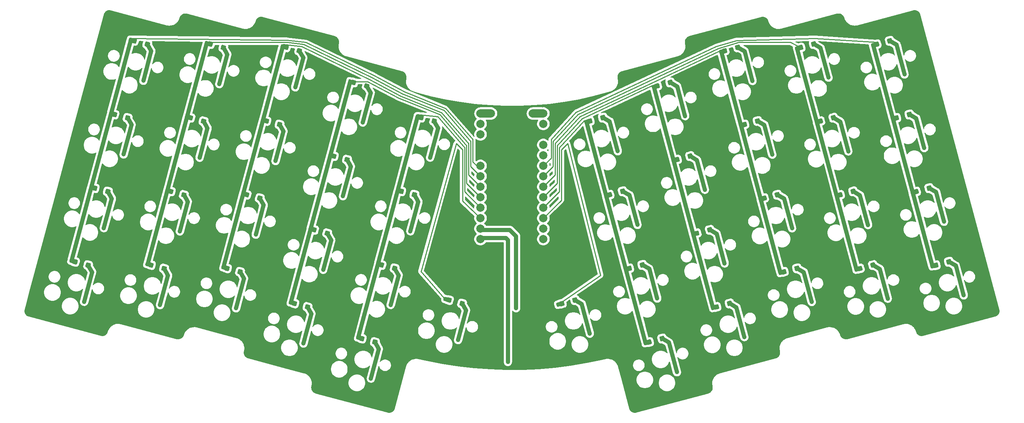
<source format=gbr>
%TF.GenerationSoftware,KiCad,Pcbnew,(5.1.6-0-10_14)*%
%TF.CreationDate,2020-10-18T17:15:40+02:00*%
%TF.ProjectId,batreus,62617472-6575-4732-9e6b-696361645f70,rev?*%
%TF.SameCoordinates,Original*%
%TF.FileFunction,Copper,L1,Top*%
%TF.FilePolarity,Positive*%
%FSLAX46Y46*%
G04 Gerber Fmt 4.6, Leading zero omitted, Abs format (unit mm)*
G04 Created by KiCad (PCBNEW (5.1.6-0-10_14)) date 2020-10-18 17:15:40*
%MOMM*%
%LPD*%
G01*
G04 APERTURE LIST*
%TA.AperFunction,ComponentPad*%
%ADD10C,3.500000*%
%TD*%
%TA.AperFunction,ViaPad*%
%ADD11C,1.000000*%
%TD*%
%TA.AperFunction,ComponentPad*%
%ADD12C,2.000000*%
%TD*%
%TA.AperFunction,ViaPad*%
%ADD13C,0.800000*%
%TD*%
%TA.AperFunction,Conductor*%
%ADD14C,1.000000*%
%TD*%
%TA.AperFunction,Conductor*%
%ADD15C,0.250000*%
%TD*%
%TA.AperFunction,Conductor*%
%ADD16C,2.000000*%
%TD*%
%TA.AperFunction,NonConductor*%
%ADD17C,0.200000*%
%TD*%
%TA.AperFunction,Conductor*%
%ADD18C,0.200000*%
%TD*%
G04 APERTURE END LIST*
D10*
%TO.P,REF\u002A\u002A,1*%
%TO.N,GND*%
X66000000Y-79800000D03*
%TD*%
%TO.P,REF\u002A\u002A,1*%
%TO.N,GND*%
X56400000Y-115500000D03*
%TD*%
%TO.P,REF\u002A\u002A,1*%
%TO.N,GND*%
X107600000Y-133400000D03*
%TD*%
%TO.P,REF\u002A\u002A,1*%
%TO.N,GND*%
X117100000Y-97600000D03*
%TD*%
%TO.P,REF\u002A\u002A,1*%
%TO.N,GND*%
X191400000Y-129500000D03*
%TD*%
%TO.P,REF\u002A\u002A,1*%
%TO.N,GND*%
X181800000Y-93800000D03*
%TD*%
%TO.P,REF\u002A\u002A,1*%
%TO.N,GND*%
X244600000Y-119400000D03*
%TD*%
%TO.P,REF\u002A\u002A,1*%
%TO.N,GND*%
X235000000Y-83700000D03*
%TD*%
D11*
%TO.N,N/C*%
%TO.C,S3*%
X113802767Y-86923608D03*
%TD*%
%TO.P,S3,2*%
%TO.N,L2*%
%TA.AperFunction,SMDPad,CuDef*%
G36*
G01*
X110220115Y-77112028D02*
X110349525Y-76629065D01*
G75*
G02*
X110655711Y-76452289I241481J-64705D01*
G01*
X111138674Y-76581698D01*
G75*
G02*
X111315450Y-76887884I-64705J-241481D01*
G01*
X111186041Y-77370847D01*
G75*
G02*
X110879855Y-77547623I-241481J64705D01*
G01*
X110396892Y-77418214D01*
G75*
G02*
X110220116Y-77112028I64705J241481D01*
G01*
G37*
%TD.AperFunction*%
%TO.P,S3,D*%
%TO.N,N/C*%
%TA.AperFunction,SMDPad,CuDef*%
G36*
G01*
X114103645Y-78266497D02*
X114289995Y-77571030D01*
G75*
G02*
X114583934Y-77401325I231822J-62117D01*
G01*
X115279400Y-77587675D01*
G75*
G02*
X115449105Y-77881614I-62117J-231822D01*
G01*
X115262755Y-78577080D01*
G75*
G02*
X114968816Y-78746785I-231822J62117D01*
G01*
X114273350Y-78560435D01*
G75*
G02*
X114103645Y-78266496I62117J231822D01*
G01*
G37*
%TD.AperFunction*%
%TO.P,S3,2*%
%TO.N,L2*%
%TA.AperFunction,SMDPad,CuDef*%
G36*
G01*
X110916090Y-77412395D02*
X111102440Y-76716928D01*
G75*
G02*
X111396379Y-76547223I231822J-62117D01*
G01*
X112091845Y-76733573D01*
G75*
G02*
X112261550Y-77027512I-62117J-231822D01*
G01*
X112075200Y-77722978D01*
G75*
G02*
X111781261Y-77892683I-231822J62117D01*
G01*
X111085795Y-77706333D01*
G75*
G02*
X110916090Y-77412394I62117J231822D01*
G01*
G37*
%TD.AperFunction*%
%TD*%
D12*
%TO.P,N1,14*%
%TO.N,Net-(N1-Pad14)*%
X155080000Y-84760000D03*
%TO.P,N1,1*%
%TO.N,Net-(N1-Pad1)*%
X144920000Y-84760000D03*
%TO.P,N1,26*%
%TO.N,S2*%
X157620000Y-115240000D03*
%TO.P,N1,25*%
%TO.N,S3*%
X157620000Y-112700000D03*
%TO.P,N1,24*%
%TO.N,R0*%
X157620000Y-110160000D03*
%TO.P,N1,23*%
%TO.N,R1*%
X157620000Y-107620000D03*
%TO.P,N1,22*%
%TO.N,R2*%
X157620000Y-105080000D03*
%TO.P,N1,21*%
%TO.N,R3*%
X157620000Y-102540000D03*
%TO.P,N1,20*%
%TO.N,R4*%
X157620000Y-100000000D03*
%TO.P,N1,19*%
%TO.N,R5*%
X157620000Y-97460000D03*
%TO.P,N1,18*%
%TO.N,Net-(N1-Pad18)*%
X157620000Y-94920000D03*
%TO.P,N1,17*%
%TO.N,Net-(N1-Pad17)*%
X157620000Y-92380000D03*
%TO.P,N1,16*%
%TO.N,GND*%
X157620000Y-89840000D03*
%TO.P,N1,15*%
%TO.N,Net-(N1-Pad15)*%
X157620000Y-87300000D03*
%TO.P,N1,14*%
%TO.N,Net-(N1-Pad14)*%
X157620000Y-84760000D03*
%TO.P,N1,13*%
%TO.N,S0*%
X142380000Y-115240000D03*
%TO.P,N1,12*%
%TO.N,S1*%
X142380000Y-112700000D03*
%TO.P,N1,11*%
%TO.N,L0*%
X142380000Y-110160000D03*
%TO.P,N1,10*%
%TO.N,L1*%
X142380000Y-107620000D03*
%TO.P,N1,9*%
%TO.N,L2*%
X142380000Y-105080000D03*
%TO.P,N1,8*%
%TO.N,L3*%
X142380000Y-102540000D03*
%TO.P,N1,7*%
%TO.N,L4*%
X142380000Y-100000000D03*
%TO.P,N1,6*%
%TO.N,L5*%
X142380000Y-97460000D03*
%TO.P,N1,5*%
%TO.N,GND*%
X142380000Y-94920000D03*
%TO.P,N1,4*%
X142380000Y-92380000D03*
%TO.P,N1,3*%
%TO.N,Net-(N1-Pad3)*%
X142380000Y-89840000D03*
%TO.P,N1,2*%
%TO.N,Net-(N1-Pad2)*%
X142380000Y-87300000D03*
%TO.P,N1,1*%
%TO.N,Net-(N1-Pad1)*%
X142380000Y-84760000D03*
%TD*%
D11*
%TO.N,N/C*%
%TO.C,S5*%
X175641400Y-93893140D03*
%TD*%
%TO.P,S5,2*%
%TO.N,R1*%
%TA.AperFunction,SMDPad,CuDef*%
G36*
G01*
X167632942Y-87187389D02*
X167503533Y-86704426D01*
G75*
G02*
X167680309Y-86398240I241481J64705D01*
G01*
X168163272Y-86268831D01*
G75*
G02*
X168469458Y-86445607I64705J-241481D01*
G01*
X168598867Y-86928570D01*
G75*
G02*
X168422091Y-87234756I-241481J-64705D01*
G01*
X167939128Y-87364165D01*
G75*
G02*
X167632942Y-87187389I-64705J241481D01*
G01*
G37*
%TD.AperFunction*%
%TO.P,S5,D*%
%TO.N,N/C*%
%TA.AperFunction,SMDPad,CuDef*%
G36*
G01*
X171573411Y-86245424D02*
X171387062Y-85549958D01*
G75*
G02*
X171556767Y-85256019I231822J62117D01*
G01*
X172252233Y-85069669D01*
G75*
G02*
X172546172Y-85239374I62117J-231822D01*
G01*
X172732522Y-85934840D01*
G75*
G02*
X172562817Y-86228779I-231822J-62117D01*
G01*
X171867351Y-86415129D01*
G75*
G02*
X171573412Y-86245424I-62117J231822D01*
G01*
G37*
%TD.AperFunction*%
%TO.P,S5,2*%
%TO.N,R1*%
%TA.AperFunction,SMDPad,CuDef*%
G36*
G01*
X168385856Y-87099526D02*
X168199507Y-86404060D01*
G75*
G02*
X168369212Y-86110121I231822J62117D01*
G01*
X169064678Y-85923771D01*
G75*
G02*
X169358617Y-86093476I62117J-231822D01*
G01*
X169544967Y-86788942D01*
G75*
G02*
X169375262Y-87082881I-231822J-62117D01*
G01*
X168679796Y-87269231D01*
G75*
G02*
X168385857Y-87099526I-62117J231822D01*
G01*
G37*
%TD.AperFunction*%
%TD*%
%TO.N,N/C*%
%TO.C,S4*%
X130154155Y-95446054D03*
%TD*%
%TO.P,S4,2*%
%TO.N,L1*%
%TA.AperFunction,SMDPad,CuDef*%
G36*
G01*
X126571503Y-85634474D02*
X126700913Y-85151511D01*
G75*
G02*
X127007099Y-84974735I241481J-64705D01*
G01*
X127490062Y-85104144D01*
G75*
G02*
X127666838Y-85410330I-64705J-241481D01*
G01*
X127537429Y-85893293D01*
G75*
G02*
X127231243Y-86070069I-241481J64705D01*
G01*
X126748280Y-85940660D01*
G75*
G02*
X126571504Y-85634474I64705J241481D01*
G01*
G37*
%TD.AperFunction*%
%TO.P,S4,D*%
%TO.N,N/C*%
%TA.AperFunction,SMDPad,CuDef*%
G36*
G01*
X130455033Y-86788943D02*
X130641383Y-86093476D01*
G75*
G02*
X130935322Y-85923771I231822J-62117D01*
G01*
X131630788Y-86110121D01*
G75*
G02*
X131800493Y-86404060I-62117J-231822D01*
G01*
X131614143Y-87099526D01*
G75*
G02*
X131320204Y-87269231I-231822J62117D01*
G01*
X130624738Y-87082881D01*
G75*
G02*
X130455033Y-86788942I62117J231822D01*
G01*
G37*
%TD.AperFunction*%
%TO.P,S4,2*%
%TO.N,L1*%
%TA.AperFunction,SMDPad,CuDef*%
G36*
G01*
X127267478Y-85934841D02*
X127453828Y-85239374D01*
G75*
G02*
X127747767Y-85069669I231822J-62117D01*
G01*
X128443233Y-85256019D01*
G75*
G02*
X128612938Y-85549958I-62117J-231822D01*
G01*
X128426588Y-86245424D01*
G75*
G02*
X128132649Y-86415129I-231822J62117D01*
G01*
X127437183Y-86228779D01*
G75*
G02*
X127267478Y-85934840I62117J231822D01*
G01*
G37*
%TD.AperFunction*%
%TD*%
%TO.N,N/C*%
%TO.C,S41*%
X168866316Y-138154842D03*
%TD*%
%TO.P,S41,2*%
%TO.N,R0*%
%TA.AperFunction,SMDPad,CuDef*%
G36*
G01*
X160857858Y-131449091D02*
X160728449Y-130966128D01*
G75*
G02*
X160905225Y-130659942I241481J64705D01*
G01*
X161388188Y-130530533D01*
G75*
G02*
X161694374Y-130707309I64705J-241481D01*
G01*
X161823783Y-131190272D01*
G75*
G02*
X161647007Y-131496458I-241481J-64705D01*
G01*
X161164044Y-131625867D01*
G75*
G02*
X160857858Y-131449091I-64705J241481D01*
G01*
G37*
%TD.AperFunction*%
%TO.P,S41,D*%
%TO.N,N/C*%
%TA.AperFunction,SMDPad,CuDef*%
G36*
G01*
X164798327Y-130507126D02*
X164611978Y-129811660D01*
G75*
G02*
X164781683Y-129517721I231822J62117D01*
G01*
X165477149Y-129331371D01*
G75*
G02*
X165771088Y-129501076I62117J-231822D01*
G01*
X165957438Y-130196542D01*
G75*
G02*
X165787733Y-130490481I-231822J-62117D01*
G01*
X165092267Y-130676831D01*
G75*
G02*
X164798328Y-130507126I-62117J231822D01*
G01*
G37*
%TD.AperFunction*%
%TO.P,S41,2*%
%TO.N,R0*%
%TA.AperFunction,SMDPad,CuDef*%
G36*
G01*
X161610772Y-131361228D02*
X161424423Y-130665762D01*
G75*
G02*
X161594128Y-130371823I231822J62117D01*
G01*
X162289594Y-130185473D01*
G75*
G02*
X162583533Y-130355178I62117J-231822D01*
G01*
X162769883Y-131050644D01*
G75*
G02*
X162600178Y-131344583I-231822J-62117D01*
G01*
X161904712Y-131530933D01*
G75*
G02*
X161610773Y-131361228I-62117J231822D01*
G01*
G37*
%TD.AperFunction*%
%TD*%
%TO.N,N/C*%
%TO.C,S40*%
X136929239Y-139707756D03*
%TD*%
%TO.P,S40,2*%
%TO.N,L0*%
%TA.AperFunction,SMDPad,CuDef*%
G36*
G01*
X133346587Y-129896176D02*
X133475997Y-129413213D01*
G75*
G02*
X133782183Y-129236437I241481J-64705D01*
G01*
X134265146Y-129365846D01*
G75*
G02*
X134441922Y-129672032I-64705J-241481D01*
G01*
X134312513Y-130154995D01*
G75*
G02*
X134006327Y-130331771I-241481J64705D01*
G01*
X133523364Y-130202362D01*
G75*
G02*
X133346588Y-129896176I64705J241481D01*
G01*
G37*
%TD.AperFunction*%
%TO.P,S40,D*%
%TO.N,N/C*%
%TA.AperFunction,SMDPad,CuDef*%
G36*
G01*
X137230117Y-131050645D02*
X137416467Y-130355178D01*
G75*
G02*
X137710406Y-130185473I231822J-62117D01*
G01*
X138405872Y-130371823D01*
G75*
G02*
X138575577Y-130665762I-62117J-231822D01*
G01*
X138389227Y-131361228D01*
G75*
G02*
X138095288Y-131530933I-231822J62117D01*
G01*
X137399822Y-131344583D01*
G75*
G02*
X137230117Y-131050644I62117J231822D01*
G01*
G37*
%TD.AperFunction*%
%TO.P,S40,2*%
%TO.N,L0*%
%TA.AperFunction,SMDPad,CuDef*%
G36*
G01*
X134042562Y-130196543D02*
X134228912Y-129501076D01*
G75*
G02*
X134522851Y-129331371I231822J-62117D01*
G01*
X135218317Y-129517721D01*
G75*
G02*
X135388022Y-129811660I-62117J-231822D01*
G01*
X135201672Y-130507126D01*
G75*
G02*
X134907733Y-130676831I-231822J62117D01*
G01*
X134212267Y-130490481D01*
G75*
G02*
X134042562Y-130196542I62117J231822D01*
G01*
G37*
%TD.AperFunction*%
%TD*%
%TO.N,N/C*%
%TO.C,S39*%
X259552516Y-128867052D03*
%TD*%
%TO.P,S39,2*%
%TO.N,R5*%
%TA.AperFunction,SMDPad,CuDef*%
G36*
G01*
X251544058Y-122161301D02*
X251414649Y-121678338D01*
G75*
G02*
X251591425Y-121372152I241481J64705D01*
G01*
X252074388Y-121242743D01*
G75*
G02*
X252380574Y-121419519I64705J-241481D01*
G01*
X252509983Y-121902482D01*
G75*
G02*
X252333207Y-122208668I-241481J-64705D01*
G01*
X251850244Y-122338077D01*
G75*
G02*
X251544058Y-122161301I-64705J241481D01*
G01*
G37*
%TD.AperFunction*%
%TO.P,S39,D*%
%TO.N,N/C*%
%TA.AperFunction,SMDPad,CuDef*%
G36*
G01*
X255484527Y-121219336D02*
X255298178Y-120523870D01*
G75*
G02*
X255467883Y-120229931I231822J62117D01*
G01*
X256163349Y-120043581D01*
G75*
G02*
X256457288Y-120213286I62117J-231822D01*
G01*
X256643638Y-120908752D01*
G75*
G02*
X256473933Y-121202691I-231822J-62117D01*
G01*
X255778467Y-121389041D01*
G75*
G02*
X255484528Y-121219336I-62117J231822D01*
G01*
G37*
%TD.AperFunction*%
%TO.P,S39,2*%
%TO.N,R5*%
%TA.AperFunction,SMDPad,CuDef*%
G36*
G01*
X252296972Y-122073438D02*
X252110623Y-121377972D01*
G75*
G02*
X252280328Y-121084033I231822J62117D01*
G01*
X252975794Y-120897683D01*
G75*
G02*
X253269733Y-121067388I62117J-231822D01*
G01*
X253456083Y-121762854D01*
G75*
G02*
X253286378Y-122056793I-231822J-62117D01*
G01*
X252590912Y-122243143D01*
G75*
G02*
X252296973Y-122073438I-62117J231822D01*
G01*
G37*
%TD.AperFunction*%
%TD*%
%TO.N,N/C*%
%TO.C,S38*%
X241130575Y-129662092D03*
%TD*%
%TO.P,S38,2*%
%TO.N,R4*%
%TA.AperFunction,SMDPad,CuDef*%
G36*
G01*
X233122117Y-122956341D02*
X232992708Y-122473378D01*
G75*
G02*
X233169484Y-122167192I241481J64705D01*
G01*
X233652447Y-122037783D01*
G75*
G02*
X233958633Y-122214559I64705J-241481D01*
G01*
X234088042Y-122697522D01*
G75*
G02*
X233911266Y-123003708I-241481J-64705D01*
G01*
X233428303Y-123133117D01*
G75*
G02*
X233122117Y-122956341I-64705J241481D01*
G01*
G37*
%TD.AperFunction*%
%TO.P,S38,D*%
%TO.N,N/C*%
%TA.AperFunction,SMDPad,CuDef*%
G36*
G01*
X237062586Y-122014376D02*
X236876237Y-121318910D01*
G75*
G02*
X237045942Y-121024971I231822J62117D01*
G01*
X237741408Y-120838621D01*
G75*
G02*
X238035347Y-121008326I62117J-231822D01*
G01*
X238221697Y-121703792D01*
G75*
G02*
X238051992Y-121997731I-231822J-62117D01*
G01*
X237356526Y-122184081D01*
G75*
G02*
X237062587Y-122014376I-62117J231822D01*
G01*
G37*
%TD.AperFunction*%
%TO.P,S38,2*%
%TO.N,R4*%
%TA.AperFunction,SMDPad,CuDef*%
G36*
G01*
X233875031Y-122868478D02*
X233688682Y-122173012D01*
G75*
G02*
X233858387Y-121879073I231822J62117D01*
G01*
X234553853Y-121692723D01*
G75*
G02*
X234847792Y-121862428I62117J-231822D01*
G01*
X235034142Y-122557894D01*
G75*
G02*
X234864437Y-122851833I-231822J-62117D01*
G01*
X234168971Y-123038183D01*
G75*
G02*
X233875032Y-122868478I-62117J231822D01*
G01*
G37*
%TD.AperFunction*%
%TD*%
%TO.N,N/C*%
%TO.C,S37*%
X222708634Y-130457132D03*
%TD*%
%TO.P,S37,2*%
%TO.N,R3*%
%TA.AperFunction,SMDPad,CuDef*%
G36*
G01*
X214700176Y-123751381D02*
X214570767Y-123268418D01*
G75*
G02*
X214747543Y-122962232I241481J64705D01*
G01*
X215230506Y-122832823D01*
G75*
G02*
X215536692Y-123009599I64705J-241481D01*
G01*
X215666101Y-123492562D01*
G75*
G02*
X215489325Y-123798748I-241481J-64705D01*
G01*
X215006362Y-123928157D01*
G75*
G02*
X214700176Y-123751381I-64705J241481D01*
G01*
G37*
%TD.AperFunction*%
%TO.P,S37,D*%
%TO.N,N/C*%
%TA.AperFunction,SMDPad,CuDef*%
G36*
G01*
X218640645Y-122809416D02*
X218454296Y-122113950D01*
G75*
G02*
X218624001Y-121820011I231822J62117D01*
G01*
X219319467Y-121633661D01*
G75*
G02*
X219613406Y-121803366I62117J-231822D01*
G01*
X219799756Y-122498832D01*
G75*
G02*
X219630051Y-122792771I-231822J-62117D01*
G01*
X218934585Y-122979121D01*
G75*
G02*
X218640646Y-122809416I-62117J231822D01*
G01*
G37*
%TD.AperFunction*%
%TO.P,S37,2*%
%TO.N,R3*%
%TA.AperFunction,SMDPad,CuDef*%
G36*
G01*
X215453090Y-123663518D02*
X215266741Y-122968052D01*
G75*
G02*
X215436446Y-122674113I231822J62117D01*
G01*
X216131912Y-122487763D01*
G75*
G02*
X216425851Y-122657468I62117J-231822D01*
G01*
X216612201Y-123352934D01*
G75*
G02*
X216442496Y-123646873I-231822J-62117D01*
G01*
X215747030Y-123833223D01*
G75*
G02*
X215453091Y-123663518I-62117J231822D01*
G01*
G37*
%TD.AperFunction*%
%TD*%
%TO.N,N/C*%
%TO.C,S36*%
X206357245Y-138979578D03*
%TD*%
%TO.P,S36,2*%
%TO.N,R2*%
%TA.AperFunction,SMDPad,CuDef*%
G36*
G01*
X198348787Y-132273827D02*
X198219378Y-131790864D01*
G75*
G02*
X198396154Y-131484678I241481J64705D01*
G01*
X198879117Y-131355269D01*
G75*
G02*
X199185303Y-131532045I64705J-241481D01*
G01*
X199314712Y-132015008D01*
G75*
G02*
X199137936Y-132321194I-241481J-64705D01*
G01*
X198654973Y-132450603D01*
G75*
G02*
X198348787Y-132273827I-64705J241481D01*
G01*
G37*
%TD.AperFunction*%
%TO.P,S36,D*%
%TO.N,N/C*%
%TA.AperFunction,SMDPad,CuDef*%
G36*
G01*
X202289256Y-131331862D02*
X202102907Y-130636396D01*
G75*
G02*
X202272612Y-130342457I231822J62117D01*
G01*
X202968078Y-130156107D01*
G75*
G02*
X203262017Y-130325812I62117J-231822D01*
G01*
X203448367Y-131021278D01*
G75*
G02*
X203278662Y-131315217I-231822J-62117D01*
G01*
X202583196Y-131501567D01*
G75*
G02*
X202289257Y-131331862I-62117J231822D01*
G01*
G37*
%TD.AperFunction*%
%TO.P,S36,2*%
%TO.N,R2*%
%TA.AperFunction,SMDPad,CuDef*%
G36*
G01*
X199101701Y-132185964D02*
X198915352Y-131490498D01*
G75*
G02*
X199085057Y-131196559I231822J62117D01*
G01*
X199780523Y-131010209D01*
G75*
G02*
X200074462Y-131179914I62117J-231822D01*
G01*
X200260812Y-131875380D01*
G75*
G02*
X200091107Y-132169319I-231822J-62117D01*
G01*
X199395641Y-132355669D01*
G75*
G02*
X199101702Y-132185964I-62117J231822D01*
G01*
G37*
%TD.AperFunction*%
%TD*%
%TO.N,N/C*%
%TO.C,S35*%
X190005857Y-147502024D03*
%TD*%
%TO.P,S35,2*%
%TO.N,R1*%
%TA.AperFunction,SMDPad,CuDef*%
G36*
G01*
X181997399Y-140796273D02*
X181867990Y-140313310D01*
G75*
G02*
X182044766Y-140007124I241481J64705D01*
G01*
X182527729Y-139877715D01*
G75*
G02*
X182833915Y-140054491I64705J-241481D01*
G01*
X182963324Y-140537454D01*
G75*
G02*
X182786548Y-140843640I-241481J-64705D01*
G01*
X182303585Y-140973049D01*
G75*
G02*
X181997399Y-140796273I-64705J241481D01*
G01*
G37*
%TD.AperFunction*%
%TO.P,S35,D*%
%TO.N,N/C*%
%TA.AperFunction,SMDPad,CuDef*%
G36*
G01*
X185937868Y-139854308D02*
X185751519Y-139158842D01*
G75*
G02*
X185921224Y-138864903I231822J62117D01*
G01*
X186616690Y-138678553D01*
G75*
G02*
X186910629Y-138848258I62117J-231822D01*
G01*
X187096979Y-139543724D01*
G75*
G02*
X186927274Y-139837663I-231822J-62117D01*
G01*
X186231808Y-140024013D01*
G75*
G02*
X185937869Y-139854308I-62117J231822D01*
G01*
G37*
%TD.AperFunction*%
%TO.P,S35,2*%
%TO.N,R1*%
%TA.AperFunction,SMDPad,CuDef*%
G36*
G01*
X182750313Y-140708410D02*
X182563964Y-140012944D01*
G75*
G02*
X182733669Y-139719005I231822J62117D01*
G01*
X183429135Y-139532655D01*
G75*
G02*
X183723074Y-139702360I62117J-231822D01*
G01*
X183909424Y-140397826D01*
G75*
G02*
X183739719Y-140691765I-231822J-62117D01*
G01*
X183044253Y-140878115D01*
G75*
G02*
X182750314Y-140708410I-62117J231822D01*
G01*
G37*
%TD.AperFunction*%
%TD*%
%TO.N,N/C*%
%TO.C,S34*%
X115789698Y-149054938D03*
%TD*%
%TO.P,S34,2*%
%TO.N,L1*%
%TA.AperFunction,SMDPad,CuDef*%
G36*
G01*
X112207046Y-139243358D02*
X112336456Y-138760395D01*
G75*
G02*
X112642642Y-138583619I241481J-64705D01*
G01*
X113125605Y-138713028D01*
G75*
G02*
X113302381Y-139019214I-64705J-241481D01*
G01*
X113172972Y-139502177D01*
G75*
G02*
X112866786Y-139678953I-241481J64705D01*
G01*
X112383823Y-139549544D01*
G75*
G02*
X112207047Y-139243358I64705J241481D01*
G01*
G37*
%TD.AperFunction*%
%TO.P,S34,D*%
%TO.N,N/C*%
%TA.AperFunction,SMDPad,CuDef*%
G36*
G01*
X116090576Y-140397827D02*
X116276926Y-139702360D01*
G75*
G02*
X116570865Y-139532655I231822J-62117D01*
G01*
X117266331Y-139719005D01*
G75*
G02*
X117436036Y-140012944I-62117J-231822D01*
G01*
X117249686Y-140708410D01*
G75*
G02*
X116955747Y-140878115I-231822J62117D01*
G01*
X116260281Y-140691765D01*
G75*
G02*
X116090576Y-140397826I62117J231822D01*
G01*
G37*
%TD.AperFunction*%
%TO.P,S34,2*%
%TO.N,L1*%
%TA.AperFunction,SMDPad,CuDef*%
G36*
G01*
X112903021Y-139543725D02*
X113089371Y-138848258D01*
G75*
G02*
X113383310Y-138678553I231822J-62117D01*
G01*
X114078776Y-138864903D01*
G75*
G02*
X114248481Y-139158842I-62117J-231822D01*
G01*
X114062131Y-139854308D01*
G75*
G02*
X113768192Y-140024013I-231822J62117D01*
G01*
X113072726Y-139837663D01*
G75*
G02*
X112903021Y-139543724I62117J231822D01*
G01*
G37*
%TD.AperFunction*%
%TD*%
%TO.N,N/C*%
%TO.C,S33*%
X99438310Y-140532492D03*
%TD*%
%TO.P,S33,2*%
%TO.N,L2*%
%TA.AperFunction,SMDPad,CuDef*%
G36*
G01*
X95855658Y-130720912D02*
X95985068Y-130237949D01*
G75*
G02*
X96291254Y-130061173I241481J-64705D01*
G01*
X96774217Y-130190582D01*
G75*
G02*
X96950993Y-130496768I-64705J-241481D01*
G01*
X96821584Y-130979731D01*
G75*
G02*
X96515398Y-131156507I-241481J64705D01*
G01*
X96032435Y-131027098D01*
G75*
G02*
X95855659Y-130720912I64705J241481D01*
G01*
G37*
%TD.AperFunction*%
%TO.P,S33,D*%
%TO.N,N/C*%
%TA.AperFunction,SMDPad,CuDef*%
G36*
G01*
X99739188Y-131875381D02*
X99925538Y-131179914D01*
G75*
G02*
X100219477Y-131010209I231822J-62117D01*
G01*
X100914943Y-131196559D01*
G75*
G02*
X101084648Y-131490498I-62117J-231822D01*
G01*
X100898298Y-132185964D01*
G75*
G02*
X100604359Y-132355669I-231822J62117D01*
G01*
X99908893Y-132169319D01*
G75*
G02*
X99739188Y-131875380I62117J231822D01*
G01*
G37*
%TD.AperFunction*%
%TO.P,S33,2*%
%TO.N,L2*%
%TA.AperFunction,SMDPad,CuDef*%
G36*
G01*
X96551633Y-131021279D02*
X96737983Y-130325812D01*
G75*
G02*
X97031922Y-130156107I231822J-62117D01*
G01*
X97727388Y-130342457D01*
G75*
G02*
X97897093Y-130636396I-62117J-231822D01*
G01*
X97710743Y-131331862D01*
G75*
G02*
X97416804Y-131501567I-231822J62117D01*
G01*
X96721338Y-131315217D01*
G75*
G02*
X96551633Y-131021278I62117J231822D01*
G01*
G37*
%TD.AperFunction*%
%TD*%
%TO.N,N/C*%
%TO.C,S32*%
X83086921Y-132010046D03*
%TD*%
%TO.P,S32,2*%
%TO.N,L3*%
%TA.AperFunction,SMDPad,CuDef*%
G36*
G01*
X79504269Y-122198466D02*
X79633679Y-121715503D01*
G75*
G02*
X79939865Y-121538727I241481J-64705D01*
G01*
X80422828Y-121668136D01*
G75*
G02*
X80599604Y-121974322I-64705J-241481D01*
G01*
X80470195Y-122457285D01*
G75*
G02*
X80164009Y-122634061I-241481J64705D01*
G01*
X79681046Y-122504652D01*
G75*
G02*
X79504270Y-122198466I64705J241481D01*
G01*
G37*
%TD.AperFunction*%
%TO.P,S32,D*%
%TO.N,N/C*%
%TA.AperFunction,SMDPad,CuDef*%
G36*
G01*
X83387799Y-123352935D02*
X83574149Y-122657468D01*
G75*
G02*
X83868088Y-122487763I231822J-62117D01*
G01*
X84563554Y-122674113D01*
G75*
G02*
X84733259Y-122968052I-62117J-231822D01*
G01*
X84546909Y-123663518D01*
G75*
G02*
X84252970Y-123833223I-231822J62117D01*
G01*
X83557504Y-123646873D01*
G75*
G02*
X83387799Y-123352934I62117J231822D01*
G01*
G37*
%TD.AperFunction*%
%TO.P,S32,2*%
%TO.N,L3*%
%TA.AperFunction,SMDPad,CuDef*%
G36*
G01*
X80200244Y-122498833D02*
X80386594Y-121803366D01*
G75*
G02*
X80680533Y-121633661I231822J-62117D01*
G01*
X81375999Y-121820011D01*
G75*
G02*
X81545704Y-122113950I-62117J-231822D01*
G01*
X81359354Y-122809416D01*
G75*
G02*
X81065415Y-122979121I-231822J62117D01*
G01*
X80369949Y-122792771D01*
G75*
G02*
X80200244Y-122498832I62117J231822D01*
G01*
G37*
%TD.AperFunction*%
%TD*%
%TO.N,N/C*%
%TO.C,S31*%
X64664980Y-131215006D03*
%TD*%
%TO.P,S31,2*%
%TO.N,L4*%
%TA.AperFunction,SMDPad,CuDef*%
G36*
G01*
X61082328Y-121403426D02*
X61211738Y-120920463D01*
G75*
G02*
X61517924Y-120743687I241481J-64705D01*
G01*
X62000887Y-120873096D01*
G75*
G02*
X62177663Y-121179282I-64705J-241481D01*
G01*
X62048254Y-121662245D01*
G75*
G02*
X61742068Y-121839021I-241481J64705D01*
G01*
X61259105Y-121709612D01*
G75*
G02*
X61082329Y-121403426I64705J241481D01*
G01*
G37*
%TD.AperFunction*%
%TO.P,S31,D*%
%TO.N,N/C*%
%TA.AperFunction,SMDPad,CuDef*%
G36*
G01*
X64965858Y-122557895D02*
X65152208Y-121862428D01*
G75*
G02*
X65446147Y-121692723I231822J-62117D01*
G01*
X66141613Y-121879073D01*
G75*
G02*
X66311318Y-122173012I-62117J-231822D01*
G01*
X66124968Y-122868478D01*
G75*
G02*
X65831029Y-123038183I-231822J62117D01*
G01*
X65135563Y-122851833D01*
G75*
G02*
X64965858Y-122557894I62117J231822D01*
G01*
G37*
%TD.AperFunction*%
%TO.P,S31,2*%
%TO.N,L4*%
%TA.AperFunction,SMDPad,CuDef*%
G36*
G01*
X61778303Y-121703793D02*
X61964653Y-121008326D01*
G75*
G02*
X62258592Y-120838621I231822J-62117D01*
G01*
X62954058Y-121024971D01*
G75*
G02*
X63123763Y-121318910I-62117J-231822D01*
G01*
X62937413Y-122014376D01*
G75*
G02*
X62643474Y-122184081I-231822J62117D01*
G01*
X61948008Y-121997731D01*
G75*
G02*
X61778303Y-121703792I62117J231822D01*
G01*
G37*
%TD.AperFunction*%
%TD*%
%TO.N,N/C*%
%TO.C,S30*%
X46243039Y-130419966D03*
%TD*%
%TO.P,S30,2*%
%TO.N,L5*%
%TA.AperFunction,SMDPad,CuDef*%
G36*
G01*
X42660387Y-120608386D02*
X42789797Y-120125423D01*
G75*
G02*
X43095983Y-119948647I241481J-64705D01*
G01*
X43578946Y-120078056D01*
G75*
G02*
X43755722Y-120384242I-64705J-241481D01*
G01*
X43626313Y-120867205D01*
G75*
G02*
X43320127Y-121043981I-241481J64705D01*
G01*
X42837164Y-120914572D01*
G75*
G02*
X42660388Y-120608386I64705J241481D01*
G01*
G37*
%TD.AperFunction*%
%TO.P,S30,D*%
%TO.N,N/C*%
%TA.AperFunction,SMDPad,CuDef*%
G36*
G01*
X46543917Y-121762855D02*
X46730267Y-121067388D01*
G75*
G02*
X47024206Y-120897683I231822J-62117D01*
G01*
X47719672Y-121084033D01*
G75*
G02*
X47889377Y-121377972I-62117J-231822D01*
G01*
X47703027Y-122073438D01*
G75*
G02*
X47409088Y-122243143I-231822J62117D01*
G01*
X46713622Y-122056793D01*
G75*
G02*
X46543917Y-121762854I62117J231822D01*
G01*
G37*
%TD.AperFunction*%
%TO.P,S30,2*%
%TO.N,L5*%
%TA.AperFunction,SMDPad,CuDef*%
G36*
G01*
X43356362Y-120908753D02*
X43542712Y-120213286D01*
G75*
G02*
X43836651Y-120043581I231822J-62117D01*
G01*
X44532117Y-120229931D01*
G75*
G02*
X44701822Y-120523870I-62117J-231822D01*
G01*
X44515472Y-121219336D01*
G75*
G02*
X44221533Y-121389041I-231822J62117D01*
G01*
X43526067Y-121202691D01*
G75*
G02*
X43356362Y-120908752I62117J231822D01*
G01*
G37*
%TD.AperFunction*%
%TD*%
%TO.N,N/C*%
%TO.C,S29*%
X254764364Y-110997425D03*
%TD*%
%TO.P,S29,2*%
%TO.N,R5*%
%TA.AperFunction,SMDPad,CuDef*%
G36*
G01*
X246755906Y-104291674D02*
X246626497Y-103808711D01*
G75*
G02*
X246803273Y-103502525I241481J64705D01*
G01*
X247286236Y-103373116D01*
G75*
G02*
X247592422Y-103549892I64705J-241481D01*
G01*
X247721831Y-104032855D01*
G75*
G02*
X247545055Y-104339041I-241481J-64705D01*
G01*
X247062092Y-104468450D01*
G75*
G02*
X246755906Y-104291674I-64705J241481D01*
G01*
G37*
%TD.AperFunction*%
%TO.P,S29,D*%
%TO.N,N/C*%
%TA.AperFunction,SMDPad,CuDef*%
G36*
G01*
X250696375Y-103349709D02*
X250510026Y-102654243D01*
G75*
G02*
X250679731Y-102360304I231822J62117D01*
G01*
X251375197Y-102173954D01*
G75*
G02*
X251669136Y-102343659I62117J-231822D01*
G01*
X251855486Y-103039125D01*
G75*
G02*
X251685781Y-103333064I-231822J-62117D01*
G01*
X250990315Y-103519414D01*
G75*
G02*
X250696376Y-103349709I-62117J231822D01*
G01*
G37*
%TD.AperFunction*%
%TO.P,S29,2*%
%TO.N,R5*%
%TA.AperFunction,SMDPad,CuDef*%
G36*
G01*
X247508820Y-104203811D02*
X247322471Y-103508345D01*
G75*
G02*
X247492176Y-103214406I231822J62117D01*
G01*
X248187642Y-103028056D01*
G75*
G02*
X248481581Y-103197761I62117J-231822D01*
G01*
X248667931Y-103893227D01*
G75*
G02*
X248498226Y-104187166I-231822J-62117D01*
G01*
X247802760Y-104373516D01*
G75*
G02*
X247508821Y-104203811I-62117J231822D01*
G01*
G37*
%TD.AperFunction*%
%TD*%
%TO.N,N/C*%
%TO.C,S28*%
X236342423Y-111792464D03*
%TD*%
%TO.P,S28,2*%
%TO.N,R4*%
%TA.AperFunction,SMDPad,CuDef*%
G36*
G01*
X228333965Y-105086713D02*
X228204556Y-104603750D01*
G75*
G02*
X228381332Y-104297564I241481J64705D01*
G01*
X228864295Y-104168155D01*
G75*
G02*
X229170481Y-104344931I64705J-241481D01*
G01*
X229299890Y-104827894D01*
G75*
G02*
X229123114Y-105134080I-241481J-64705D01*
G01*
X228640151Y-105263489D01*
G75*
G02*
X228333965Y-105086713I-64705J241481D01*
G01*
G37*
%TD.AperFunction*%
%TO.P,S28,D*%
%TO.N,N/C*%
%TA.AperFunction,SMDPad,CuDef*%
G36*
G01*
X232274434Y-104144748D02*
X232088085Y-103449282D01*
G75*
G02*
X232257790Y-103155343I231822J62117D01*
G01*
X232953256Y-102968993D01*
G75*
G02*
X233247195Y-103138698I62117J-231822D01*
G01*
X233433545Y-103834164D01*
G75*
G02*
X233263840Y-104128103I-231822J-62117D01*
G01*
X232568374Y-104314453D01*
G75*
G02*
X232274435Y-104144748I-62117J231822D01*
G01*
G37*
%TD.AperFunction*%
%TO.P,S28,2*%
%TO.N,R4*%
%TA.AperFunction,SMDPad,CuDef*%
G36*
G01*
X229086879Y-104998850D02*
X228900530Y-104303384D01*
G75*
G02*
X229070235Y-104009445I231822J62117D01*
G01*
X229765701Y-103823095D01*
G75*
G02*
X230059640Y-103992800I62117J-231822D01*
G01*
X230245990Y-104688266D01*
G75*
G02*
X230076285Y-104982205I-231822J-62117D01*
G01*
X229380819Y-105168555D01*
G75*
G02*
X229086880Y-104998850I-62117J231822D01*
G01*
G37*
%TD.AperFunction*%
%TD*%
%TO.N,N/C*%
%TO.C,S27*%
X217920482Y-112587504D03*
%TD*%
%TO.P,S27,2*%
%TO.N,R3*%
%TA.AperFunction,SMDPad,CuDef*%
G36*
G01*
X209912024Y-105881753D02*
X209782615Y-105398790D01*
G75*
G02*
X209959391Y-105092604I241481J64705D01*
G01*
X210442354Y-104963195D01*
G75*
G02*
X210748540Y-105139971I64705J-241481D01*
G01*
X210877949Y-105622934D01*
G75*
G02*
X210701173Y-105929120I-241481J-64705D01*
G01*
X210218210Y-106058529D01*
G75*
G02*
X209912024Y-105881753I-64705J241481D01*
G01*
G37*
%TD.AperFunction*%
%TO.P,S27,D*%
%TO.N,N/C*%
%TA.AperFunction,SMDPad,CuDef*%
G36*
G01*
X213852493Y-104939788D02*
X213666144Y-104244322D01*
G75*
G02*
X213835849Y-103950383I231822J62117D01*
G01*
X214531315Y-103764033D01*
G75*
G02*
X214825254Y-103933738I62117J-231822D01*
G01*
X215011604Y-104629204D01*
G75*
G02*
X214841899Y-104923143I-231822J-62117D01*
G01*
X214146433Y-105109493D01*
G75*
G02*
X213852494Y-104939788I-62117J231822D01*
G01*
G37*
%TD.AperFunction*%
%TO.P,S27,2*%
%TO.N,R3*%
%TA.AperFunction,SMDPad,CuDef*%
G36*
G01*
X210664938Y-105793890D02*
X210478589Y-105098424D01*
G75*
G02*
X210648294Y-104804485I231822J62117D01*
G01*
X211343760Y-104618135D01*
G75*
G02*
X211637699Y-104787840I62117J-231822D01*
G01*
X211824049Y-105483306D01*
G75*
G02*
X211654344Y-105777245I-231822J-62117D01*
G01*
X210958878Y-105963595D01*
G75*
G02*
X210664939Y-105793890I-62117J231822D01*
G01*
G37*
%TD.AperFunction*%
%TD*%
%TO.N,N/C*%
%TO.C,S26*%
X201569093Y-121109950D03*
%TD*%
%TO.P,S26,2*%
%TO.N,R2*%
%TA.AperFunction,SMDPad,CuDef*%
G36*
G01*
X193560635Y-114404199D02*
X193431226Y-113921236D01*
G75*
G02*
X193608002Y-113615050I241481J64705D01*
G01*
X194090965Y-113485641D01*
G75*
G02*
X194397151Y-113662417I64705J-241481D01*
G01*
X194526560Y-114145380D01*
G75*
G02*
X194349784Y-114451566I-241481J-64705D01*
G01*
X193866821Y-114580975D01*
G75*
G02*
X193560635Y-114404199I-64705J241481D01*
G01*
G37*
%TD.AperFunction*%
%TO.P,S26,D*%
%TO.N,N/C*%
%TA.AperFunction,SMDPad,CuDef*%
G36*
G01*
X197501104Y-113462234D02*
X197314755Y-112766768D01*
G75*
G02*
X197484460Y-112472829I231822J62117D01*
G01*
X198179926Y-112286479D01*
G75*
G02*
X198473865Y-112456184I62117J-231822D01*
G01*
X198660215Y-113151650D01*
G75*
G02*
X198490510Y-113445589I-231822J-62117D01*
G01*
X197795044Y-113631939D01*
G75*
G02*
X197501105Y-113462234I-62117J231822D01*
G01*
G37*
%TD.AperFunction*%
%TO.P,S26,2*%
%TO.N,R2*%
%TA.AperFunction,SMDPad,CuDef*%
G36*
G01*
X194313549Y-114316336D02*
X194127200Y-113620870D01*
G75*
G02*
X194296905Y-113326931I231822J62117D01*
G01*
X194992371Y-113140581D01*
G75*
G02*
X195286310Y-113310286I62117J-231822D01*
G01*
X195472660Y-114005752D01*
G75*
G02*
X195302955Y-114299691I-231822J-62117D01*
G01*
X194607489Y-114486041D01*
G75*
G02*
X194313550Y-114316336I-62117J231822D01*
G01*
G37*
%TD.AperFunction*%
%TD*%
%TO.N,N/C*%
%TO.C,S25*%
X185217704Y-129632396D03*
%TD*%
%TO.P,S25,2*%
%TO.N,R1*%
%TA.AperFunction,SMDPad,CuDef*%
G36*
G01*
X177209246Y-122926645D02*
X177079837Y-122443682D01*
G75*
G02*
X177256613Y-122137496I241481J64705D01*
G01*
X177739576Y-122008087D01*
G75*
G02*
X178045762Y-122184863I64705J-241481D01*
G01*
X178175171Y-122667826D01*
G75*
G02*
X177998395Y-122974012I-241481J-64705D01*
G01*
X177515432Y-123103421D01*
G75*
G02*
X177209246Y-122926645I-64705J241481D01*
G01*
G37*
%TD.AperFunction*%
%TO.P,S25,D*%
%TO.N,N/C*%
%TA.AperFunction,SMDPad,CuDef*%
G36*
G01*
X181149715Y-121984680D02*
X180963366Y-121289214D01*
G75*
G02*
X181133071Y-120995275I231822J62117D01*
G01*
X181828537Y-120808925D01*
G75*
G02*
X182122476Y-120978630I62117J-231822D01*
G01*
X182308826Y-121674096D01*
G75*
G02*
X182139121Y-121968035I-231822J-62117D01*
G01*
X181443655Y-122154385D01*
G75*
G02*
X181149716Y-121984680I-62117J231822D01*
G01*
G37*
%TD.AperFunction*%
%TO.P,S25,2*%
%TO.N,R1*%
%TA.AperFunction,SMDPad,CuDef*%
G36*
G01*
X177962160Y-122838782D02*
X177775811Y-122143316D01*
G75*
G02*
X177945516Y-121849377I231822J62117D01*
G01*
X178640982Y-121663027D01*
G75*
G02*
X178934921Y-121832732I62117J-231822D01*
G01*
X179121271Y-122528198D01*
G75*
G02*
X178951566Y-122822137I-231822J-62117D01*
G01*
X178256100Y-123008487D01*
G75*
G02*
X177962161Y-122838782I-62117J231822D01*
G01*
G37*
%TD.AperFunction*%
%TD*%
%TO.N,N/C*%
%TO.C,S24*%
X120577851Y-131185310D03*
%TD*%
%TO.P,S24,2*%
%TO.N,L1*%
%TA.AperFunction,SMDPad,CuDef*%
G36*
G01*
X116995199Y-121373730D02*
X117124609Y-120890767D01*
G75*
G02*
X117430795Y-120713991I241481J-64705D01*
G01*
X117913758Y-120843400D01*
G75*
G02*
X118090534Y-121149586I-64705J-241481D01*
G01*
X117961125Y-121632549D01*
G75*
G02*
X117654939Y-121809325I-241481J64705D01*
G01*
X117171976Y-121679916D01*
G75*
G02*
X116995200Y-121373730I64705J241481D01*
G01*
G37*
%TD.AperFunction*%
%TO.P,S24,D*%
%TO.N,N/C*%
%TA.AperFunction,SMDPad,CuDef*%
G36*
G01*
X120878729Y-122528199D02*
X121065079Y-121832732D01*
G75*
G02*
X121359018Y-121663027I231822J-62117D01*
G01*
X122054484Y-121849377D01*
G75*
G02*
X122224189Y-122143316I-62117J-231822D01*
G01*
X122037839Y-122838782D01*
G75*
G02*
X121743900Y-123008487I-231822J62117D01*
G01*
X121048434Y-122822137D01*
G75*
G02*
X120878729Y-122528198I62117J231822D01*
G01*
G37*
%TD.AperFunction*%
%TO.P,S24,2*%
%TO.N,L1*%
%TA.AperFunction,SMDPad,CuDef*%
G36*
G01*
X117691174Y-121674097D02*
X117877524Y-120978630D01*
G75*
G02*
X118171463Y-120808925I231822J-62117D01*
G01*
X118866929Y-120995275D01*
G75*
G02*
X119036634Y-121289214I-62117J-231822D01*
G01*
X118850284Y-121984680D01*
G75*
G02*
X118556345Y-122154385I-231822J62117D01*
G01*
X117860879Y-121968035D01*
G75*
G02*
X117691174Y-121674096I62117J231822D01*
G01*
G37*
%TD.AperFunction*%
%TD*%
%TO.N,N/C*%
%TO.C,S23*%
X104226462Y-122662864D03*
%TD*%
%TO.P,S23,2*%
%TO.N,L2*%
%TA.AperFunction,SMDPad,CuDef*%
G36*
G01*
X100643810Y-112851284D02*
X100773220Y-112368321D01*
G75*
G02*
X101079406Y-112191545I241481J-64705D01*
G01*
X101562369Y-112320954D01*
G75*
G02*
X101739145Y-112627140I-64705J-241481D01*
G01*
X101609736Y-113110103D01*
G75*
G02*
X101303550Y-113286879I-241481J64705D01*
G01*
X100820587Y-113157470D01*
G75*
G02*
X100643811Y-112851284I64705J241481D01*
G01*
G37*
%TD.AperFunction*%
%TO.P,S23,D*%
%TO.N,N/C*%
%TA.AperFunction,SMDPad,CuDef*%
G36*
G01*
X104527340Y-114005753D02*
X104713690Y-113310286D01*
G75*
G02*
X105007629Y-113140581I231822J-62117D01*
G01*
X105703095Y-113326931D01*
G75*
G02*
X105872800Y-113620870I-62117J-231822D01*
G01*
X105686450Y-114316336D01*
G75*
G02*
X105392511Y-114486041I-231822J62117D01*
G01*
X104697045Y-114299691D01*
G75*
G02*
X104527340Y-114005752I62117J231822D01*
G01*
G37*
%TD.AperFunction*%
%TO.P,S23,2*%
%TO.N,L2*%
%TA.AperFunction,SMDPad,CuDef*%
G36*
G01*
X101339785Y-113151651D02*
X101526135Y-112456184D01*
G75*
G02*
X101820074Y-112286479I231822J-62117D01*
G01*
X102515540Y-112472829D01*
G75*
G02*
X102685245Y-112766768I-62117J-231822D01*
G01*
X102498895Y-113462234D01*
G75*
G02*
X102204956Y-113631939I-231822J62117D01*
G01*
X101509490Y-113445589D01*
G75*
G02*
X101339785Y-113151650I62117J231822D01*
G01*
G37*
%TD.AperFunction*%
%TD*%
%TO.N,N/C*%
%TO.C,S22*%
X87875073Y-114140418D03*
%TD*%
%TO.P,S22,2*%
%TO.N,L3*%
%TA.AperFunction,SMDPad,CuDef*%
G36*
G01*
X84292421Y-104328838D02*
X84421831Y-103845875D01*
G75*
G02*
X84728017Y-103669099I241481J-64705D01*
G01*
X85210980Y-103798508D01*
G75*
G02*
X85387756Y-104104694I-64705J-241481D01*
G01*
X85258347Y-104587657D01*
G75*
G02*
X84952161Y-104764433I-241481J64705D01*
G01*
X84469198Y-104635024D01*
G75*
G02*
X84292422Y-104328838I64705J241481D01*
G01*
G37*
%TD.AperFunction*%
%TO.P,S22,D*%
%TO.N,N/C*%
%TA.AperFunction,SMDPad,CuDef*%
G36*
G01*
X88175951Y-105483307D02*
X88362301Y-104787840D01*
G75*
G02*
X88656240Y-104618135I231822J-62117D01*
G01*
X89351706Y-104804485D01*
G75*
G02*
X89521411Y-105098424I-62117J-231822D01*
G01*
X89335061Y-105793890D01*
G75*
G02*
X89041122Y-105963595I-231822J62117D01*
G01*
X88345656Y-105777245D01*
G75*
G02*
X88175951Y-105483306I62117J231822D01*
G01*
G37*
%TD.AperFunction*%
%TO.P,S22,2*%
%TO.N,L3*%
%TA.AperFunction,SMDPad,CuDef*%
G36*
G01*
X84988396Y-104629205D02*
X85174746Y-103933738D01*
G75*
G02*
X85468685Y-103764033I231822J-62117D01*
G01*
X86164151Y-103950383D01*
G75*
G02*
X86333856Y-104244322I-62117J-231822D01*
G01*
X86147506Y-104939788D01*
G75*
G02*
X85853567Y-105109493I-231822J62117D01*
G01*
X85158101Y-104923143D01*
G75*
G02*
X84988396Y-104629204I62117J231822D01*
G01*
G37*
%TD.AperFunction*%
%TD*%
%TO.N,N/C*%
%TO.C,S21*%
X69453132Y-113345378D03*
%TD*%
%TO.P,S21,2*%
%TO.N,L4*%
%TA.AperFunction,SMDPad,CuDef*%
G36*
G01*
X65870480Y-103533798D02*
X65999890Y-103050835D01*
G75*
G02*
X66306076Y-102874059I241481J-64705D01*
G01*
X66789039Y-103003468D01*
G75*
G02*
X66965815Y-103309654I-64705J-241481D01*
G01*
X66836406Y-103792617D01*
G75*
G02*
X66530220Y-103969393I-241481J64705D01*
G01*
X66047257Y-103839984D01*
G75*
G02*
X65870481Y-103533798I64705J241481D01*
G01*
G37*
%TD.AperFunction*%
%TO.P,S21,D*%
%TO.N,N/C*%
%TA.AperFunction,SMDPad,CuDef*%
G36*
G01*
X69754010Y-104688267D02*
X69940360Y-103992800D01*
G75*
G02*
X70234299Y-103823095I231822J-62117D01*
G01*
X70929765Y-104009445D01*
G75*
G02*
X71099470Y-104303384I-62117J-231822D01*
G01*
X70913120Y-104998850D01*
G75*
G02*
X70619181Y-105168555I-231822J62117D01*
G01*
X69923715Y-104982205D01*
G75*
G02*
X69754010Y-104688266I62117J231822D01*
G01*
G37*
%TD.AperFunction*%
%TO.P,S21,2*%
%TO.N,L4*%
%TA.AperFunction,SMDPad,CuDef*%
G36*
G01*
X66566455Y-103834165D02*
X66752805Y-103138698D01*
G75*
G02*
X67046744Y-102968993I231822J-62117D01*
G01*
X67742210Y-103155343D01*
G75*
G02*
X67911915Y-103449282I-62117J-231822D01*
G01*
X67725565Y-104144748D01*
G75*
G02*
X67431626Y-104314453I-231822J62117D01*
G01*
X66736160Y-104128103D01*
G75*
G02*
X66566455Y-103834164I62117J231822D01*
G01*
G37*
%TD.AperFunction*%
%TD*%
%TO.N,N/C*%
%TO.C,S20*%
X51031191Y-112550339D03*
%TD*%
%TO.P,S20,2*%
%TO.N,L5*%
%TA.AperFunction,SMDPad,CuDef*%
G36*
G01*
X47448539Y-102738759D02*
X47577949Y-102255796D01*
G75*
G02*
X47884135Y-102079020I241481J-64705D01*
G01*
X48367098Y-102208429D01*
G75*
G02*
X48543874Y-102514615I-64705J-241481D01*
G01*
X48414465Y-102997578D01*
G75*
G02*
X48108279Y-103174354I-241481J64705D01*
G01*
X47625316Y-103044945D01*
G75*
G02*
X47448540Y-102738759I64705J241481D01*
G01*
G37*
%TD.AperFunction*%
%TO.P,S20,D*%
%TO.N,N/C*%
%TA.AperFunction,SMDPad,CuDef*%
G36*
G01*
X51332069Y-103893228D02*
X51518419Y-103197761D01*
G75*
G02*
X51812358Y-103028056I231822J-62117D01*
G01*
X52507824Y-103214406D01*
G75*
G02*
X52677529Y-103508345I-62117J-231822D01*
G01*
X52491179Y-104203811D01*
G75*
G02*
X52197240Y-104373516I-231822J62117D01*
G01*
X51501774Y-104187166D01*
G75*
G02*
X51332069Y-103893227I62117J231822D01*
G01*
G37*
%TD.AperFunction*%
%TO.P,S20,2*%
%TO.N,L5*%
%TA.AperFunction,SMDPad,CuDef*%
G36*
G01*
X48144514Y-103039126D02*
X48330864Y-102343659D01*
G75*
G02*
X48624803Y-102173954I231822J-62117D01*
G01*
X49320269Y-102360304D01*
G75*
G02*
X49489974Y-102654243I-62117J-231822D01*
G01*
X49303624Y-103349709D01*
G75*
G02*
X49009685Y-103519414I-231822J62117D01*
G01*
X48314219Y-103333064D01*
G75*
G02*
X48144514Y-103039125I62117J231822D01*
G01*
G37*
%TD.AperFunction*%
%TD*%
%TO.N,N/C*%
%TO.C,S19*%
X249976211Y-93127797D03*
%TD*%
%TO.P,S19,2*%
%TO.N,R5*%
%TA.AperFunction,SMDPad,CuDef*%
G36*
G01*
X241967753Y-86422046D02*
X241838344Y-85939083D01*
G75*
G02*
X242015120Y-85632897I241481J64705D01*
G01*
X242498083Y-85503488D01*
G75*
G02*
X242804269Y-85680264I64705J-241481D01*
G01*
X242933678Y-86163227D01*
G75*
G02*
X242756902Y-86469413I-241481J-64705D01*
G01*
X242273939Y-86598822D01*
G75*
G02*
X241967753Y-86422046I-64705J241481D01*
G01*
G37*
%TD.AperFunction*%
%TO.P,S19,D*%
%TO.N,N/C*%
%TA.AperFunction,SMDPad,CuDef*%
G36*
G01*
X245908222Y-85480081D02*
X245721873Y-84784615D01*
G75*
G02*
X245891578Y-84490676I231822J62117D01*
G01*
X246587044Y-84304326D01*
G75*
G02*
X246880983Y-84474031I62117J-231822D01*
G01*
X247067333Y-85169497D01*
G75*
G02*
X246897628Y-85463436I-231822J-62117D01*
G01*
X246202162Y-85649786D01*
G75*
G02*
X245908223Y-85480081I-62117J231822D01*
G01*
G37*
%TD.AperFunction*%
%TO.P,S19,2*%
%TO.N,R5*%
%TA.AperFunction,SMDPad,CuDef*%
G36*
G01*
X242720667Y-86334183D02*
X242534318Y-85638717D01*
G75*
G02*
X242704023Y-85344778I231822J62117D01*
G01*
X243399489Y-85158428D01*
G75*
G02*
X243693428Y-85328133I62117J-231822D01*
G01*
X243879778Y-86023599D01*
G75*
G02*
X243710073Y-86317538I-231822J-62117D01*
G01*
X243014607Y-86503888D01*
G75*
G02*
X242720668Y-86334183I-62117J231822D01*
G01*
G37*
%TD.AperFunction*%
%TD*%
%TO.N,N/C*%
%TO.C,S18*%
X231554270Y-93922836D03*
%TD*%
%TO.P,S18,2*%
%TO.N,R4*%
%TA.AperFunction,SMDPad,CuDef*%
G36*
G01*
X223545812Y-87217085D02*
X223416403Y-86734122D01*
G75*
G02*
X223593179Y-86427936I241481J64705D01*
G01*
X224076142Y-86298527D01*
G75*
G02*
X224382328Y-86475303I64705J-241481D01*
G01*
X224511737Y-86958266D01*
G75*
G02*
X224334961Y-87264452I-241481J-64705D01*
G01*
X223851998Y-87393861D01*
G75*
G02*
X223545812Y-87217085I-64705J241481D01*
G01*
G37*
%TD.AperFunction*%
%TO.P,S18,D*%
%TO.N,N/C*%
%TA.AperFunction,SMDPad,CuDef*%
G36*
G01*
X227486281Y-86275120D02*
X227299932Y-85579654D01*
G75*
G02*
X227469637Y-85285715I231822J62117D01*
G01*
X228165103Y-85099365D01*
G75*
G02*
X228459042Y-85269070I62117J-231822D01*
G01*
X228645392Y-85964536D01*
G75*
G02*
X228475687Y-86258475I-231822J-62117D01*
G01*
X227780221Y-86444825D01*
G75*
G02*
X227486282Y-86275120I-62117J231822D01*
G01*
G37*
%TD.AperFunction*%
%TO.P,S18,2*%
%TO.N,R4*%
%TA.AperFunction,SMDPad,CuDef*%
G36*
G01*
X224298726Y-87129222D02*
X224112377Y-86433756D01*
G75*
G02*
X224282082Y-86139817I231822J62117D01*
G01*
X224977548Y-85953467D01*
G75*
G02*
X225271487Y-86123172I62117J-231822D01*
G01*
X225457837Y-86818638D01*
G75*
G02*
X225288132Y-87112577I-231822J-62117D01*
G01*
X224592666Y-87298927D01*
G75*
G02*
X224298727Y-87129222I-62117J231822D01*
G01*
G37*
%TD.AperFunction*%
%TD*%
%TO.N,N/C*%
%TO.C,S17*%
X213132329Y-94717876D03*
%TD*%
%TO.P,S17,2*%
%TO.N,R3*%
%TA.AperFunction,SMDPad,CuDef*%
G36*
G01*
X205123871Y-88012125D02*
X204994462Y-87529162D01*
G75*
G02*
X205171238Y-87222976I241481J64705D01*
G01*
X205654201Y-87093567D01*
G75*
G02*
X205960387Y-87270343I64705J-241481D01*
G01*
X206089796Y-87753306D01*
G75*
G02*
X205913020Y-88059492I-241481J-64705D01*
G01*
X205430057Y-88188901D01*
G75*
G02*
X205123871Y-88012125I-64705J241481D01*
G01*
G37*
%TD.AperFunction*%
%TO.P,S17,D*%
%TO.N,N/C*%
%TA.AperFunction,SMDPad,CuDef*%
G36*
G01*
X209064340Y-87070160D02*
X208877991Y-86374694D01*
G75*
G02*
X209047696Y-86080755I231822J62117D01*
G01*
X209743162Y-85894405D01*
G75*
G02*
X210037101Y-86064110I62117J-231822D01*
G01*
X210223451Y-86759576D01*
G75*
G02*
X210053746Y-87053515I-231822J-62117D01*
G01*
X209358280Y-87239865D01*
G75*
G02*
X209064341Y-87070160I-62117J231822D01*
G01*
G37*
%TD.AperFunction*%
%TO.P,S17,2*%
%TO.N,R3*%
%TA.AperFunction,SMDPad,CuDef*%
G36*
G01*
X205876785Y-87924262D02*
X205690436Y-87228796D01*
G75*
G02*
X205860141Y-86934857I231822J62117D01*
G01*
X206555607Y-86748507D01*
G75*
G02*
X206849546Y-86918212I62117J-231822D01*
G01*
X207035896Y-87613678D01*
G75*
G02*
X206866191Y-87907617I-231822J-62117D01*
G01*
X206170725Y-88093967D01*
G75*
G02*
X205876786Y-87924262I-62117J231822D01*
G01*
G37*
%TD.AperFunction*%
%TD*%
%TO.N,N/C*%
%TO.C,S16*%
X196780941Y-103240322D03*
%TD*%
%TO.P,S16,2*%
%TO.N,R2*%
%TA.AperFunction,SMDPad,CuDef*%
G36*
G01*
X188772483Y-96534571D02*
X188643074Y-96051608D01*
G75*
G02*
X188819850Y-95745422I241481J64705D01*
G01*
X189302813Y-95616013D01*
G75*
G02*
X189608999Y-95792789I64705J-241481D01*
G01*
X189738408Y-96275752D01*
G75*
G02*
X189561632Y-96581938I-241481J-64705D01*
G01*
X189078669Y-96711347D01*
G75*
G02*
X188772483Y-96534571I-64705J241481D01*
G01*
G37*
%TD.AperFunction*%
%TO.P,S16,D*%
%TO.N,N/C*%
%TA.AperFunction,SMDPad,CuDef*%
G36*
G01*
X192712952Y-95592606D02*
X192526603Y-94897140D01*
G75*
G02*
X192696308Y-94603201I231822J62117D01*
G01*
X193391774Y-94416851D01*
G75*
G02*
X193685713Y-94586556I62117J-231822D01*
G01*
X193872063Y-95282022D01*
G75*
G02*
X193702358Y-95575961I-231822J-62117D01*
G01*
X193006892Y-95762311D01*
G75*
G02*
X192712953Y-95592606I-62117J231822D01*
G01*
G37*
%TD.AperFunction*%
%TO.P,S16,2*%
%TO.N,R2*%
%TA.AperFunction,SMDPad,CuDef*%
G36*
G01*
X189525397Y-96446708D02*
X189339048Y-95751242D01*
G75*
G02*
X189508753Y-95457303I231822J62117D01*
G01*
X190204219Y-95270953D01*
G75*
G02*
X190498158Y-95440658I62117J-231822D01*
G01*
X190684508Y-96136124D01*
G75*
G02*
X190514803Y-96430063I-231822J-62117D01*
G01*
X189819337Y-96616413D01*
G75*
G02*
X189525398Y-96446708I-62117J231822D01*
G01*
G37*
%TD.AperFunction*%
%TD*%
%TO.N,N/C*%
%TO.C,S15*%
X180429552Y-111762768D03*
%TD*%
%TO.P,S15,2*%
%TO.N,R1*%
%TA.AperFunction,SMDPad,CuDef*%
G36*
G01*
X172421094Y-105057017D02*
X172291685Y-104574054D01*
G75*
G02*
X172468461Y-104267868I241481J64705D01*
G01*
X172951424Y-104138459D01*
G75*
G02*
X173257610Y-104315235I64705J-241481D01*
G01*
X173387019Y-104798198D01*
G75*
G02*
X173210243Y-105104384I-241481J-64705D01*
G01*
X172727280Y-105233793D01*
G75*
G02*
X172421094Y-105057017I-64705J241481D01*
G01*
G37*
%TD.AperFunction*%
%TO.P,S15,D*%
%TO.N,N/C*%
%TA.AperFunction,SMDPad,CuDef*%
G36*
G01*
X176361563Y-104115052D02*
X176175214Y-103419586D01*
G75*
G02*
X176344919Y-103125647I231822J62117D01*
G01*
X177040385Y-102939297D01*
G75*
G02*
X177334324Y-103109002I62117J-231822D01*
G01*
X177520674Y-103804468D01*
G75*
G02*
X177350969Y-104098407I-231822J-62117D01*
G01*
X176655503Y-104284757D01*
G75*
G02*
X176361564Y-104115052I-62117J231822D01*
G01*
G37*
%TD.AperFunction*%
%TO.P,S15,2*%
%TO.N,R1*%
%TA.AperFunction,SMDPad,CuDef*%
G36*
G01*
X173174008Y-104969154D02*
X172987659Y-104273688D01*
G75*
G02*
X173157364Y-103979749I231822J62117D01*
G01*
X173852830Y-103793399D01*
G75*
G02*
X174146769Y-103963104I62117J-231822D01*
G01*
X174333119Y-104658570D01*
G75*
G02*
X174163414Y-104952509I-231822J-62117D01*
G01*
X173467948Y-105138859D01*
G75*
G02*
X173174009Y-104969154I-62117J231822D01*
G01*
G37*
%TD.AperFunction*%
%TD*%
%TO.N,N/C*%
%TO.C,S14*%
X125366003Y-113315682D03*
%TD*%
%TO.P,S14,2*%
%TO.N,L1*%
%TA.AperFunction,SMDPad,CuDef*%
G36*
G01*
X121783351Y-103504102D02*
X121912761Y-103021139D01*
G75*
G02*
X122218947Y-102844363I241481J-64705D01*
G01*
X122701910Y-102973772D01*
G75*
G02*
X122878686Y-103279958I-64705J-241481D01*
G01*
X122749277Y-103762921D01*
G75*
G02*
X122443091Y-103939697I-241481J64705D01*
G01*
X121960128Y-103810288D01*
G75*
G02*
X121783352Y-103504102I64705J241481D01*
G01*
G37*
%TD.AperFunction*%
%TO.P,S14,D*%
%TO.N,N/C*%
%TA.AperFunction,SMDPad,CuDef*%
G36*
G01*
X125666881Y-104658571D02*
X125853231Y-103963104D01*
G75*
G02*
X126147170Y-103793399I231822J-62117D01*
G01*
X126842636Y-103979749D01*
G75*
G02*
X127012341Y-104273688I-62117J-231822D01*
G01*
X126825991Y-104969154D01*
G75*
G02*
X126532052Y-105138859I-231822J62117D01*
G01*
X125836586Y-104952509D01*
G75*
G02*
X125666881Y-104658570I62117J231822D01*
G01*
G37*
%TD.AperFunction*%
%TO.P,S14,2*%
%TO.N,L1*%
%TA.AperFunction,SMDPad,CuDef*%
G36*
G01*
X122479326Y-103804469D02*
X122665676Y-103109002D01*
G75*
G02*
X122959615Y-102939297I231822J-62117D01*
G01*
X123655081Y-103125647D01*
G75*
G02*
X123824786Y-103419586I-62117J-231822D01*
G01*
X123638436Y-104115052D01*
G75*
G02*
X123344497Y-104284757I-231822J62117D01*
G01*
X122649031Y-104098407D01*
G75*
G02*
X122479326Y-103804468I62117J231822D01*
G01*
G37*
%TD.AperFunction*%
%TD*%
%TO.N,N/C*%
%TO.C,S13*%
X109014614Y-104793236D03*
%TD*%
%TO.P,S13,2*%
%TO.N,L2*%
%TA.AperFunction,SMDPad,CuDef*%
G36*
G01*
X105431962Y-94981656D02*
X105561372Y-94498693D01*
G75*
G02*
X105867558Y-94321917I241481J-64705D01*
G01*
X106350521Y-94451326D01*
G75*
G02*
X106527297Y-94757512I-64705J-241481D01*
G01*
X106397888Y-95240475D01*
G75*
G02*
X106091702Y-95417251I-241481J64705D01*
G01*
X105608739Y-95287842D01*
G75*
G02*
X105431963Y-94981656I64705J241481D01*
G01*
G37*
%TD.AperFunction*%
%TO.P,S13,D*%
%TO.N,N/C*%
%TA.AperFunction,SMDPad,CuDef*%
G36*
G01*
X109315492Y-96136125D02*
X109501842Y-95440658D01*
G75*
G02*
X109795781Y-95270953I231822J-62117D01*
G01*
X110491247Y-95457303D01*
G75*
G02*
X110660952Y-95751242I-62117J-231822D01*
G01*
X110474602Y-96446708D01*
G75*
G02*
X110180663Y-96616413I-231822J62117D01*
G01*
X109485197Y-96430063D01*
G75*
G02*
X109315492Y-96136124I62117J231822D01*
G01*
G37*
%TD.AperFunction*%
%TO.P,S13,2*%
%TO.N,L2*%
%TA.AperFunction,SMDPad,CuDef*%
G36*
G01*
X106127937Y-95282023D02*
X106314287Y-94586556D01*
G75*
G02*
X106608226Y-94416851I231822J-62117D01*
G01*
X107303692Y-94603201D01*
G75*
G02*
X107473397Y-94897140I-62117J-231822D01*
G01*
X107287047Y-95592606D01*
G75*
G02*
X106993108Y-95762311I-231822J62117D01*
G01*
X106297642Y-95575961D01*
G75*
G02*
X106127937Y-95282022I62117J231822D01*
G01*
G37*
%TD.AperFunction*%
%TD*%
%TO.N,N/C*%
%TO.C,S12*%
X92663226Y-96270790D03*
%TD*%
%TO.P,S12,2*%
%TO.N,L3*%
%TA.AperFunction,SMDPad,CuDef*%
G36*
G01*
X89080574Y-86459210D02*
X89209984Y-85976247D01*
G75*
G02*
X89516170Y-85799471I241481J-64705D01*
G01*
X89999133Y-85928880D01*
G75*
G02*
X90175909Y-86235066I-64705J-241481D01*
G01*
X90046500Y-86718029D01*
G75*
G02*
X89740314Y-86894805I-241481J64705D01*
G01*
X89257351Y-86765396D01*
G75*
G02*
X89080575Y-86459210I64705J241481D01*
G01*
G37*
%TD.AperFunction*%
%TO.P,S12,D*%
%TO.N,N/C*%
%TA.AperFunction,SMDPad,CuDef*%
G36*
G01*
X92964104Y-87613679D02*
X93150454Y-86918212D01*
G75*
G02*
X93444393Y-86748507I231822J-62117D01*
G01*
X94139859Y-86934857D01*
G75*
G02*
X94309564Y-87228796I-62117J-231822D01*
G01*
X94123214Y-87924262D01*
G75*
G02*
X93829275Y-88093967I-231822J62117D01*
G01*
X93133809Y-87907617D01*
G75*
G02*
X92964104Y-87613678I62117J231822D01*
G01*
G37*
%TD.AperFunction*%
%TO.P,S12,2*%
%TO.N,L3*%
%TA.AperFunction,SMDPad,CuDef*%
G36*
G01*
X89776549Y-86759577D02*
X89962899Y-86064110D01*
G75*
G02*
X90256838Y-85894405I231822J-62117D01*
G01*
X90952304Y-86080755D01*
G75*
G02*
X91122009Y-86374694I-62117J-231822D01*
G01*
X90935659Y-87070160D01*
G75*
G02*
X90641720Y-87239865I-231822J62117D01*
G01*
X89946254Y-87053515D01*
G75*
G02*
X89776549Y-86759576I62117J231822D01*
G01*
G37*
%TD.AperFunction*%
%TD*%
%TO.N,N/C*%
%TO.C,S11*%
X74241285Y-95475750D03*
%TD*%
%TO.P,S11,2*%
%TO.N,L4*%
%TA.AperFunction,SMDPad,CuDef*%
G36*
G01*
X70658633Y-85664170D02*
X70788043Y-85181207D01*
G75*
G02*
X71094229Y-85004431I241481J-64705D01*
G01*
X71577192Y-85133840D01*
G75*
G02*
X71753968Y-85440026I-64705J-241481D01*
G01*
X71624559Y-85922989D01*
G75*
G02*
X71318373Y-86099765I-241481J64705D01*
G01*
X70835410Y-85970356D01*
G75*
G02*
X70658634Y-85664170I64705J241481D01*
G01*
G37*
%TD.AperFunction*%
%TO.P,S11,D*%
%TO.N,N/C*%
%TA.AperFunction,SMDPad,CuDef*%
G36*
G01*
X74542163Y-86818639D02*
X74728513Y-86123172D01*
G75*
G02*
X75022452Y-85953467I231822J-62117D01*
G01*
X75717918Y-86139817D01*
G75*
G02*
X75887623Y-86433756I-62117J-231822D01*
G01*
X75701273Y-87129222D01*
G75*
G02*
X75407334Y-87298927I-231822J62117D01*
G01*
X74711868Y-87112577D01*
G75*
G02*
X74542163Y-86818638I62117J231822D01*
G01*
G37*
%TD.AperFunction*%
%TO.P,S11,2*%
%TO.N,L4*%
%TA.AperFunction,SMDPad,CuDef*%
G36*
G01*
X71354608Y-85964537D02*
X71540958Y-85269070D01*
G75*
G02*
X71834897Y-85099365I231822J-62117D01*
G01*
X72530363Y-85285715D01*
G75*
G02*
X72700068Y-85579654I-62117J-231822D01*
G01*
X72513718Y-86275120D01*
G75*
G02*
X72219779Y-86444825I-231822J62117D01*
G01*
X71524313Y-86258475D01*
G75*
G02*
X71354608Y-85964536I62117J231822D01*
G01*
G37*
%TD.AperFunction*%
%TD*%
%TO.N,N/C*%
%TO.C,S10*%
X55819344Y-94680711D03*
%TD*%
%TO.P,S10,2*%
%TO.N,L5*%
%TA.AperFunction,SMDPad,CuDef*%
G36*
G01*
X52236692Y-84869131D02*
X52366102Y-84386168D01*
G75*
G02*
X52672288Y-84209392I241481J-64705D01*
G01*
X53155251Y-84338801D01*
G75*
G02*
X53332027Y-84644987I-64705J-241481D01*
G01*
X53202618Y-85127950D01*
G75*
G02*
X52896432Y-85304726I-241481J64705D01*
G01*
X52413469Y-85175317D01*
G75*
G02*
X52236693Y-84869131I64705J241481D01*
G01*
G37*
%TD.AperFunction*%
%TO.P,S10,D*%
%TO.N,N/C*%
%TA.AperFunction,SMDPad,CuDef*%
G36*
G01*
X56120222Y-86023600D02*
X56306572Y-85328133D01*
G75*
G02*
X56600511Y-85158428I231822J-62117D01*
G01*
X57295977Y-85344778D01*
G75*
G02*
X57465682Y-85638717I-62117J-231822D01*
G01*
X57279332Y-86334183D01*
G75*
G02*
X56985393Y-86503888I-231822J62117D01*
G01*
X56289927Y-86317538D01*
G75*
G02*
X56120222Y-86023599I62117J231822D01*
G01*
G37*
%TD.AperFunction*%
%TO.P,S10,2*%
%TO.N,L5*%
%TA.AperFunction,SMDPad,CuDef*%
G36*
G01*
X52932667Y-85169498D02*
X53119017Y-84474031D01*
G75*
G02*
X53412956Y-84304326I231822J-62117D01*
G01*
X54108422Y-84490676D01*
G75*
G02*
X54278127Y-84784615I-62117J-231822D01*
G01*
X54091777Y-85480081D01*
G75*
G02*
X53797838Y-85649786I-231822J62117D01*
G01*
X53102372Y-85463436D01*
G75*
G02*
X52932667Y-85169497I62117J231822D01*
G01*
G37*
%TD.AperFunction*%
%TD*%
%TO.N,N/C*%
%TO.C,S9*%
X245188059Y-75258169D03*
%TD*%
%TO.P,S9,2*%
%TO.N,R5*%
%TA.AperFunction,SMDPad,CuDef*%
G36*
G01*
X237179601Y-68552418D02*
X237050192Y-68069455D01*
G75*
G02*
X237226968Y-67763269I241481J64705D01*
G01*
X237709931Y-67633860D01*
G75*
G02*
X238016117Y-67810636I64705J-241481D01*
G01*
X238145526Y-68293599D01*
G75*
G02*
X237968750Y-68599785I-241481J-64705D01*
G01*
X237485787Y-68729194D01*
G75*
G02*
X237179601Y-68552418I-64705J241481D01*
G01*
G37*
%TD.AperFunction*%
%TO.P,S9,D*%
%TO.N,N/C*%
%TA.AperFunction,SMDPad,CuDef*%
G36*
G01*
X241120070Y-67610453D02*
X240933721Y-66914987D01*
G75*
G02*
X241103426Y-66621048I231822J62117D01*
G01*
X241798892Y-66434698D01*
G75*
G02*
X242092831Y-66604403I62117J-231822D01*
G01*
X242279181Y-67299869D01*
G75*
G02*
X242109476Y-67593808I-231822J-62117D01*
G01*
X241414010Y-67780158D01*
G75*
G02*
X241120071Y-67610453I-62117J231822D01*
G01*
G37*
%TD.AperFunction*%
%TO.P,S9,2*%
%TO.N,R5*%
%TA.AperFunction,SMDPad,CuDef*%
G36*
G01*
X237932515Y-68464555D02*
X237746166Y-67769089D01*
G75*
G02*
X237915871Y-67475150I231822J62117D01*
G01*
X238611337Y-67288800D01*
G75*
G02*
X238905276Y-67458505I62117J-231822D01*
G01*
X239091626Y-68153971D01*
G75*
G02*
X238921921Y-68447910I-231822J-62117D01*
G01*
X238226455Y-68634260D01*
G75*
G02*
X237932516Y-68464555I-62117J231822D01*
G01*
G37*
%TD.AperFunction*%
%TD*%
%TO.N,N/C*%
%TO.C,S8*%
X226766118Y-76053209D03*
%TD*%
%TO.P,S8,2*%
%TO.N,R4*%
%TA.AperFunction,SMDPad,CuDef*%
G36*
G01*
X218757660Y-69347458D02*
X218628251Y-68864495D01*
G75*
G02*
X218805027Y-68558309I241481J64705D01*
G01*
X219287990Y-68428900D01*
G75*
G02*
X219594176Y-68605676I64705J-241481D01*
G01*
X219723585Y-69088639D01*
G75*
G02*
X219546809Y-69394825I-241481J-64705D01*
G01*
X219063846Y-69524234D01*
G75*
G02*
X218757660Y-69347458I-64705J241481D01*
G01*
G37*
%TD.AperFunction*%
%TO.P,S8,D*%
%TO.N,N/C*%
%TA.AperFunction,SMDPad,CuDef*%
G36*
G01*
X222698129Y-68405493D02*
X222511780Y-67710027D01*
G75*
G02*
X222681485Y-67416088I231822J62117D01*
G01*
X223376951Y-67229738D01*
G75*
G02*
X223670890Y-67399443I62117J-231822D01*
G01*
X223857240Y-68094909D01*
G75*
G02*
X223687535Y-68388848I-231822J-62117D01*
G01*
X222992069Y-68575198D01*
G75*
G02*
X222698130Y-68405493I-62117J231822D01*
G01*
G37*
%TD.AperFunction*%
%TO.P,S8,2*%
%TO.N,R4*%
%TA.AperFunction,SMDPad,CuDef*%
G36*
G01*
X219510574Y-69259595D02*
X219324225Y-68564129D01*
G75*
G02*
X219493930Y-68270190I231822J62117D01*
G01*
X220189396Y-68083840D01*
G75*
G02*
X220483335Y-68253545I62117J-231822D01*
G01*
X220669685Y-68949011D01*
G75*
G02*
X220499980Y-69242950I-231822J-62117D01*
G01*
X219804514Y-69429300D01*
G75*
G02*
X219510575Y-69259595I-62117J231822D01*
G01*
G37*
%TD.AperFunction*%
%TD*%
%TO.N,N/C*%
%TO.C,S7*%
X208344177Y-76848248D03*
%TD*%
%TO.P,S7,2*%
%TO.N,R3*%
%TA.AperFunction,SMDPad,CuDef*%
G36*
G01*
X200335719Y-70142497D02*
X200206310Y-69659534D01*
G75*
G02*
X200383086Y-69353348I241481J64705D01*
G01*
X200866049Y-69223939D01*
G75*
G02*
X201172235Y-69400715I64705J-241481D01*
G01*
X201301644Y-69883678D01*
G75*
G02*
X201124868Y-70189864I-241481J-64705D01*
G01*
X200641905Y-70319273D01*
G75*
G02*
X200335719Y-70142497I-64705J241481D01*
G01*
G37*
%TD.AperFunction*%
%TO.P,S7,D*%
%TO.N,N/C*%
%TA.AperFunction,SMDPad,CuDef*%
G36*
G01*
X204276188Y-69200532D02*
X204089839Y-68505066D01*
G75*
G02*
X204259544Y-68211127I231822J62117D01*
G01*
X204955010Y-68024777D01*
G75*
G02*
X205248949Y-68194482I62117J-231822D01*
G01*
X205435299Y-68889948D01*
G75*
G02*
X205265594Y-69183887I-231822J-62117D01*
G01*
X204570128Y-69370237D01*
G75*
G02*
X204276189Y-69200532I-62117J231822D01*
G01*
G37*
%TD.AperFunction*%
%TO.P,S7,2*%
%TO.N,R3*%
%TA.AperFunction,SMDPad,CuDef*%
G36*
G01*
X201088633Y-70054634D02*
X200902284Y-69359168D01*
G75*
G02*
X201071989Y-69065229I231822J62117D01*
G01*
X201767455Y-68878879D01*
G75*
G02*
X202061394Y-69048584I62117J-231822D01*
G01*
X202247744Y-69744050D01*
G75*
G02*
X202078039Y-70037989I-231822J-62117D01*
G01*
X201382573Y-70224339D01*
G75*
G02*
X201088634Y-70054634I-62117J231822D01*
G01*
G37*
%TD.AperFunction*%
%TD*%
%TO.N,N/C*%
%TO.C,S6*%
X191992788Y-85370694D03*
%TD*%
%TO.P,S6,2*%
%TO.N,R2*%
%TA.AperFunction,SMDPad,CuDef*%
G36*
G01*
X183984330Y-78664943D02*
X183854921Y-78181980D01*
G75*
G02*
X184031697Y-77875794I241481J64705D01*
G01*
X184514660Y-77746385D01*
G75*
G02*
X184820846Y-77923161I64705J-241481D01*
G01*
X184950255Y-78406124D01*
G75*
G02*
X184773479Y-78712310I-241481J-64705D01*
G01*
X184290516Y-78841719D01*
G75*
G02*
X183984330Y-78664943I-64705J241481D01*
G01*
G37*
%TD.AperFunction*%
%TO.P,S6,D*%
%TO.N,N/C*%
%TA.AperFunction,SMDPad,CuDef*%
G36*
G01*
X187924799Y-77722978D02*
X187738450Y-77027512D01*
G75*
G02*
X187908155Y-76733573I231822J62117D01*
G01*
X188603621Y-76547223D01*
G75*
G02*
X188897560Y-76716928I62117J-231822D01*
G01*
X189083910Y-77412394D01*
G75*
G02*
X188914205Y-77706333I-231822J-62117D01*
G01*
X188218739Y-77892683D01*
G75*
G02*
X187924800Y-77722978I-62117J231822D01*
G01*
G37*
%TD.AperFunction*%
%TO.P,S6,2*%
%TO.N,R2*%
%TA.AperFunction,SMDPad,CuDef*%
G36*
G01*
X184737244Y-78577080D02*
X184550895Y-77881614D01*
G75*
G02*
X184720600Y-77587675I231822J62117D01*
G01*
X185416066Y-77401325D01*
G75*
G02*
X185710005Y-77571030I62117J-231822D01*
G01*
X185896355Y-78266496D01*
G75*
G02*
X185726650Y-78560435I-231822J-62117D01*
G01*
X185031184Y-78746785D01*
G75*
G02*
X184737245Y-78577080I-62117J231822D01*
G01*
G37*
%TD.AperFunction*%
%TD*%
%TO.N,N/C*%
%TO.C,S2*%
X97451378Y-78401162D03*
%TD*%
%TO.P,S2,2*%
%TO.N,L3*%
%TA.AperFunction,SMDPad,CuDef*%
G36*
G01*
X93868726Y-68589582D02*
X93998136Y-68106619D01*
G75*
G02*
X94304322Y-67929843I241481J-64705D01*
G01*
X94787285Y-68059252D01*
G75*
G02*
X94964061Y-68365438I-64705J-241481D01*
G01*
X94834652Y-68848401D01*
G75*
G02*
X94528466Y-69025177I-241481J64705D01*
G01*
X94045503Y-68895768D01*
G75*
G02*
X93868727Y-68589582I64705J241481D01*
G01*
G37*
%TD.AperFunction*%
%TO.P,S2,D*%
%TO.N,N/C*%
%TA.AperFunction,SMDPad,CuDef*%
G36*
G01*
X97752256Y-69744051D02*
X97938606Y-69048584D01*
G75*
G02*
X98232545Y-68878879I231822J-62117D01*
G01*
X98928011Y-69065229D01*
G75*
G02*
X99097716Y-69359168I-62117J-231822D01*
G01*
X98911366Y-70054634D01*
G75*
G02*
X98617427Y-70224339I-231822J62117D01*
G01*
X97921961Y-70037989D01*
G75*
G02*
X97752256Y-69744050I62117J231822D01*
G01*
G37*
%TD.AperFunction*%
%TO.P,S2,2*%
%TO.N,L3*%
%TA.AperFunction,SMDPad,CuDef*%
G36*
G01*
X94564701Y-68889949D02*
X94751051Y-68194482D01*
G75*
G02*
X95044990Y-68024777I231822J-62117D01*
G01*
X95740456Y-68211127D01*
G75*
G02*
X95910161Y-68505066I-62117J-231822D01*
G01*
X95723811Y-69200532D01*
G75*
G02*
X95429872Y-69370237I-231822J62117D01*
G01*
X94734406Y-69183887D01*
G75*
G02*
X94564701Y-68889948I62117J231822D01*
G01*
G37*
%TD.AperFunction*%
%TD*%
%TO.N,N/C*%
%TO.C,S1*%
X79029437Y-77606123D03*
%TD*%
%TO.P,S1,2*%
%TO.N,L4*%
%TA.AperFunction,SMDPad,CuDef*%
G36*
G01*
X75446785Y-67794543D02*
X75576195Y-67311580D01*
G75*
G02*
X75882381Y-67134804I241481J-64705D01*
G01*
X76365344Y-67264213D01*
G75*
G02*
X76542120Y-67570399I-64705J-241481D01*
G01*
X76412711Y-68053362D01*
G75*
G02*
X76106525Y-68230138I-241481J64705D01*
G01*
X75623562Y-68100729D01*
G75*
G02*
X75446786Y-67794543I64705J241481D01*
G01*
G37*
%TD.AperFunction*%
%TO.P,S1,D*%
%TO.N,N/C*%
%TA.AperFunction,SMDPad,CuDef*%
G36*
G01*
X79330315Y-68949012D02*
X79516665Y-68253545D01*
G75*
G02*
X79810604Y-68083840I231822J-62117D01*
G01*
X80506070Y-68270190D01*
G75*
G02*
X80675775Y-68564129I-62117J-231822D01*
G01*
X80489425Y-69259595D01*
G75*
G02*
X80195486Y-69429300I-231822J62117D01*
G01*
X79500020Y-69242950D01*
G75*
G02*
X79330315Y-68949011I62117J231822D01*
G01*
G37*
%TD.AperFunction*%
%TO.P,S1,2*%
%TO.N,L4*%
%TA.AperFunction,SMDPad,CuDef*%
G36*
G01*
X76142760Y-68094910D02*
X76329110Y-67399443D01*
G75*
G02*
X76623049Y-67229738I231822J-62117D01*
G01*
X77318515Y-67416088D01*
G75*
G02*
X77488220Y-67710027I-62117J-231822D01*
G01*
X77301870Y-68405493D01*
G75*
G02*
X77007931Y-68575198I-231822J62117D01*
G01*
X76312465Y-68388848D01*
G75*
G02*
X76142760Y-68094909I62117J231822D01*
G01*
G37*
%TD.AperFunction*%
%TD*%
%TO.N,N/C*%
%TO.C,S0*%
X60607496Y-76811083D03*
%TD*%
%TO.P,S0,2*%
%TO.N,L5*%
%TA.AperFunction,SMDPad,CuDef*%
G36*
G01*
X57024844Y-66999503D02*
X57154254Y-66516540D01*
G75*
G02*
X57460440Y-66339764I241481J-64705D01*
G01*
X57943403Y-66469173D01*
G75*
G02*
X58120179Y-66775359I-64705J-241481D01*
G01*
X57990770Y-67258322D01*
G75*
G02*
X57684584Y-67435098I-241481J64705D01*
G01*
X57201621Y-67305689D01*
G75*
G02*
X57024845Y-66999503I64705J241481D01*
G01*
G37*
%TD.AperFunction*%
%TO.P,S0,D*%
%TO.N,N/C*%
%TA.AperFunction,SMDPad,CuDef*%
G36*
G01*
X60908374Y-68153972D02*
X61094724Y-67458505D01*
G75*
G02*
X61388663Y-67288800I231822J-62117D01*
G01*
X62084129Y-67475150D01*
G75*
G02*
X62253834Y-67769089I-62117J-231822D01*
G01*
X62067484Y-68464555D01*
G75*
G02*
X61773545Y-68634260I-231822J62117D01*
G01*
X61078079Y-68447910D01*
G75*
G02*
X60908374Y-68153971I62117J231822D01*
G01*
G37*
%TD.AperFunction*%
%TO.P,S0,2*%
%TO.N,L5*%
%TA.AperFunction,SMDPad,CuDef*%
G36*
G01*
X57720819Y-67299870D02*
X57907169Y-66604403D01*
G75*
G02*
X58201108Y-66434698I231822J-62117D01*
G01*
X58896574Y-66621048D01*
G75*
G02*
X59066279Y-66914987I-62117J-231822D01*
G01*
X58879929Y-67610453D01*
G75*
G02*
X58585990Y-67780158I-231822J62117D01*
G01*
X57890524Y-67593808D01*
G75*
G02*
X57720819Y-67299869I62117J231822D01*
G01*
G37*
%TD.AperFunction*%
%TD*%
D13*
%TO.N,S1*%
X151000000Y-132000000D03*
%TO.N,S0*%
X149000000Y-145000000D03*
%TD*%
D14*
%TO.N,*%
X166938113Y-130958695D02*
X165284708Y-130004101D01*
X168866315Y-138154842D02*
X166938113Y-130958695D01*
X138857442Y-132511609D02*
X137902847Y-130858204D01*
X136929240Y-139707757D02*
X138857442Y-132511609D01*
X257624314Y-121670905D02*
X255970908Y-120716311D01*
X259552516Y-128867053D02*
X257624314Y-121670905D01*
X252836162Y-103801277D02*
X251182756Y-102846683D01*
X254764363Y-110997425D02*
X252836162Y-103801277D01*
X248048009Y-85931650D02*
X246394604Y-84977056D01*
X249976211Y-93127797D02*
X248048009Y-85931650D01*
X243259857Y-68062022D02*
X241606451Y-67107428D01*
X245188059Y-75258169D02*
X243259857Y-68062022D01*
X239202373Y-122465945D02*
X237548967Y-121511351D01*
X241130575Y-129662092D02*
X239202373Y-122465945D01*
X234414220Y-104596317D02*
X232760815Y-103641723D01*
X236342422Y-111792464D02*
X234414220Y-104596317D01*
X229626068Y-86726689D02*
X227972663Y-85772095D01*
X231554270Y-93922837D02*
X229626068Y-86726689D01*
X224837916Y-68857061D02*
X223184510Y-67902467D01*
X226766118Y-76053209D02*
X224837916Y-68857061D01*
X206415975Y-69652101D02*
X204762569Y-68697507D01*
X208344177Y-76848248D02*
X206415975Y-69652101D01*
X211204127Y-87521729D02*
X209550722Y-86567135D01*
X213132329Y-94717876D02*
X211204127Y-87521729D01*
X215992279Y-105391356D02*
X214338874Y-104436762D01*
X217920481Y-112587504D02*
X215992279Y-105391356D01*
X220780432Y-123260984D02*
X219127026Y-122306390D01*
X222708634Y-130457132D02*
X220780432Y-123260984D01*
X190064586Y-78174547D02*
X188411180Y-77219953D01*
X191992788Y-85370694D02*
X190064586Y-78174547D01*
X194852738Y-96044175D02*
X193199333Y-95089581D01*
X196780940Y-103240322D02*
X194852738Y-96044175D01*
X199640891Y-113913803D02*
X197987485Y-112959208D01*
X201569093Y-121109950D02*
X199640891Y-113913803D01*
X204429043Y-131783430D02*
X202775638Y-130828836D01*
X206357245Y-138979578D02*
X204429043Y-131783430D01*
X173713197Y-86696993D02*
X172059792Y-85742399D01*
X175641399Y-93893141D02*
X173713197Y-86696993D01*
X178501350Y-104566621D02*
X176847944Y-103612027D01*
X183289502Y-122436249D02*
X181636096Y-121481655D01*
X185217704Y-129632396D02*
X183289502Y-122436249D01*
X188077654Y-140305877D02*
X186424249Y-139351282D01*
X190005856Y-147502024D02*
X188077654Y-140305877D01*
X132082358Y-88249907D02*
X131127763Y-86596502D01*
X130154156Y-95446055D02*
X132082358Y-88249907D01*
X127294205Y-106119535D02*
X126339611Y-104466130D01*
X125366003Y-113315683D02*
X127294205Y-106119535D01*
X122506053Y-123989163D02*
X121551459Y-122335757D01*
X120577851Y-131185310D02*
X122506053Y-123989163D01*
X117717901Y-141858791D02*
X116763306Y-140205385D01*
X115789699Y-149054938D02*
X117717901Y-141858791D01*
X115730969Y-79727461D02*
X114776375Y-78074056D01*
X113802767Y-86923609D02*
X115730969Y-79727461D01*
X110942817Y-97597089D02*
X109988222Y-95943684D01*
X109014615Y-104793236D02*
X110942817Y-97597089D01*
X106154664Y-115466717D02*
X105200070Y-113813311D01*
X104226462Y-122662864D02*
X106154664Y-115466717D01*
X101366512Y-133336345D02*
X100411918Y-131682939D01*
X99438310Y-140532492D02*
X101366512Y-133336345D01*
X85015123Y-124813899D02*
X84060529Y-123160493D01*
X83086921Y-132010046D02*
X85015123Y-124813899D01*
X89803276Y-106944271D02*
X88848681Y-105290865D01*
X87875074Y-114140418D02*
X89803276Y-106944271D01*
X94591428Y-89074643D02*
X93636834Y-87421237D01*
X92663226Y-96270790D02*
X94591428Y-89074643D01*
X99379580Y-71205015D02*
X98424986Y-69551610D01*
X97451378Y-78401163D02*
X99379580Y-71205015D01*
X66593182Y-124018859D02*
X65638588Y-122365453D01*
X64664980Y-131215006D02*
X66593182Y-124018859D01*
X71381334Y-106149231D02*
X70426740Y-104495826D01*
X69453133Y-113345379D02*
X71381334Y-106149231D01*
X76169487Y-88279603D02*
X75214893Y-86626198D01*
X74241285Y-95475751D02*
X76169487Y-88279603D01*
X80957639Y-70409976D02*
X80003045Y-68756570D01*
X79029437Y-77606123D02*
X80957639Y-70409976D01*
X48171241Y-123223820D02*
X47216647Y-121570414D01*
X46243039Y-130419967D02*
X48171241Y-123223820D01*
X52959393Y-105354192D02*
X52004799Y-103700786D01*
X51031192Y-112550339D02*
X52959393Y-105354192D01*
X57747546Y-87484564D02*
X56792952Y-85831158D01*
X55819344Y-94680711D02*
X57747546Y-87484564D01*
X62535698Y-69614936D02*
X61581104Y-67961531D01*
X60607496Y-76811084D02*
X62535698Y-69614936D01*
X180429552Y-111762768D02*
X178501350Y-104566621D01*
%TO.N,L5*%
X58393549Y-67107428D02*
X57572512Y-66887432D01*
X57572512Y-66887432D02*
X43208055Y-120496315D01*
X44029092Y-120716311D02*
X43208055Y-120496315D01*
X48817244Y-102846683D02*
X47996207Y-102626687D01*
X53605396Y-84977056D02*
X52784359Y-84757059D01*
D15*
X95446429Y-66946429D02*
X57500000Y-66500000D01*
X100000000Y-67500000D02*
X95446429Y-66946429D01*
X116500000Y-75500000D02*
X100000000Y-67500000D01*
X124000000Y-79500000D02*
X116500000Y-75500000D01*
X140500000Y-91000000D02*
X133937500Y-83562500D01*
X133937500Y-83562500D02*
X124000000Y-79500000D01*
X141460000Y-97460000D02*
X140500000Y-96500000D01*
X140500000Y-96500000D02*
X140500000Y-91000000D01*
X142380000Y-97460000D02*
X141460000Y-97460000D01*
D14*
%TO.N,L4*%
X76815490Y-67902467D02*
X75994453Y-67682471D01*
X75994453Y-67682471D02*
X61629996Y-121291354D01*
X61629996Y-121291354D02*
X62451033Y-121511351D01*
X66418148Y-103421727D02*
X67239185Y-103641723D01*
X72027337Y-85772095D02*
X71206300Y-85552099D01*
D15*
X95500000Y-67500000D02*
X76000000Y-67500000D01*
X99500000Y-68000000D02*
X95500000Y-67500000D01*
X116000000Y-76000000D02*
X99500000Y-68000000D01*
X133500000Y-84000000D02*
X123500000Y-80000000D01*
X140000000Y-97620000D02*
X140000000Y-91500000D01*
X123500000Y-80000000D02*
X116000000Y-76000000D01*
X140000000Y-91500000D02*
X133500000Y-84000000D01*
X142380000Y-100000000D02*
X140000000Y-97620000D01*
D14*
%TO.N,L3*%
X95237431Y-68697507D02*
X94416394Y-68477511D01*
X94416394Y-68477511D02*
X80051937Y-122086394D01*
X80872974Y-122306390D02*
X80051937Y-122086394D01*
X85661126Y-104436762D02*
X84840089Y-104216766D01*
X90449278Y-86567135D02*
X89628242Y-86347138D01*
D15*
X99000000Y-68500000D02*
X94500000Y-68000000D01*
X115500000Y-76500000D02*
X99000000Y-68500000D01*
X139499990Y-91999990D02*
X132937500Y-84562500D01*
X123000000Y-80500000D02*
X115500000Y-76500000D01*
X139499990Y-99659990D02*
X139499990Y-91999990D01*
X132937500Y-84562500D02*
X123000000Y-80500000D01*
X142380000Y-102540000D02*
X139499990Y-99659990D01*
D14*
%TO.N,L2*%
X110767783Y-76999957D02*
X96403326Y-130608840D01*
X97224362Y-130828836D02*
X96403326Y-130608840D01*
X102012515Y-112959208D02*
X101191478Y-112739212D01*
X106800667Y-95089581D02*
X105979630Y-94869584D01*
X111588820Y-77219953D02*
X110767783Y-76999957D01*
D15*
X115000000Y-77000000D02*
X110500000Y-77000000D01*
X122500000Y-81000000D02*
X115000000Y-77000000D01*
X132500000Y-85000000D02*
X122500000Y-81000000D01*
X139000000Y-92500000D02*
X132500000Y-85000000D01*
X138999980Y-101699980D02*
X139000000Y-92500000D01*
X142380000Y-105080000D02*
X138999980Y-101699980D01*
D14*
%TO.N,L1*%
X127119171Y-85522403D02*
X112754714Y-139131286D01*
X113575751Y-139351282D02*
X112754714Y-139131286D01*
X118363904Y-121481655D02*
X117542867Y-121261658D01*
X123152056Y-103612027D02*
X122331019Y-103392031D01*
X127940208Y-85742399D02*
X127119171Y-85522403D01*
D15*
X132000000Y-85500000D02*
X127000000Y-85000000D01*
X138500000Y-93000000D02*
X132000000Y-85500000D01*
X138499970Y-103739970D02*
X138500000Y-93000000D01*
X142380000Y-107620000D02*
X138499970Y-103739970D01*
D14*
%TO.N,R1*%
X168051200Y-86816498D02*
X168872237Y-86596502D01*
X182415657Y-140425381D02*
X183236694Y-140205385D01*
X178448541Y-122335757D02*
X177627504Y-122555754D01*
X173660389Y-104466130D02*
X172839352Y-104686126D01*
D15*
X170269270Y-96384943D02*
X170615057Y-96384943D01*
D14*
X170615057Y-96384943D02*
X182415657Y-140425381D01*
X168051200Y-86816498D02*
X170615057Y-96384943D01*
D15*
X161500000Y-93000000D02*
X167500000Y-86500000D01*
X161500000Y-103740000D02*
X161500000Y-93000000D01*
X167500000Y-86500000D02*
X169000000Y-86000000D01*
X157620000Y-107620000D02*
X161500000Y-103740000D01*
D14*
%TO.N,R2*%
X184402588Y-78294052D02*
X198767045Y-131902935D01*
X198767045Y-131902935D02*
X199588082Y-131682939D01*
X193978893Y-114033307D02*
X194799930Y-113813311D01*
X189190741Y-96163680D02*
X190011778Y-95943684D01*
X184402588Y-78294052D02*
X185223625Y-78074056D01*
D15*
X167000000Y-86000000D02*
X184000000Y-78000000D01*
X161000000Y-92500000D02*
X167000000Y-86000000D01*
X161000000Y-101700000D02*
X161000000Y-92500000D01*
X157620000Y-105080000D02*
X161000000Y-101700000D01*
D14*
%TO.N,R3*%
X200753977Y-69771606D02*
X215118434Y-123380489D01*
X215939471Y-123160493D02*
X215118434Y-123380489D01*
X211151319Y-105290865D02*
X210330282Y-105510861D01*
X206363166Y-87421237D02*
X205542129Y-87641234D01*
X201575014Y-69551610D02*
X200753977Y-69771606D01*
D15*
X166500000Y-85500000D02*
X183500000Y-77500000D01*
X160500000Y-92000000D02*
X166500000Y-85500000D01*
X160500000Y-99660000D02*
X160500000Y-92000000D01*
X183500000Y-77500000D02*
X200500000Y-69500000D01*
X157620000Y-102540000D02*
X160500000Y-99660000D01*
D14*
%TO.N,R4*%
X233540375Y-122585450D02*
X219175918Y-68976566D01*
X219996955Y-68756570D02*
X219175918Y-68976566D01*
X224785107Y-86626198D02*
X223964070Y-86846194D01*
X234361412Y-122365453D02*
X233733560Y-122533686D01*
X229573260Y-104495826D02*
X229042000Y-104638176D01*
D15*
X217500000Y-67500000D02*
X219500000Y-68500000D01*
X205000000Y-67500000D02*
X217500000Y-67500000D01*
X200000000Y-69000000D02*
X205000000Y-67500000D01*
X166000000Y-85000000D02*
X200000000Y-69000000D01*
X160000000Y-97620000D02*
X160000000Y-91500000D01*
X160000000Y-91500000D02*
X166000000Y-85000000D01*
X157620000Y-100000000D02*
X160000000Y-97620000D01*
D14*
%TO.N,R5*%
X237597859Y-68181527D02*
X251962316Y-121790410D01*
X252783353Y-121570414D02*
X251962316Y-121790410D01*
X247174164Y-103920782D02*
X247995201Y-103700786D01*
X242386011Y-86051155D02*
X243207048Y-85831158D01*
X237597859Y-68181527D02*
X238418896Y-67961531D01*
D15*
X223500000Y-66500000D02*
X238500000Y-67500000D01*
X204500000Y-67000000D02*
X223500000Y-66500000D01*
X199500000Y-68500000D02*
X204500000Y-67000000D01*
X165500000Y-84500000D02*
X199500000Y-68500000D01*
X159500000Y-91000000D02*
X165500000Y-84500000D01*
X159500000Y-95580000D02*
X159500000Y-91000000D01*
X157620000Y-97460000D02*
X159500000Y-95580000D01*
D14*
%TO.N,S1*%
X143000000Y-113000000D02*
X142380000Y-112700000D01*
X149500000Y-113000000D02*
X143000000Y-113000000D01*
X151000000Y-114500000D02*
X149500000Y-113000000D01*
X151000000Y-132000000D02*
X151000000Y-114500000D01*
%TO.N,S0*%
X142500000Y-115000000D02*
X142380000Y-115240000D01*
X148500000Y-115000000D02*
X142500000Y-115000000D01*
X149000000Y-115500000D02*
X148500000Y-115000000D01*
X149000000Y-145000000D02*
X149000000Y-115500000D01*
%TO.N,L0*%
X133894255Y-129784104D02*
X134715292Y-130004101D01*
D15*
X136500000Y-92000000D02*
X127914894Y-123085106D01*
X138000000Y-93500000D02*
X136500000Y-92000000D01*
X138000000Y-106000000D02*
X138000000Y-93500000D01*
X127914894Y-123085106D02*
X134000000Y-130000000D01*
X142380000Y-110160000D02*
X138000000Y-106000000D01*
D14*
%TO.N,R0*%
X161276116Y-131078200D02*
X162097153Y-130858204D01*
D15*
X161276116Y-131078200D02*
X161178200Y-131078200D01*
X171500000Y-124000000D02*
X162000000Y-130500000D01*
X161990010Y-93509990D02*
X163500000Y-92000000D01*
X163500000Y-92000000D02*
X171500000Y-124000000D01*
X161990010Y-105770010D02*
X161990010Y-93509990D01*
X162000000Y-105780000D02*
X161990010Y-105770010D01*
X157620000Y-110160000D02*
X162000000Y-105780000D01*
D16*
%TO.N,Net-(N1-Pad14)*%
X155080000Y-84760000D02*
X157260000Y-84760000D01*
%TO.N,Net-(N1-Pad1)*%
X142380000Y-84760000D02*
X144740000Y-84760000D01*
%TD*%
D17*
G36*
X52755514Y-59825055D02*
G01*
X66289529Y-63451484D01*
X66316780Y-63455983D01*
X66328753Y-63459281D01*
X66337362Y-63460706D01*
X66722888Y-63521767D01*
X66779430Y-63525126D01*
X66835930Y-63529275D01*
X66844651Y-63529001D01*
X66844652Y-63529001D01*
X67234696Y-63514017D01*
X67290830Y-63506328D01*
X67347042Y-63499426D01*
X67355545Y-63497463D01*
X67735249Y-63407005D01*
X67788803Y-63388565D01*
X67842625Y-63370869D01*
X67850584Y-63367292D01*
X68205487Y-63204804D01*
X68254458Y-63176303D01*
X68303796Y-63148502D01*
X68310904Y-63143450D01*
X68310910Y-63143447D01*
X68310914Y-63143443D01*
X68627493Y-62915121D01*
X68670019Y-62877629D01*
X68712995Y-62840794D01*
X68718991Y-62834454D01*
X68985197Y-62548983D01*
X69019609Y-62503974D01*
X69054634Y-62459465D01*
X69059284Y-62452081D01*
X69264971Y-62120341D01*
X69289982Y-62069511D01*
X69315698Y-62019042D01*
X69318825Y-62010895D01*
X69456160Y-61645523D01*
X69456161Y-61645520D01*
X69571934Y-61337511D01*
X69713035Y-61109938D01*
X69895651Y-60914106D01*
X70112831Y-60757471D01*
X70356294Y-60646005D01*
X70616776Y-60583949D01*
X70884344Y-60573670D01*
X71177455Y-60620094D01*
X84711471Y-64246524D01*
X84738720Y-64251023D01*
X84750694Y-64254321D01*
X84759303Y-64255746D01*
X85144829Y-64316807D01*
X85201371Y-64320166D01*
X85257871Y-64324315D01*
X85266592Y-64324041D01*
X85266593Y-64324041D01*
X85656637Y-64309057D01*
X85712762Y-64301369D01*
X85768984Y-64294466D01*
X85777487Y-64292503D01*
X86157193Y-64202044D01*
X86210746Y-64183604D01*
X86264566Y-64165909D01*
X86272525Y-64162332D01*
X86627428Y-63999845D01*
X86676421Y-63971330D01*
X86725739Y-63943541D01*
X86732852Y-63938487D01*
X87049436Y-63710159D01*
X87091931Y-63672694D01*
X87134937Y-63635834D01*
X87140932Y-63629494D01*
X87407139Y-63344023D01*
X87441551Y-63299014D01*
X87476576Y-63254505D01*
X87481226Y-63247121D01*
X87686913Y-62915381D01*
X87711924Y-62864551D01*
X87737640Y-62814082D01*
X87740767Y-62805935D01*
X87878102Y-62440561D01*
X87993876Y-62132550D01*
X88134977Y-61904977D01*
X88317595Y-61709144D01*
X88534776Y-61552509D01*
X88778235Y-61441044D01*
X89038714Y-61378990D01*
X89306285Y-61368710D01*
X89599396Y-61415134D01*
X106937931Y-66060981D01*
X107217329Y-66166000D01*
X107444902Y-66307101D01*
X107640734Y-66489717D01*
X107797369Y-66706897D01*
X107908835Y-66950360D01*
X107970891Y-67210842D01*
X107981170Y-67478410D01*
X107930566Y-67797908D01*
X107923986Y-67821798D01*
X107922561Y-67830407D01*
X107861500Y-68215933D01*
X107858141Y-68272477D01*
X107853992Y-68328975D01*
X107854266Y-68337696D01*
X107869250Y-68727741D01*
X107876939Y-68783875D01*
X107883841Y-68840087D01*
X107885804Y-68848590D01*
X107976262Y-69228294D01*
X107994702Y-69281848D01*
X108012398Y-69335670D01*
X108015975Y-69343629D01*
X108178463Y-69698532D01*
X108206964Y-69747503D01*
X108234765Y-69796841D01*
X108239817Y-69803949D01*
X108239820Y-69803955D01*
X108239824Y-69803959D01*
X108468146Y-70120538D01*
X108505638Y-70163064D01*
X108542473Y-70206040D01*
X108548813Y-70212036D01*
X108834284Y-70478242D01*
X108879293Y-70512654D01*
X108923802Y-70547679D01*
X108931186Y-70552329D01*
X109262926Y-70758016D01*
X109313756Y-70783027D01*
X109364225Y-70808743D01*
X109372372Y-70811870D01*
X109737504Y-70949115D01*
X109766227Y-70959925D01*
X123289317Y-74583427D01*
X123568718Y-74688447D01*
X123796291Y-74829548D01*
X123992124Y-75012166D01*
X124148759Y-75229347D01*
X124260224Y-75472806D01*
X124322278Y-75733285D01*
X124332558Y-76000856D01*
X124281954Y-76320354D01*
X124275374Y-76344244D01*
X124273949Y-76352853D01*
X124212888Y-76738379D01*
X124209529Y-76794923D01*
X124205380Y-76851421D01*
X124205654Y-76860142D01*
X124220638Y-77250187D01*
X124228326Y-77306312D01*
X124235229Y-77362534D01*
X124237192Y-77371037D01*
X124327651Y-77750743D01*
X124346091Y-77804296D01*
X124363786Y-77858116D01*
X124367363Y-77866075D01*
X124529850Y-78220978D01*
X124558365Y-78269971D01*
X124586154Y-78319289D01*
X124591208Y-78326402D01*
X124819536Y-78642986D01*
X124857001Y-78685481D01*
X124893861Y-78728487D01*
X124900201Y-78734482D01*
X125185672Y-79000689D01*
X125230681Y-79035101D01*
X125275190Y-79070126D01*
X125282574Y-79074776D01*
X125614314Y-79280463D01*
X125665144Y-79305474D01*
X125715613Y-79331190D01*
X125723760Y-79334317D01*
X126077970Y-79467456D01*
X126095279Y-79474727D01*
X126844917Y-79706231D01*
X126856680Y-79708632D01*
X130310814Y-80631768D01*
X130337305Y-80638232D01*
X133846662Y-81413854D01*
X133873410Y-81419157D01*
X137413259Y-82040966D01*
X137440212Y-82045097D01*
X141003809Y-82511906D01*
X141003815Y-82511907D01*
X141030924Y-82514858D01*
X144611496Y-82825782D01*
X144613154Y-82825890D01*
X144638708Y-82827548D01*
X148229435Y-82981994D01*
X148256697Y-82982571D01*
X148256698Y-82982571D01*
X151850744Y-82980244D01*
X151878006Y-82979631D01*
X151878008Y-82979631D01*
X155468529Y-82820536D01*
X155495738Y-82818735D01*
X159075903Y-82503176D01*
X159075907Y-82503176D01*
X159103011Y-82500190D01*
X162666006Y-82028766D01*
X162692955Y-82024600D01*
X166231994Y-81398210D01*
X166253398Y-81393937D01*
X166258736Y-81392872D01*
X169767086Y-80612706D01*
X169793569Y-80606208D01*
X173246956Y-79678479D01*
X173259146Y-79675956D01*
X173865983Y-79486721D01*
X173868316Y-79486087D01*
X173869692Y-79485564D01*
X173906340Y-79474136D01*
X173912485Y-79471535D01*
X173920250Y-79469512D01*
X173928418Y-79466442D01*
X174292825Y-79326560D01*
X174343471Y-79301198D01*
X174394477Y-79276541D01*
X174401889Y-79271945D01*
X174401895Y-79271941D01*
X174732189Y-79063943D01*
X174776951Y-79029222D01*
X174822189Y-78995133D01*
X174828571Y-78989182D01*
X175112176Y-78720990D01*
X175149348Y-78678229D01*
X175187096Y-78636010D01*
X175192201Y-78628932D01*
X175418313Y-78310762D01*
X175446478Y-78261582D01*
X175475300Y-78212847D01*
X175478933Y-78204913D01*
X175638939Y-77848885D01*
X175657008Y-77795193D01*
X175675823Y-77741766D01*
X175677845Y-77733277D01*
X175765651Y-77352949D01*
X175772943Y-77296806D01*
X175781027Y-77240705D01*
X175781362Y-77231985D01*
X175793622Y-76841845D01*
X175789867Y-76785313D01*
X175786903Y-76728755D01*
X175785538Y-76720136D01*
X175721787Y-76335047D01*
X175721787Y-76335046D01*
X175668045Y-76010415D01*
X175676455Y-75742777D01*
X175736690Y-75481875D01*
X175846455Y-75237635D01*
X176001565Y-75019374D01*
X176196122Y-74835391D01*
X176422702Y-74692706D01*
X176699761Y-74586353D01*
X190233774Y-70959926D01*
X190259634Y-70950193D01*
X190271639Y-70947066D01*
X190279807Y-70943996D01*
X190644214Y-70804114D01*
X190694860Y-70778752D01*
X190745866Y-70754095D01*
X190753278Y-70749499D01*
X190753284Y-70749495D01*
X191083578Y-70541497D01*
X191128340Y-70506776D01*
X191173578Y-70472687D01*
X191179960Y-70466736D01*
X191463565Y-70198544D01*
X191500737Y-70155783D01*
X191538485Y-70113564D01*
X191543590Y-70106486D01*
X191769702Y-69788316D01*
X191797867Y-69739136D01*
X191826689Y-69690401D01*
X191830322Y-69682467D01*
X191990328Y-69326439D01*
X192008397Y-69272747D01*
X192027212Y-69219320D01*
X192029234Y-69210831D01*
X192117040Y-68830503D01*
X192124332Y-68774360D01*
X192132416Y-68718259D01*
X192132751Y-68709539D01*
X192145011Y-68319399D01*
X192141256Y-68262867D01*
X192138292Y-68206309D01*
X192136927Y-68197690D01*
X192073176Y-67812601D01*
X192073174Y-67812593D01*
X192019433Y-67487969D01*
X192027843Y-67220331D01*
X192088077Y-66959429D01*
X192197842Y-66715191D01*
X192352956Y-66496926D01*
X192547511Y-66312944D01*
X192774091Y-66170259D01*
X193051150Y-66063906D01*
X210389688Y-61418060D01*
X210684156Y-61369312D01*
X210951794Y-61377722D01*
X211212696Y-61437956D01*
X211456934Y-61547721D01*
X211675199Y-61702835D01*
X211859181Y-61897390D01*
X212001866Y-62123970D01*
X212117797Y-62425983D01*
X212124039Y-62449945D01*
X212127109Y-62458113D01*
X212266991Y-62822520D01*
X212292353Y-62873166D01*
X212317010Y-62924172D01*
X212321609Y-62931588D01*
X212529608Y-63261884D01*
X212564320Y-63306635D01*
X212598417Y-63351883D01*
X212604368Y-63358265D01*
X212872559Y-63641870D01*
X212915311Y-63679034D01*
X212957541Y-63716792D01*
X212964614Y-63721892D01*
X212964617Y-63721895D01*
X212964619Y-63721896D01*
X213282789Y-63948007D01*
X213331937Y-63976155D01*
X213380703Y-64004995D01*
X213388637Y-64008627D01*
X213744667Y-64168633D01*
X213798346Y-64186698D01*
X213851785Y-64205517D01*
X213860274Y-64207539D01*
X214240600Y-64295345D01*
X214296749Y-64302637D01*
X214352845Y-64310721D01*
X214361565Y-64311056D01*
X214751705Y-64323316D01*
X214808237Y-64319561D01*
X214864795Y-64316597D01*
X214873413Y-64315232D01*
X215257766Y-64251603D01*
X215288529Y-64246524D01*
X228811622Y-60623023D01*
X229106097Y-60574273D01*
X229373735Y-60582683D01*
X229634637Y-60642917D01*
X229878875Y-60752682D01*
X230097140Y-60907796D01*
X230281122Y-61102351D01*
X230423807Y-61328931D01*
X230539738Y-61630944D01*
X230545980Y-61654906D01*
X230549050Y-61663074D01*
X230688932Y-62027481D01*
X230714294Y-62078127D01*
X230738951Y-62129133D01*
X230743550Y-62136549D01*
X230951549Y-62466845D01*
X230986261Y-62511596D01*
X231020358Y-62556844D01*
X231026309Y-62563226D01*
X231294500Y-62846831D01*
X231337252Y-62883995D01*
X231379482Y-62921753D01*
X231386555Y-62926853D01*
X231386558Y-62926856D01*
X231386560Y-62926857D01*
X231704730Y-63152968D01*
X231753878Y-63181116D01*
X231802644Y-63209956D01*
X231810578Y-63213588D01*
X232166608Y-63373594D01*
X232220287Y-63391659D01*
X232273726Y-63410478D01*
X232282215Y-63412500D01*
X232662541Y-63500306D01*
X232718690Y-63507598D01*
X232774786Y-63515682D01*
X232783506Y-63516017D01*
X233173646Y-63528277D01*
X233230178Y-63524522D01*
X233286736Y-63521558D01*
X233295354Y-63520193D01*
X233680444Y-63456442D01*
X233680451Y-63456440D01*
X233710470Y-63451484D01*
X247233570Y-59827981D01*
X247528038Y-59779233D01*
X247795676Y-59787643D01*
X248056578Y-59847877D01*
X248300816Y-59957642D01*
X248519081Y-60112756D01*
X248703063Y-60307311D01*
X248845748Y-60533891D01*
X248952101Y-60810950D01*
X268091811Y-132241326D01*
X268140561Y-132535801D01*
X268132151Y-132803438D01*
X268071916Y-133064347D01*
X267962152Y-133308581D01*
X267807038Y-133526847D01*
X267612484Y-133710827D01*
X267385904Y-133853512D01*
X267108850Y-133959863D01*
X249770328Y-138605707D01*
X249475839Y-138654459D01*
X249208200Y-138646049D01*
X248947299Y-138585815D01*
X248703060Y-138476049D01*
X248484794Y-138320935D01*
X248300814Y-138126381D01*
X248158129Y-137899801D01*
X248042198Y-137597791D01*
X248035956Y-137573826D01*
X248032886Y-137565658D01*
X247893004Y-137201252D01*
X247867650Y-137150621D01*
X247842985Y-137099599D01*
X247838386Y-137092183D01*
X247630387Y-136761887D01*
X247595659Y-136717115D01*
X247561578Y-136671888D01*
X247555631Y-136665511D01*
X247555626Y-136665505D01*
X247555621Y-136665500D01*
X247287434Y-136381900D01*
X247244673Y-136344728D01*
X247202454Y-136306980D01*
X247195383Y-136301881D01*
X247195376Y-136301875D01*
X247195369Y-136301871D01*
X246877206Y-136075763D01*
X246828012Y-136047589D01*
X246779291Y-136018776D01*
X246771362Y-136015145D01*
X246771358Y-136015143D01*
X246771354Y-136015142D01*
X246415328Y-135855137D01*
X246361637Y-135837068D01*
X246308209Y-135818253D01*
X246299721Y-135816231D01*
X245919393Y-135728425D01*
X245863218Y-135721129D01*
X245807149Y-135713049D01*
X245798432Y-135712714D01*
X245798429Y-135712714D01*
X245408290Y-135700454D01*
X245351761Y-135704209D01*
X245295199Y-135707173D01*
X245286580Y-135708538D01*
X244901491Y-135772289D01*
X244901476Y-135772293D01*
X244871464Y-135777248D01*
X231348377Y-139400749D01*
X231053898Y-139449499D01*
X230786259Y-139441089D01*
X230525358Y-139380855D01*
X230281119Y-139271089D01*
X230062853Y-139115975D01*
X229878873Y-138921421D01*
X229736188Y-138694841D01*
X229620257Y-138392831D01*
X229614015Y-138368866D01*
X229610945Y-138360698D01*
X229471063Y-137996292D01*
X229445709Y-137945661D01*
X229421044Y-137894639D01*
X229416445Y-137887223D01*
X229208446Y-137556927D01*
X229173718Y-137512155D01*
X229139637Y-137466928D01*
X229133690Y-137460551D01*
X229133685Y-137460545D01*
X229133680Y-137460540D01*
X228865493Y-137176940D01*
X228822732Y-137139768D01*
X228780513Y-137102020D01*
X228773442Y-137096921D01*
X228773435Y-137096915D01*
X228773428Y-137096911D01*
X228455265Y-136870803D01*
X228406071Y-136842629D01*
X228357350Y-136813816D01*
X228349421Y-136810185D01*
X228349417Y-136810183D01*
X228349413Y-136810182D01*
X227993387Y-136650177D01*
X227939696Y-136632108D01*
X227886268Y-136613293D01*
X227877780Y-136611271D01*
X227497452Y-136523465D01*
X227441277Y-136516169D01*
X227385208Y-136508089D01*
X227376491Y-136507754D01*
X227376488Y-136507754D01*
X226986349Y-136495494D01*
X226929820Y-136499249D01*
X226873258Y-136502213D01*
X226864639Y-136503578D01*
X226479550Y-136567329D01*
X226479545Y-136567330D01*
X226449523Y-136572287D01*
X216730951Y-139176372D01*
X216705102Y-139186101D01*
X216693085Y-139189231D01*
X216684917Y-139192301D01*
X216320511Y-139332183D01*
X216269880Y-139357537D01*
X216218858Y-139382202D01*
X216211446Y-139386798D01*
X216211443Y-139386800D01*
X216211442Y-139386801D01*
X215881146Y-139594800D01*
X215836395Y-139629512D01*
X215791147Y-139663609D01*
X215784765Y-139669560D01*
X215501160Y-139937751D01*
X215463979Y-139980523D01*
X215426238Y-140022734D01*
X215421134Y-140029811D01*
X215195023Y-140347981D01*
X215166875Y-140397129D01*
X215138035Y-140445895D01*
X215134403Y-140453830D01*
X214974397Y-140809859D01*
X214956332Y-140863538D01*
X214937513Y-140916977D01*
X214935491Y-140925466D01*
X214847685Y-141305793D01*
X214840393Y-141361936D01*
X214832309Y-141418037D01*
X214831974Y-141426757D01*
X214819714Y-141816896D01*
X214823469Y-141873425D01*
X214826433Y-141929987D01*
X214827798Y-141938605D01*
X214891522Y-142323533D01*
X214891548Y-142323696D01*
X214945290Y-142648328D01*
X214936880Y-142915966D01*
X214876645Y-143176869D01*
X214766880Y-143421107D01*
X214611770Y-143639369D01*
X214417213Y-143823352D01*
X214190633Y-143966037D01*
X213913577Y-144072389D01*
X200379562Y-147698818D01*
X200353710Y-147708548D01*
X200341696Y-147711677D01*
X200333528Y-147714747D01*
X199969122Y-147854629D01*
X199918491Y-147879983D01*
X199867469Y-147904648D01*
X199860057Y-147909244D01*
X199860054Y-147909246D01*
X199860053Y-147909247D01*
X199529757Y-148117246D01*
X199484985Y-148151974D01*
X199439758Y-148186055D01*
X199433381Y-148192002D01*
X199433375Y-148192007D01*
X199433370Y-148192012D01*
X199149770Y-148460199D01*
X199112598Y-148502960D01*
X199074850Y-148545179D01*
X199069751Y-148552250D01*
X199069745Y-148552257D01*
X199069741Y-148552264D01*
X198843633Y-148870427D01*
X198815459Y-148919621D01*
X198786646Y-148968342D01*
X198783013Y-148976276D01*
X198623007Y-149332305D01*
X198604938Y-149385996D01*
X198586123Y-149439424D01*
X198584101Y-149447912D01*
X198496295Y-149828240D01*
X198488999Y-149884415D01*
X198480919Y-149940484D01*
X198480584Y-149949204D01*
X198468324Y-150339343D01*
X198472079Y-150395872D01*
X198475043Y-150452434D01*
X198476408Y-150461052D01*
X198540159Y-150846142D01*
X198593901Y-151170774D01*
X198585491Y-151438412D01*
X198525256Y-151699315D01*
X198415491Y-151943553D01*
X198260381Y-152161815D01*
X198065824Y-152345798D01*
X197839244Y-152488483D01*
X197562190Y-152594834D01*
X180223658Y-157240681D01*
X179929179Y-157289431D01*
X179661540Y-157281021D01*
X179400639Y-157220787D01*
X179156400Y-157111021D01*
X178938134Y-156955907D01*
X178754154Y-156761353D01*
X178611469Y-156534773D01*
X178505117Y-156257717D01*
X176606655Y-149172559D01*
X180126686Y-149172559D01*
X180126686Y-149586223D01*
X180207388Y-149991938D01*
X180365690Y-150374114D01*
X180595509Y-150718063D01*
X180888014Y-151010568D01*
X181231963Y-151240387D01*
X181614139Y-151398689D01*
X182019854Y-151479391D01*
X182433518Y-151479391D01*
X182839233Y-151398689D01*
X183221409Y-151240387D01*
X183565358Y-151010568D01*
X183857863Y-150718063D01*
X184087682Y-150374114D01*
X184245984Y-149991938D01*
X184262897Y-149906908D01*
X185499835Y-149906908D01*
X185499835Y-150320572D01*
X185580537Y-150726287D01*
X185738839Y-151108463D01*
X185968658Y-151452412D01*
X186261163Y-151744917D01*
X186605112Y-151974736D01*
X186987288Y-152133038D01*
X187393003Y-152213740D01*
X187806667Y-152213740D01*
X188212382Y-152133038D01*
X188594558Y-151974736D01*
X188938507Y-151744917D01*
X189231012Y-151452412D01*
X189460831Y-151108463D01*
X189619133Y-150726287D01*
X189699835Y-150320572D01*
X189699835Y-149906908D01*
X189619133Y-149501193D01*
X189460831Y-149119017D01*
X189231012Y-148775068D01*
X188938507Y-148482563D01*
X188594558Y-148252744D01*
X188212382Y-148094442D01*
X187806667Y-148013740D01*
X187393003Y-148013740D01*
X186987288Y-148094442D01*
X186605112Y-148252744D01*
X186261163Y-148482563D01*
X185968658Y-148775068D01*
X185738839Y-149119017D01*
X185580537Y-149501193D01*
X185499835Y-149906908D01*
X184262897Y-149906908D01*
X184326686Y-149586223D01*
X184326686Y-149172559D01*
X184245984Y-148766844D01*
X184087682Y-148384668D01*
X183857863Y-148040719D01*
X183565358Y-147748214D01*
X183221409Y-147518395D01*
X182839233Y-147360093D01*
X182433518Y-147279391D01*
X182019854Y-147279391D01*
X181614139Y-147360093D01*
X181231963Y-147518395D01*
X180888014Y-147748214D01*
X180595509Y-148040719D01*
X180365690Y-148384668D01*
X180207388Y-148766844D01*
X180126686Y-149172559D01*
X176606655Y-149172559D01*
X175784555Y-146104442D01*
X175774825Y-146078590D01*
X175771696Y-146066576D01*
X175768626Y-146058408D01*
X175628744Y-145694002D01*
X175627014Y-145690546D01*
X179260211Y-145690546D01*
X179260211Y-145986020D01*
X179317855Y-146275817D01*
X179430928Y-146548800D01*
X179595085Y-146794477D01*
X179804017Y-147003409D01*
X180049694Y-147167566D01*
X180322677Y-147280639D01*
X180612474Y-147338283D01*
X180907948Y-147338283D01*
X181197745Y-147280639D01*
X181470728Y-147167566D01*
X181716405Y-147003409D01*
X181925337Y-146794477D01*
X182089494Y-146548800D01*
X182202567Y-146275817D01*
X182260211Y-145986020D01*
X182260211Y-145690546D01*
X182202567Y-145400749D01*
X182089494Y-145127766D01*
X181925337Y-144882089D01*
X181716405Y-144673157D01*
X181470728Y-144509000D01*
X181197745Y-144395927D01*
X180907948Y-144338283D01*
X180612474Y-144338283D01*
X180322677Y-144395927D01*
X180049694Y-144509000D01*
X179804017Y-144673157D01*
X179595085Y-144882089D01*
X179430928Y-145127766D01*
X179317855Y-145400749D01*
X179260211Y-145690546D01*
X175627014Y-145690546D01*
X175603390Y-145643371D01*
X175578725Y-145592349D01*
X175574126Y-145584933D01*
X175366127Y-145254637D01*
X175331399Y-145209865D01*
X175297318Y-145164638D01*
X175291371Y-145158261D01*
X175291366Y-145158255D01*
X175291361Y-145158250D01*
X175023174Y-144874650D01*
X174980398Y-144837465D01*
X174938192Y-144799729D01*
X174931121Y-144794629D01*
X174931116Y-144794625D01*
X174931111Y-144794622D01*
X174612945Y-144568514D01*
X174563797Y-144540366D01*
X174515031Y-144511526D01*
X174507101Y-144507896D01*
X174507097Y-144507894D01*
X174507093Y-144507893D01*
X174151067Y-144347888D01*
X174097353Y-144329811D01*
X174043947Y-144311004D01*
X174035462Y-144308983D01*
X174035460Y-144308982D01*
X174035458Y-144308982D01*
X173655132Y-144221177D01*
X173598967Y-144213882D01*
X173542889Y-144205801D01*
X173534170Y-144205466D01*
X173534169Y-144205466D01*
X173299672Y-144198097D01*
X183872803Y-144198097D01*
X183872803Y-144631459D01*
X183957348Y-145056494D01*
X184123188Y-145456869D01*
X184363951Y-145817196D01*
X184670385Y-146123630D01*
X185030712Y-146364393D01*
X185431087Y-146530233D01*
X185856122Y-146614778D01*
X186289484Y-146614778D01*
X186714519Y-146530233D01*
X187114894Y-146364393D01*
X187475221Y-146123630D01*
X187781655Y-145817196D01*
X188022418Y-145456869D01*
X188188258Y-145056494D01*
X188198278Y-145006122D01*
X188934023Y-147751965D01*
X188948130Y-147822882D01*
X188982682Y-147906298D01*
X189014522Y-147990896D01*
X189024110Y-148006315D01*
X189031050Y-148023069D01*
X189081217Y-148098149D01*
X189128945Y-148174901D01*
X189141353Y-148188149D01*
X189151432Y-148203233D01*
X189215289Y-148267090D01*
X189277066Y-148333049D01*
X189291822Y-148343623D01*
X189304648Y-148356449D01*
X189379731Y-148406618D01*
X189453194Y-148459261D01*
X189469729Y-148466753D01*
X189484812Y-148476831D01*
X189568251Y-148511393D01*
X189650562Y-148548687D01*
X189668238Y-148552808D01*
X189684999Y-148559751D01*
X189773608Y-148577377D01*
X189861582Y-148597889D01*
X189879713Y-148598483D01*
X189897516Y-148602024D01*
X189987868Y-148602024D01*
X190078147Y-148604980D01*
X190096051Y-148602024D01*
X190114198Y-148602024D01*
X190202809Y-148584398D01*
X190291934Y-148569683D01*
X190308916Y-148563292D01*
X190326715Y-148559751D01*
X190410186Y-148525176D01*
X190494728Y-148493357D01*
X190510135Y-148483776D01*
X190526902Y-148476831D01*
X190602039Y-148426626D01*
X190678733Y-148378934D01*
X190691972Y-148366535D01*
X190707066Y-148356449D01*
X190770960Y-148292555D01*
X190836881Y-148230814D01*
X190847450Y-148216065D01*
X190860282Y-148203233D01*
X190910480Y-148128106D01*
X190963093Y-148054685D01*
X190970580Y-148038160D01*
X190980664Y-148023069D01*
X191015243Y-147939588D01*
X191052519Y-147857318D01*
X191056639Y-147839650D01*
X191063584Y-147822882D01*
X191081218Y-147734233D01*
X191101721Y-147646297D01*
X191102314Y-147628175D01*
X191105857Y-147610365D01*
X191105857Y-147519981D01*
X191108812Y-147429733D01*
X191105857Y-147411835D01*
X191105857Y-147393683D01*
X191088226Y-147305049D01*
X191082360Y-147269518D01*
X191077697Y-147252115D01*
X191063584Y-147181166D01*
X191049713Y-147147679D01*
X190173439Y-143877382D01*
X190220269Y-143947467D01*
X190429201Y-144156399D01*
X190674878Y-144320556D01*
X190947861Y-144433629D01*
X191237658Y-144491273D01*
X191533132Y-144491273D01*
X191822929Y-144433629D01*
X192095912Y-144320556D01*
X192341589Y-144156399D01*
X192550521Y-143947467D01*
X192714678Y-143701790D01*
X192827751Y-143428807D01*
X192885395Y-143139010D01*
X192885395Y-142843536D01*
X192827751Y-142553739D01*
X192714678Y-142280756D01*
X192550521Y-142035079D01*
X192341589Y-141826147D01*
X192095912Y-141661990D01*
X191822929Y-141548917D01*
X191533132Y-141491273D01*
X191237658Y-141491273D01*
X190947861Y-141548917D01*
X190674878Y-141661990D01*
X190429201Y-141826147D01*
X190220269Y-142035079D01*
X190056112Y-142280756D01*
X189943039Y-142553739D01*
X189890093Y-142819919D01*
X189308695Y-140650113D01*
X196478074Y-140650113D01*
X196478074Y-141063777D01*
X196558776Y-141469492D01*
X196717078Y-141851668D01*
X196946897Y-142195617D01*
X197239402Y-142488122D01*
X197583351Y-142717941D01*
X197965527Y-142876243D01*
X198371242Y-142956945D01*
X198784906Y-142956945D01*
X199190621Y-142876243D01*
X199572797Y-142717941D01*
X199916746Y-142488122D01*
X200209251Y-142195617D01*
X200439070Y-141851668D01*
X200597372Y-141469492D01*
X200614285Y-141384462D01*
X201851223Y-141384462D01*
X201851223Y-141798126D01*
X201931925Y-142203841D01*
X202090227Y-142586017D01*
X202320046Y-142929966D01*
X202612551Y-143222471D01*
X202956500Y-143452290D01*
X203338676Y-143610592D01*
X203744391Y-143691294D01*
X204158055Y-143691294D01*
X204563770Y-143610592D01*
X204945946Y-143452290D01*
X205289895Y-143222471D01*
X205582400Y-142929966D01*
X205812219Y-142586017D01*
X205970521Y-142203841D01*
X206051223Y-141798126D01*
X206051223Y-141384462D01*
X205970521Y-140978747D01*
X205812219Y-140596571D01*
X205582400Y-140252622D01*
X205289895Y-139960117D01*
X204945946Y-139730298D01*
X204563770Y-139571996D01*
X204158055Y-139491294D01*
X203744391Y-139491294D01*
X203338676Y-139571996D01*
X202956500Y-139730298D01*
X202612551Y-139960117D01*
X202320046Y-140252622D01*
X202090227Y-140596571D01*
X201931925Y-140978747D01*
X201851223Y-141384462D01*
X200614285Y-141384462D01*
X200678074Y-141063777D01*
X200678074Y-140650113D01*
X200597372Y-140244398D01*
X200439070Y-139862222D01*
X200209251Y-139518273D01*
X199916746Y-139225768D01*
X199572797Y-138995949D01*
X199190621Y-138837647D01*
X198784906Y-138756945D01*
X198371242Y-138756945D01*
X197965527Y-138837647D01*
X197583351Y-138995949D01*
X197239402Y-139225768D01*
X196946897Y-139518273D01*
X196717078Y-139862222D01*
X196558776Y-140244398D01*
X196478074Y-140650113D01*
X189308695Y-140650113D01*
X189154159Y-140073379D01*
X189145313Y-140019798D01*
X189068987Y-139817005D01*
X188954564Y-139633000D01*
X188806444Y-139474851D01*
X188687664Y-139389736D01*
X188630315Y-139348640D01*
X188580856Y-139326231D01*
X187494870Y-138699236D01*
X187492989Y-138692215D01*
X187434784Y-138537568D01*
X187347527Y-138397248D01*
X187234571Y-138276647D01*
X187100258Y-138180399D01*
X186949749Y-138112205D01*
X186788827Y-138074683D01*
X186623678Y-138069277D01*
X186460647Y-138096193D01*
X185765181Y-138282543D01*
X185610534Y-138340748D01*
X185470214Y-138428005D01*
X185349613Y-138540961D01*
X185253365Y-138675274D01*
X185185171Y-138825783D01*
X185147649Y-138986705D01*
X185142243Y-139151854D01*
X185169159Y-139314885D01*
X185355509Y-140010351D01*
X185413714Y-140164998D01*
X185500971Y-140305318D01*
X185613927Y-140425919D01*
X185748240Y-140522167D01*
X185898749Y-140590361D01*
X186059671Y-140627883D01*
X186224820Y-140633289D01*
X186387851Y-140606373D01*
X186394872Y-140604492D01*
X187133064Y-141030688D01*
X187621005Y-142851710D01*
X187475221Y-142705926D01*
X187114894Y-142465163D01*
X186714519Y-142299323D01*
X186289484Y-142214778D01*
X185856122Y-142214778D01*
X185431087Y-142299323D01*
X185030712Y-142465163D01*
X184670385Y-142705926D01*
X184363951Y-143012360D01*
X184123188Y-143372687D01*
X183957348Y-143773062D01*
X183872803Y-144198097D01*
X173299672Y-144198097D01*
X173144030Y-144193206D01*
X173087501Y-144196961D01*
X173030939Y-144199925D01*
X173022320Y-144201290D01*
X172638685Y-144264800D01*
X171870889Y-144387710D01*
X171856144Y-144391584D01*
X168053264Y-145192190D01*
X164218509Y-145840010D01*
X160360795Y-146333418D01*
X156486446Y-146671606D01*
X152601614Y-146854040D01*
X148712566Y-146880421D01*
X144825631Y-146750707D01*
X140947026Y-146465109D01*
X137083012Y-146024085D01*
X133239783Y-145428342D01*
X129419513Y-144678049D01*
X128147822Y-144392627D01*
X128129112Y-144387712D01*
X127365351Y-144265446D01*
X127353571Y-144262201D01*
X127344962Y-144260776D01*
X126959436Y-144199715D01*
X126902895Y-144196356D01*
X126846395Y-144192207D01*
X126837673Y-144192481D01*
X126447629Y-144207465D01*
X126391508Y-144215152D01*
X126335281Y-144222056D01*
X126326779Y-144224019D01*
X125947072Y-144314478D01*
X125893500Y-144332924D01*
X125839699Y-144350613D01*
X125831740Y-144354190D01*
X125476837Y-144516677D01*
X125427844Y-144545192D01*
X125378526Y-144572981D01*
X125371413Y-144578035D01*
X125054829Y-144806363D01*
X125012315Y-144843844D01*
X124969329Y-144880688D01*
X124963333Y-144887028D01*
X124697127Y-145172498D01*
X124662707Y-145217517D01*
X124627689Y-145262018D01*
X124623045Y-145269392D01*
X124623040Y-145269399D01*
X124623039Y-145269402D01*
X124417352Y-145601141D01*
X124392341Y-145651971D01*
X124366625Y-145702440D01*
X124363498Y-145710587D01*
X124226163Y-146075961D01*
X124215444Y-146104442D01*
X121497812Y-156246783D01*
X121392789Y-156526194D01*
X121251688Y-156753765D01*
X121069070Y-156949600D01*
X120851894Y-157106231D01*
X120608430Y-157217699D01*
X120347950Y-157279754D01*
X120080380Y-157290033D01*
X119787278Y-157243610D01*
X102448727Y-152597759D01*
X102169334Y-152492743D01*
X101941763Y-152351642D01*
X101745931Y-152169026D01*
X101589296Y-151951846D01*
X101477830Y-151708382D01*
X101415774Y-151447901D01*
X101405495Y-151180333D01*
X101456099Y-150860835D01*
X101462679Y-150836945D01*
X101464104Y-150828336D01*
X101525165Y-150442810D01*
X101528524Y-150386271D01*
X101532673Y-150329769D01*
X101532399Y-150321047D01*
X101517415Y-149931003D01*
X101514115Y-149906908D01*
X110300165Y-149906908D01*
X110300165Y-150320572D01*
X110380867Y-150726287D01*
X110539169Y-151108463D01*
X110768988Y-151452412D01*
X111061493Y-151744917D01*
X111405442Y-151974736D01*
X111787618Y-152133038D01*
X112193333Y-152213740D01*
X112606997Y-152213740D01*
X113012712Y-152133038D01*
X113394888Y-151974736D01*
X113738837Y-151744917D01*
X114031342Y-151452412D01*
X114261161Y-151108463D01*
X114419463Y-150726287D01*
X114500165Y-150320572D01*
X114500165Y-149906908D01*
X114419463Y-149501193D01*
X114261161Y-149119017D01*
X114031342Y-148775068D01*
X113738837Y-148482563D01*
X113394888Y-148252744D01*
X113012712Y-148094442D01*
X112606997Y-148013740D01*
X112193333Y-148013740D01*
X111787618Y-148094442D01*
X111405442Y-148252744D01*
X111061493Y-148482563D01*
X110768988Y-148775068D01*
X110539169Y-149119017D01*
X110380867Y-149501193D01*
X110300165Y-149906908D01*
X101514115Y-149906908D01*
X101509726Y-149874874D01*
X101502824Y-149818656D01*
X101500861Y-149810153D01*
X101410403Y-149430448D01*
X101391952Y-149376864D01*
X101374267Y-149323073D01*
X101370690Y-149315113D01*
X101208202Y-148960211D01*
X101179715Y-148911265D01*
X101151900Y-148861902D01*
X101146845Y-148854789D01*
X100918518Y-148538205D01*
X100881063Y-148495720D01*
X100844192Y-148452702D01*
X100837852Y-148446707D01*
X100552381Y-148180501D01*
X100507353Y-148146074D01*
X100462862Y-148111064D01*
X100455489Y-148106421D01*
X100455480Y-148106414D01*
X100455470Y-148106409D01*
X100123739Y-147900727D01*
X100072909Y-147875716D01*
X100022440Y-147850000D01*
X100014293Y-147846873D01*
X99652022Y-147710704D01*
X99620439Y-147698817D01*
X95461263Y-146584369D01*
X106014055Y-146584369D01*
X106014055Y-146998033D01*
X106094757Y-147403748D01*
X106253059Y-147785924D01*
X106482878Y-148129873D01*
X106775383Y-148422378D01*
X107119332Y-148652197D01*
X107501508Y-148810499D01*
X107907223Y-148891201D01*
X108320887Y-148891201D01*
X108726602Y-148810499D01*
X109108778Y-148652197D01*
X109452727Y-148422378D01*
X109745232Y-148129873D01*
X109975051Y-147785924D01*
X110133353Y-147403748D01*
X110214055Y-146998033D01*
X110214055Y-146584369D01*
X110133353Y-146178654D01*
X109975051Y-145796478D01*
X109745232Y-145452529D01*
X109452727Y-145160024D01*
X109108778Y-144930205D01*
X108726602Y-144771903D01*
X108320887Y-144691201D01*
X107907223Y-144691201D01*
X107501508Y-144771903D01*
X107119332Y-144930205D01*
X106775383Y-145160024D01*
X106482878Y-145452529D01*
X106253059Y-145796478D01*
X106094757Y-146178654D01*
X106014055Y-146584369D01*
X95461263Y-146584369D01*
X86097344Y-144075315D01*
X85817951Y-143970298D01*
X85590372Y-143829192D01*
X85394539Y-143646576D01*
X85237908Y-143429401D01*
X85126441Y-143185935D01*
X85064386Y-142925456D01*
X85054107Y-142657886D01*
X85104711Y-142338388D01*
X85111291Y-142314498D01*
X85112716Y-142305889D01*
X85173777Y-141920363D01*
X85177136Y-141863824D01*
X85181285Y-141807322D01*
X85181011Y-141798600D01*
X85166027Y-141408556D01*
X85162727Y-141384462D01*
X93948777Y-141384462D01*
X93948777Y-141798126D01*
X94029479Y-142203841D01*
X94187781Y-142586017D01*
X94417600Y-142929966D01*
X94710105Y-143222471D01*
X95054054Y-143452290D01*
X95436230Y-143610592D01*
X95841945Y-143691294D01*
X96255609Y-143691294D01*
X96661324Y-143610592D01*
X97043500Y-143452290D01*
X97387449Y-143222471D01*
X97679954Y-142929966D01*
X97737704Y-142843536D01*
X107114605Y-142843536D01*
X107114605Y-143139010D01*
X107172249Y-143428807D01*
X107285322Y-143701790D01*
X107449479Y-143947467D01*
X107658411Y-144156399D01*
X107904088Y-144320556D01*
X108177071Y-144433629D01*
X108466868Y-144491273D01*
X108762342Y-144491273D01*
X109052139Y-144433629D01*
X109325122Y-144320556D01*
X109508393Y-144198097D01*
X111727197Y-144198097D01*
X111727197Y-144631459D01*
X111811742Y-145056494D01*
X111977582Y-145456869D01*
X112218345Y-145817196D01*
X112524779Y-146123630D01*
X112885106Y-146364393D01*
X113285481Y-146530233D01*
X113710516Y-146614778D01*
X114143878Y-146614778D01*
X114568913Y-146530233D01*
X114969288Y-146364393D01*
X115329615Y-146123630D01*
X115475401Y-145977844D01*
X114745844Y-148700587D01*
X114731971Y-148734080D01*
X114717855Y-148805043D01*
X114713196Y-148822432D01*
X114707335Y-148857933D01*
X114689698Y-148946597D01*
X114689698Y-148964755D01*
X114686744Y-148982647D01*
X114689698Y-149072877D01*
X114689698Y-149163279D01*
X114693241Y-149181089D01*
X114693834Y-149199211D01*
X114714337Y-149287144D01*
X114731971Y-149375796D01*
X114738917Y-149392565D01*
X114743036Y-149410231D01*
X114780309Y-149492495D01*
X114814891Y-149575983D01*
X114824975Y-149591075D01*
X114832462Y-149607599D01*
X114885070Y-149681014D01*
X114935273Y-149756147D01*
X114948107Y-149768981D01*
X114958674Y-149783727D01*
X115024580Y-149845454D01*
X115088489Y-149909363D01*
X115103587Y-149919451D01*
X115116823Y-149931848D01*
X115193503Y-149979531D01*
X115268653Y-150029745D01*
X115285423Y-150036691D01*
X115300828Y-150046271D01*
X115385363Y-150078088D01*
X115468840Y-150112665D01*
X115486639Y-150116206D01*
X115503621Y-150122597D01*
X115592733Y-150137309D01*
X115681357Y-150154938D01*
X115699510Y-150154938D01*
X115717408Y-150157893D01*
X115807668Y-150154938D01*
X115898039Y-150154938D01*
X115915843Y-150151397D01*
X115933972Y-150150803D01*
X116021940Y-150130292D01*
X116110556Y-150112665D01*
X116127318Y-150105722D01*
X116144992Y-150101601D01*
X116227292Y-150064311D01*
X116310743Y-150029745D01*
X116325828Y-150019666D01*
X116342360Y-150012175D01*
X116415809Y-149959542D01*
X116490907Y-149909363D01*
X116503735Y-149896535D01*
X116518488Y-149885963D01*
X116580244Y-149820026D01*
X116644123Y-149756147D01*
X116654206Y-149741057D01*
X116666609Y-149727814D01*
X116714314Y-149651098D01*
X116764505Y-149575983D01*
X116771448Y-149559221D01*
X116781032Y-149543809D01*
X116812858Y-149459248D01*
X116847425Y-149375796D01*
X116861535Y-149304861D01*
X117744487Y-146009640D01*
X117797433Y-146275817D01*
X117910506Y-146548800D01*
X118074663Y-146794477D01*
X118283595Y-147003409D01*
X118529272Y-147167566D01*
X118802255Y-147280639D01*
X119092052Y-147338283D01*
X119387526Y-147338283D01*
X119677323Y-147280639D01*
X119950306Y-147167566D01*
X120195983Y-147003409D01*
X120404915Y-146794477D01*
X120569072Y-146548800D01*
X120682145Y-146275817D01*
X120739789Y-145986020D01*
X120739789Y-145690546D01*
X120682145Y-145400749D01*
X120569072Y-145127766D01*
X120404915Y-144882089D01*
X120195983Y-144673157D01*
X119950306Y-144509000D01*
X119677323Y-144395927D01*
X119387526Y-144338283D01*
X119092052Y-144338283D01*
X118802255Y-144395927D01*
X118529272Y-144509000D01*
X118283595Y-144673157D01*
X118074663Y-144882089D01*
X118027836Y-144952171D01*
X118766435Y-142195684D01*
X118785560Y-142144869D01*
X118797386Y-142073239D01*
X118820857Y-141931082D01*
X118814103Y-141724821D01*
X118813766Y-141714516D01*
X118764564Y-141503496D01*
X118729793Y-141426757D01*
X118675138Y-141306130D01*
X118643507Y-141261989D01*
X118238055Y-140559726D01*
X131439706Y-140559726D01*
X131439706Y-140973390D01*
X131520408Y-141379105D01*
X131678710Y-141761281D01*
X131908529Y-142105230D01*
X132201034Y-142397735D01*
X132544983Y-142627554D01*
X132927159Y-142785856D01*
X133332874Y-142866558D01*
X133746538Y-142866558D01*
X134152253Y-142785856D01*
X134534429Y-142627554D01*
X134878378Y-142397735D01*
X135170883Y-142105230D01*
X135400702Y-141761281D01*
X135559004Y-141379105D01*
X135639706Y-140973390D01*
X135639706Y-140559726D01*
X135559004Y-140154011D01*
X135400702Y-139771835D01*
X135170883Y-139427886D01*
X134878378Y-139135381D01*
X134534429Y-138905562D01*
X134152253Y-138747260D01*
X133746538Y-138666558D01*
X133332874Y-138666558D01*
X132927159Y-138747260D01*
X132544983Y-138905562D01*
X132201034Y-139135381D01*
X131908529Y-139427886D01*
X131678710Y-139771835D01*
X131520408Y-140154011D01*
X131439706Y-140559726D01*
X118238055Y-140559726D01*
X118016515Y-140176008D01*
X118018396Y-140168987D01*
X118045312Y-140005956D01*
X118039906Y-139840807D01*
X118002384Y-139679885D01*
X117934190Y-139529376D01*
X117837942Y-139395063D01*
X117717341Y-139282107D01*
X117577021Y-139194850D01*
X117422374Y-139136645D01*
X116726908Y-138950295D01*
X116563877Y-138923379D01*
X116398728Y-138928785D01*
X116237806Y-138966307D01*
X116087297Y-139034501D01*
X115952984Y-139130749D01*
X115840028Y-139251350D01*
X115752771Y-139391670D01*
X115694566Y-139546317D01*
X115508216Y-140241783D01*
X115481300Y-140404814D01*
X115486706Y-140569963D01*
X115524228Y-140730885D01*
X115592422Y-140881394D01*
X115688670Y-141015707D01*
X115809271Y-141128663D01*
X115949591Y-141215920D01*
X116104238Y-141274125D01*
X116111260Y-141276007D01*
X116537456Y-142014199D01*
X116052672Y-143823436D01*
X116042652Y-143773062D01*
X115876812Y-143372687D01*
X115636049Y-143012360D01*
X115329615Y-142705926D01*
X114969288Y-142465163D01*
X114568913Y-142299323D01*
X114143878Y-142214778D01*
X113710516Y-142214778D01*
X113285481Y-142299323D01*
X112885106Y-142465163D01*
X112524779Y-142705926D01*
X112218345Y-143012360D01*
X111977582Y-143372687D01*
X111811742Y-143773062D01*
X111727197Y-144198097D01*
X109508393Y-144198097D01*
X109570799Y-144156399D01*
X109779731Y-143947467D01*
X109943888Y-143701790D01*
X110056961Y-143428807D01*
X110114605Y-143139010D01*
X110114605Y-142843536D01*
X110056961Y-142553739D01*
X109943888Y-142280756D01*
X109779731Y-142035079D01*
X109570799Y-141826147D01*
X109325122Y-141661990D01*
X109052139Y-141548917D01*
X108762342Y-141491273D01*
X108466868Y-141491273D01*
X108177071Y-141548917D01*
X107904088Y-141661990D01*
X107658411Y-141826147D01*
X107449479Y-142035079D01*
X107285322Y-142280756D01*
X107172249Y-142553739D01*
X107114605Y-142843536D01*
X97737704Y-142843536D01*
X97909773Y-142586017D01*
X98068075Y-142203841D01*
X98148777Y-141798126D01*
X98148777Y-141384462D01*
X98068075Y-140978747D01*
X97909773Y-140596571D01*
X97679954Y-140252622D01*
X97387449Y-139960117D01*
X97043500Y-139730298D01*
X96661324Y-139571996D01*
X96255609Y-139491294D01*
X95841945Y-139491294D01*
X95436230Y-139571996D01*
X95054054Y-139730298D01*
X94710105Y-139960117D01*
X94417600Y-140252622D01*
X94187781Y-140596571D01*
X94029479Y-140978747D01*
X93948777Y-141384462D01*
X85162727Y-141384462D01*
X85158340Y-141352435D01*
X85151436Y-141296208D01*
X85149473Y-141287706D01*
X85059014Y-140907999D01*
X85040568Y-140854427D01*
X85022879Y-140800626D01*
X85019302Y-140792667D01*
X84856815Y-140437764D01*
X84828300Y-140388771D01*
X84800511Y-140339453D01*
X84795457Y-140332340D01*
X84567129Y-140015756D01*
X84529648Y-139973242D01*
X84492804Y-139930256D01*
X84486464Y-139924260D01*
X84200994Y-139658054D01*
X84155975Y-139623634D01*
X84111474Y-139588616D01*
X84104100Y-139583972D01*
X84104093Y-139583967D01*
X84104086Y-139583964D01*
X83772351Y-139378279D01*
X83721521Y-139353268D01*
X83671052Y-139327552D01*
X83662905Y-139324425D01*
X83297531Y-139187090D01*
X83297523Y-139187088D01*
X83269049Y-139176371D01*
X79109873Y-138061923D01*
X89662667Y-138061923D01*
X89662667Y-138475587D01*
X89743369Y-138881302D01*
X89901671Y-139263478D01*
X90131490Y-139607427D01*
X90423995Y-139899932D01*
X90767944Y-140129751D01*
X91150120Y-140288053D01*
X91555835Y-140368755D01*
X91969499Y-140368755D01*
X92375214Y-140288053D01*
X92757390Y-140129751D01*
X93101339Y-139899932D01*
X93393844Y-139607427D01*
X93623663Y-139263478D01*
X93781965Y-138881302D01*
X93862667Y-138475587D01*
X93862667Y-138061923D01*
X93781965Y-137656208D01*
X93623663Y-137274032D01*
X93393844Y-136930083D01*
X93101339Y-136637578D01*
X92757390Y-136407759D01*
X92375214Y-136249457D01*
X91969499Y-136168755D01*
X91555835Y-136168755D01*
X91150120Y-136249457D01*
X90767944Y-136407759D01*
X90423995Y-136637578D01*
X90131490Y-136930083D01*
X89901671Y-137274032D01*
X89743369Y-137656208D01*
X89662667Y-138061923D01*
X79109873Y-138061923D01*
X73550476Y-136572287D01*
X73523227Y-136567788D01*
X73511253Y-136564490D01*
X73502644Y-136563065D01*
X73117118Y-136502004D01*
X73060577Y-136498645D01*
X73004077Y-136494496D01*
X72995355Y-136494770D01*
X72605311Y-136509754D01*
X72549190Y-136517441D01*
X72492963Y-136524345D01*
X72484461Y-136526308D01*
X72104754Y-136616767D01*
X72051182Y-136635213D01*
X71997381Y-136652902D01*
X71989422Y-136656479D01*
X71634519Y-136818966D01*
X71585526Y-136847481D01*
X71536208Y-136875270D01*
X71529095Y-136880324D01*
X71212511Y-137108652D01*
X71169997Y-137146133D01*
X71127011Y-137182977D01*
X71121015Y-137189317D01*
X70854809Y-137474787D01*
X70820389Y-137519806D01*
X70785371Y-137564307D01*
X70780727Y-137571681D01*
X70780722Y-137571688D01*
X70780721Y-137571691D01*
X70575034Y-137903430D01*
X70550023Y-137954260D01*
X70524307Y-138004729D01*
X70521180Y-138012876D01*
X70383892Y-138378124D01*
X70383844Y-138378250D01*
X70268070Y-138686262D01*
X70126969Y-138913833D01*
X69944351Y-139109668D01*
X69727175Y-139266299D01*
X69483711Y-139377767D01*
X69223231Y-139439822D01*
X68955661Y-139450101D01*
X68662559Y-139403678D01*
X55128535Y-135777248D01*
X55101286Y-135772749D01*
X55089312Y-135769451D01*
X55080703Y-135768026D01*
X54695177Y-135706965D01*
X54638636Y-135703606D01*
X54582136Y-135699457D01*
X54573414Y-135699731D01*
X54183370Y-135714715D01*
X54127241Y-135722404D01*
X54071023Y-135729306D01*
X54062520Y-135731269D01*
X53682815Y-135821727D01*
X53629238Y-135840175D01*
X53575440Y-135857863D01*
X53567480Y-135861440D01*
X53212578Y-136023928D01*
X53163632Y-136052415D01*
X53114269Y-136080230D01*
X53107156Y-136085285D01*
X52790572Y-136313612D01*
X52748087Y-136351067D01*
X52705069Y-136387938D01*
X52699074Y-136394278D01*
X52432868Y-136679749D01*
X52398441Y-136724777D01*
X52363431Y-136769268D01*
X52358788Y-136776641D01*
X52358781Y-136776650D01*
X52358776Y-136776660D01*
X52153094Y-137108391D01*
X52128083Y-137159221D01*
X52102367Y-137209690D01*
X52099240Y-137217837D01*
X51961952Y-137583084D01*
X51961904Y-137583210D01*
X51846130Y-137891223D01*
X51705029Y-138118794D01*
X51522413Y-138314626D01*
X51305233Y-138471261D01*
X51061769Y-138582727D01*
X50801288Y-138644783D01*
X50533720Y-138655062D01*
X50240618Y-138608639D01*
X32902080Y-133962792D01*
X32622675Y-133857771D01*
X32395104Y-133716670D01*
X32199272Y-133534054D01*
X32042637Y-133316874D01*
X31931171Y-133073410D01*
X31869115Y-132812929D01*
X31858836Y-132545361D01*
X31905260Y-132252250D01*
X32167934Y-131271936D01*
X40753506Y-131271936D01*
X40753506Y-131685600D01*
X40834208Y-132091315D01*
X40992510Y-132473491D01*
X41222329Y-132817440D01*
X41514834Y-133109945D01*
X41858783Y-133339764D01*
X42240959Y-133498066D01*
X42646674Y-133578768D01*
X43060338Y-133578768D01*
X43466053Y-133498066D01*
X43848229Y-133339764D01*
X44192178Y-133109945D01*
X44484683Y-132817440D01*
X44714502Y-132473491D01*
X44872804Y-132091315D01*
X44877645Y-132066976D01*
X59175447Y-132066976D01*
X59175447Y-132480640D01*
X59256149Y-132886355D01*
X59414451Y-133268531D01*
X59644270Y-133612480D01*
X59936775Y-133904985D01*
X60280724Y-134134804D01*
X60662900Y-134293106D01*
X61068615Y-134373808D01*
X61482279Y-134373808D01*
X61887994Y-134293106D01*
X62270170Y-134134804D01*
X62614119Y-133904985D01*
X62906624Y-133612480D01*
X63136443Y-133268531D01*
X63294745Y-132886355D01*
X63299586Y-132862016D01*
X77597388Y-132862016D01*
X77597388Y-133275680D01*
X77678090Y-133681395D01*
X77836392Y-134063571D01*
X78066211Y-134407520D01*
X78358716Y-134700025D01*
X78702665Y-134929844D01*
X79084841Y-135088146D01*
X79490556Y-135168848D01*
X79904220Y-135168848D01*
X80309935Y-135088146D01*
X80692111Y-134929844D01*
X81036060Y-134700025D01*
X81328565Y-134407520D01*
X81386315Y-134321090D01*
X90763217Y-134321090D01*
X90763217Y-134616564D01*
X90820861Y-134906361D01*
X90933934Y-135179344D01*
X91098091Y-135425021D01*
X91307023Y-135633953D01*
X91552700Y-135798110D01*
X91825683Y-135911183D01*
X92115480Y-135968827D01*
X92410954Y-135968827D01*
X92700751Y-135911183D01*
X92973734Y-135798110D01*
X93157005Y-135675651D01*
X95375809Y-135675651D01*
X95375809Y-136109013D01*
X95460354Y-136534048D01*
X95626194Y-136934423D01*
X95866957Y-137294750D01*
X96173391Y-137601184D01*
X96533718Y-137841947D01*
X96934093Y-138007787D01*
X97359128Y-138092332D01*
X97792490Y-138092332D01*
X98217525Y-138007787D01*
X98617900Y-137841947D01*
X98978227Y-137601184D01*
X99124011Y-137455400D01*
X98394453Y-140178148D01*
X98380583Y-140211634D01*
X98366470Y-140282583D01*
X98361807Y-140299986D01*
X98355941Y-140335517D01*
X98338310Y-140424151D01*
X98338310Y-140442303D01*
X98335355Y-140460201D01*
X98338310Y-140550461D01*
X98338310Y-140640833D01*
X98341852Y-140658637D01*
X98342445Y-140676765D01*
X98362955Y-140764728D01*
X98380583Y-140853350D01*
X98387527Y-140870114D01*
X98391647Y-140887785D01*
X98428932Y-140970074D01*
X98463503Y-141053537D01*
X98473584Y-141068624D01*
X98481073Y-141085153D01*
X98533696Y-141158588D01*
X98583885Y-141233701D01*
X98596716Y-141246532D01*
X98607285Y-141261281D01*
X98673207Y-141323023D01*
X98737101Y-141386917D01*
X98752195Y-141397003D01*
X98765434Y-141409402D01*
X98842128Y-141457094D01*
X98917265Y-141507299D01*
X98934032Y-141514244D01*
X98949439Y-141523825D01*
X99033985Y-141555646D01*
X99117452Y-141590219D01*
X99135249Y-141593759D01*
X99152232Y-141600151D01*
X99241350Y-141614864D01*
X99329969Y-141632492D01*
X99348121Y-141632492D01*
X99366019Y-141635447D01*
X99456279Y-141632492D01*
X99546651Y-141632492D01*
X99564455Y-141628950D01*
X99582583Y-141628357D01*
X99670546Y-141607847D01*
X99759168Y-141590219D01*
X99775932Y-141583275D01*
X99793603Y-141579155D01*
X99875892Y-141541870D01*
X99959355Y-141507299D01*
X99974442Y-141497218D01*
X99990971Y-141489729D01*
X100064406Y-141437106D01*
X100139519Y-141386917D01*
X100152350Y-141374086D01*
X100167099Y-141363517D01*
X100228841Y-141297595D01*
X100292735Y-141233701D01*
X100302821Y-141218607D01*
X100315220Y-141205368D01*
X100362919Y-141128663D01*
X100413117Y-141053537D01*
X100420062Y-141036770D01*
X100429643Y-141021363D01*
X100461459Y-140936829D01*
X100496037Y-140853350D01*
X100510150Y-140782400D01*
X101393099Y-137487192D01*
X101446045Y-137753371D01*
X101559118Y-138026354D01*
X101723275Y-138272031D01*
X101932207Y-138480963D01*
X102177884Y-138645120D01*
X102450867Y-138758193D01*
X102740664Y-138815837D01*
X103036138Y-138815837D01*
X103325935Y-138758193D01*
X103598918Y-138645120D01*
X103844595Y-138480963D01*
X104053527Y-138272031D01*
X104217684Y-138026354D01*
X104330757Y-137753371D01*
X104388401Y-137463574D01*
X104388401Y-137168100D01*
X104330757Y-136878303D01*
X104217684Y-136605320D01*
X104053527Y-136359643D01*
X103844595Y-136150711D01*
X103598918Y-135986554D01*
X103325935Y-135873481D01*
X103036138Y-135815837D01*
X102740664Y-135815837D01*
X102450867Y-135873481D01*
X102177884Y-135986554D01*
X101932207Y-136150711D01*
X101723275Y-136359643D01*
X101676446Y-136429727D01*
X102415045Y-133673241D01*
X102434171Y-133622424D01*
X102443016Y-133568851D01*
X102469468Y-133408636D01*
X102462377Y-133192072D01*
X102456892Y-133168545D01*
X105250000Y-133168545D01*
X105250000Y-133631455D01*
X105340309Y-134085470D01*
X105517457Y-134513143D01*
X105774636Y-134898038D01*
X106101962Y-135225364D01*
X106486857Y-135482543D01*
X106914530Y-135659691D01*
X107368545Y-135750000D01*
X107831455Y-135750000D01*
X108285470Y-135659691D01*
X108713143Y-135482543D01*
X109098038Y-135225364D01*
X109425364Y-134898038D01*
X109682543Y-134513143D01*
X109859691Y-134085470D01*
X109950000Y-133631455D01*
X109950000Y-133168545D01*
X109859691Y-132714530D01*
X109682543Y-132286857D01*
X109425364Y-131901962D01*
X109098038Y-131574636D01*
X108713143Y-131317457D01*
X108285470Y-131140309D01*
X107831455Y-131050000D01*
X107368545Y-131050000D01*
X106914530Y-131140309D01*
X106486857Y-131317457D01*
X106101962Y-131574636D01*
X105774636Y-131901962D01*
X105517457Y-132286857D01*
X105340309Y-132714530D01*
X105250000Y-133168545D01*
X102456892Y-133168545D01*
X102413175Y-132981051D01*
X102398090Y-132947757D01*
X102323749Y-132783684D01*
X102292121Y-132739547D01*
X101665127Y-131653561D01*
X101667008Y-131646541D01*
X101693924Y-131483510D01*
X101688518Y-131318361D01*
X101650996Y-131157439D01*
X101582802Y-131006930D01*
X101486554Y-130872617D01*
X101365953Y-130759661D01*
X101225633Y-130672404D01*
X101070986Y-130614199D01*
X100375520Y-130427849D01*
X100212489Y-130400933D01*
X100047340Y-130406339D01*
X99886418Y-130443861D01*
X99735909Y-130512055D01*
X99601596Y-130608303D01*
X99488640Y-130728904D01*
X99401383Y-130869224D01*
X99343178Y-131023871D01*
X99156828Y-131719337D01*
X99129912Y-131882368D01*
X99135318Y-132047517D01*
X99172840Y-132208439D01*
X99241034Y-132358948D01*
X99337282Y-132493261D01*
X99457883Y-132606217D01*
X99598203Y-132693474D01*
X99752850Y-132751679D01*
X99759871Y-132753560D01*
X100186067Y-133491753D01*
X99701284Y-135300988D01*
X99691264Y-135250616D01*
X99525424Y-134850241D01*
X99284661Y-134489914D01*
X98978227Y-134183480D01*
X98617900Y-133942717D01*
X98217525Y-133776877D01*
X97792490Y-133692332D01*
X97359128Y-133692332D01*
X96934093Y-133776877D01*
X96533718Y-133942717D01*
X96173391Y-134183480D01*
X95866957Y-134489914D01*
X95626194Y-134850241D01*
X95460354Y-135250616D01*
X95375809Y-135675651D01*
X93157005Y-135675651D01*
X93219411Y-135633953D01*
X93428343Y-135425021D01*
X93592500Y-135179344D01*
X93705573Y-134906361D01*
X93763217Y-134616564D01*
X93763217Y-134321090D01*
X93705573Y-134031293D01*
X93592500Y-133758310D01*
X93428343Y-133512633D01*
X93219411Y-133303701D01*
X92973734Y-133139544D01*
X92700751Y-133026471D01*
X92410954Y-132968827D01*
X92115480Y-132968827D01*
X91825683Y-133026471D01*
X91552700Y-133139544D01*
X91307023Y-133303701D01*
X91098091Y-133512633D01*
X90933934Y-133758310D01*
X90820861Y-134031293D01*
X90763217Y-134321090D01*
X81386315Y-134321090D01*
X81558384Y-134063571D01*
X81716686Y-133681395D01*
X81797388Y-133275680D01*
X81797388Y-132862016D01*
X81716686Y-132456301D01*
X81558384Y-132074125D01*
X81328565Y-131730176D01*
X81036060Y-131437671D01*
X80692111Y-131207852D01*
X80309935Y-131049550D01*
X79904220Y-130968848D01*
X79490556Y-130968848D01*
X79084841Y-131049550D01*
X78702665Y-131207852D01*
X78358716Y-131437671D01*
X78066211Y-131730176D01*
X77836392Y-132074125D01*
X77678090Y-132456301D01*
X77597388Y-132862016D01*
X63299586Y-132862016D01*
X63375447Y-132480640D01*
X63375447Y-132066976D01*
X63294745Y-131661261D01*
X63136443Y-131279085D01*
X62906624Y-130935136D01*
X62614119Y-130642631D01*
X62270170Y-130412812D01*
X61887994Y-130254510D01*
X61482279Y-130173808D01*
X61068615Y-130173808D01*
X60662900Y-130254510D01*
X60280724Y-130412812D01*
X59936775Y-130642631D01*
X59644270Y-130935136D01*
X59414451Y-131279085D01*
X59256149Y-131661261D01*
X59175447Y-132066976D01*
X44877645Y-132066976D01*
X44953506Y-131685600D01*
X44953506Y-131271936D01*
X44872804Y-130866221D01*
X44714502Y-130484045D01*
X44484683Y-130140096D01*
X44192178Y-129847591D01*
X43848229Y-129617772D01*
X43466053Y-129459470D01*
X43060338Y-129378768D01*
X42646674Y-129378768D01*
X42240959Y-129459470D01*
X41858783Y-129617772D01*
X41514834Y-129847591D01*
X41222329Y-130140096D01*
X40992510Y-130484045D01*
X40834208Y-130866221D01*
X40753506Y-131271936D01*
X32167934Y-131271936D01*
X33058206Y-127949397D01*
X36467396Y-127949397D01*
X36467396Y-128363061D01*
X36548098Y-128768776D01*
X36706400Y-129150952D01*
X36936219Y-129494901D01*
X37228724Y-129787406D01*
X37572673Y-130017225D01*
X37954849Y-130175527D01*
X38360564Y-130256229D01*
X38774228Y-130256229D01*
X39179943Y-130175527D01*
X39562119Y-130017225D01*
X39906068Y-129787406D01*
X40198573Y-129494901D01*
X40428392Y-129150952D01*
X40586694Y-128768776D01*
X40667396Y-128363061D01*
X40667396Y-127949397D01*
X40586694Y-127543682D01*
X40428392Y-127161506D01*
X40198573Y-126817557D01*
X39906068Y-126525052D01*
X39562119Y-126295233D01*
X39179943Y-126136931D01*
X38774228Y-126056229D01*
X38360564Y-126056229D01*
X37954849Y-126136931D01*
X37572673Y-126295233D01*
X37228724Y-126525052D01*
X36936219Y-126817557D01*
X36706400Y-127161506D01*
X36548098Y-127543682D01*
X36467396Y-127949397D01*
X33058206Y-127949397D01*
X34060559Y-124208564D01*
X37567946Y-124208564D01*
X37567946Y-124504038D01*
X37625590Y-124793835D01*
X37738663Y-125066818D01*
X37902820Y-125312495D01*
X38111752Y-125521427D01*
X38357429Y-125685584D01*
X38630412Y-125798657D01*
X38920209Y-125856301D01*
X39215683Y-125856301D01*
X39505480Y-125798657D01*
X39778463Y-125685584D01*
X39961734Y-125563125D01*
X42180538Y-125563125D01*
X42180538Y-125996487D01*
X42265083Y-126421522D01*
X42430923Y-126821897D01*
X42671686Y-127182224D01*
X42978120Y-127488658D01*
X43338447Y-127729421D01*
X43738822Y-127895261D01*
X44163857Y-127979806D01*
X44597219Y-127979806D01*
X45022254Y-127895261D01*
X45422629Y-127729421D01*
X45782956Y-127488658D01*
X45928741Y-127342873D01*
X45199183Y-130065620D01*
X45185312Y-130099108D01*
X45171198Y-130170061D01*
X45166536Y-130187461D01*
X45160671Y-130222986D01*
X45143039Y-130311625D01*
X45143039Y-130329778D01*
X45140084Y-130347676D01*
X45143039Y-130437936D01*
X45143039Y-130528307D01*
X45146580Y-130546111D01*
X45147174Y-130564240D01*
X45167685Y-130652208D01*
X45185312Y-130740824D01*
X45192255Y-130757586D01*
X45196376Y-130775260D01*
X45233666Y-130857560D01*
X45268232Y-130941011D01*
X45278311Y-130956096D01*
X45285802Y-130972628D01*
X45338435Y-131046077D01*
X45388614Y-131121175D01*
X45401442Y-131134003D01*
X45412014Y-131148756D01*
X45477951Y-131210512D01*
X45541830Y-131274391D01*
X45556920Y-131284474D01*
X45570163Y-131296877D01*
X45646879Y-131344582D01*
X45721994Y-131394773D01*
X45738756Y-131401716D01*
X45754168Y-131411300D01*
X45838741Y-131443131D01*
X45922181Y-131477693D01*
X45939973Y-131481232D01*
X45956961Y-131487626D01*
X46046109Y-131502344D01*
X46134698Y-131519966D01*
X46152844Y-131519966D01*
X46170748Y-131522922D01*
X46261039Y-131519966D01*
X46351380Y-131519966D01*
X46369178Y-131516426D01*
X46387312Y-131515832D01*
X46475304Y-131495316D01*
X46563897Y-131477693D01*
X46580655Y-131470752D01*
X46598332Y-131466630D01*
X46680647Y-131429334D01*
X46764084Y-131394773D01*
X46779166Y-131384695D01*
X46795700Y-131377204D01*
X46869156Y-131324566D01*
X46944248Y-131274391D01*
X46957075Y-131261564D01*
X46971828Y-131250992D01*
X47033584Y-131185055D01*
X47097464Y-131121175D01*
X47107547Y-131106084D01*
X47119949Y-131092843D01*
X47167650Y-131016135D01*
X47217846Y-130941011D01*
X47224790Y-130924247D01*
X47234372Y-130908838D01*
X47266192Y-130824293D01*
X47300766Y-130740824D01*
X47314878Y-130669878D01*
X47830798Y-128744437D01*
X54889337Y-128744437D01*
X54889337Y-129158101D01*
X54970039Y-129563816D01*
X55128341Y-129945992D01*
X55358160Y-130289941D01*
X55650665Y-130582446D01*
X55994614Y-130812265D01*
X56376790Y-130970567D01*
X56782505Y-131051269D01*
X57196169Y-131051269D01*
X57601884Y-130970567D01*
X57984060Y-130812265D01*
X58328009Y-130582446D01*
X58620514Y-130289941D01*
X58850333Y-129945992D01*
X59008635Y-129563816D01*
X59089337Y-129158101D01*
X59089337Y-128744437D01*
X59008635Y-128338722D01*
X58850333Y-127956546D01*
X58620514Y-127612597D01*
X58328009Y-127320092D01*
X57984060Y-127090273D01*
X57601884Y-126931971D01*
X57196169Y-126851269D01*
X56782505Y-126851269D01*
X56376790Y-126931971D01*
X55994614Y-127090273D01*
X55650665Y-127320092D01*
X55358160Y-127612597D01*
X55128341Y-127956546D01*
X54970039Y-128338722D01*
X54889337Y-128744437D01*
X47830798Y-128744437D01*
X48197828Y-127374667D01*
X48250774Y-127640845D01*
X48363847Y-127913828D01*
X48528004Y-128159505D01*
X48736936Y-128368437D01*
X48982613Y-128532594D01*
X49255596Y-128645667D01*
X49545393Y-128703311D01*
X49840867Y-128703311D01*
X50130664Y-128645667D01*
X50403647Y-128532594D01*
X50649324Y-128368437D01*
X50858256Y-128159505D01*
X51022413Y-127913828D01*
X51135486Y-127640845D01*
X51193130Y-127351048D01*
X51193130Y-127055574D01*
X51135486Y-126765777D01*
X51022413Y-126492794D01*
X50858256Y-126247117D01*
X50649324Y-126038185D01*
X50403647Y-125874028D01*
X50130664Y-125760955D01*
X49840867Y-125703311D01*
X49545393Y-125703311D01*
X49255596Y-125760955D01*
X48982613Y-125874028D01*
X48736936Y-126038185D01*
X48528004Y-126247117D01*
X48481176Y-126317200D01*
X48833153Y-125003604D01*
X55989887Y-125003604D01*
X55989887Y-125299078D01*
X56047531Y-125588875D01*
X56160604Y-125861858D01*
X56324761Y-126107535D01*
X56533693Y-126316467D01*
X56779370Y-126480624D01*
X57052353Y-126593697D01*
X57342150Y-126651341D01*
X57637624Y-126651341D01*
X57927421Y-126593697D01*
X58200404Y-126480624D01*
X58383675Y-126358165D01*
X60602479Y-126358165D01*
X60602479Y-126791527D01*
X60687024Y-127216562D01*
X60852864Y-127616937D01*
X61093627Y-127977264D01*
X61400061Y-128283698D01*
X61760388Y-128524461D01*
X62160763Y-128690301D01*
X62585798Y-128774846D01*
X63019160Y-128774846D01*
X63444195Y-128690301D01*
X63844570Y-128524461D01*
X64204897Y-128283698D01*
X64350681Y-128137914D01*
X63621123Y-130860662D01*
X63607253Y-130894148D01*
X63593140Y-130965097D01*
X63588477Y-130982500D01*
X63582611Y-131018031D01*
X63564980Y-131106665D01*
X63564980Y-131124817D01*
X63562025Y-131142715D01*
X63564980Y-131232975D01*
X63564980Y-131323347D01*
X63568522Y-131341151D01*
X63569115Y-131359279D01*
X63589625Y-131447242D01*
X63607253Y-131535864D01*
X63614197Y-131552628D01*
X63618317Y-131570299D01*
X63655602Y-131652588D01*
X63690173Y-131736051D01*
X63700254Y-131751138D01*
X63707743Y-131767667D01*
X63760366Y-131841102D01*
X63810555Y-131916215D01*
X63823386Y-131929046D01*
X63833955Y-131943795D01*
X63899877Y-132005537D01*
X63963771Y-132069431D01*
X63978865Y-132079517D01*
X63992104Y-132091916D01*
X64068798Y-132139608D01*
X64143935Y-132189813D01*
X64160702Y-132196758D01*
X64176109Y-132206339D01*
X64260655Y-132238160D01*
X64344122Y-132272733D01*
X64361919Y-132276273D01*
X64378902Y-132282665D01*
X64468020Y-132297378D01*
X64556639Y-132315006D01*
X64574791Y-132315006D01*
X64592689Y-132317961D01*
X64682949Y-132315006D01*
X64773321Y-132315006D01*
X64791125Y-132311464D01*
X64809253Y-132310871D01*
X64897216Y-132290361D01*
X64985838Y-132272733D01*
X65002602Y-132265789D01*
X65020273Y-132261669D01*
X65102562Y-132224384D01*
X65186025Y-132189813D01*
X65201112Y-132179732D01*
X65217641Y-132172243D01*
X65291076Y-132119620D01*
X65366189Y-132069431D01*
X65379020Y-132056600D01*
X65393769Y-132046031D01*
X65455511Y-131980109D01*
X65519405Y-131916215D01*
X65529491Y-131901121D01*
X65541890Y-131887882D01*
X65589582Y-131811188D01*
X65639787Y-131736051D01*
X65646732Y-131719284D01*
X65656313Y-131703877D01*
X65688129Y-131619343D01*
X65722707Y-131535864D01*
X65736820Y-131464914D01*
X66252739Y-129539477D01*
X73311278Y-129539477D01*
X73311278Y-129953141D01*
X73391980Y-130358856D01*
X73550282Y-130741032D01*
X73780101Y-131084981D01*
X74072606Y-131377486D01*
X74416555Y-131607305D01*
X74798731Y-131765607D01*
X75204446Y-131846309D01*
X75618110Y-131846309D01*
X76023825Y-131765607D01*
X76406001Y-131607305D01*
X76749950Y-131377486D01*
X77042455Y-131084981D01*
X77272274Y-130741032D01*
X77430576Y-130358856D01*
X77511278Y-129953141D01*
X77511278Y-129539477D01*
X77430576Y-129133762D01*
X77272274Y-128751586D01*
X77042455Y-128407637D01*
X76749950Y-128115132D01*
X76406001Y-127885313D01*
X76023825Y-127727011D01*
X75618110Y-127646309D01*
X75204446Y-127646309D01*
X74798731Y-127727011D01*
X74416555Y-127885313D01*
X74072606Y-128115132D01*
X73780101Y-128407637D01*
X73550282Y-128751586D01*
X73391980Y-129133762D01*
X73311278Y-129539477D01*
X66252739Y-129539477D01*
X66619769Y-128169706D01*
X66672715Y-128435885D01*
X66785788Y-128708868D01*
X66949945Y-128954545D01*
X67158877Y-129163477D01*
X67404554Y-129327634D01*
X67677537Y-129440707D01*
X67967334Y-129498351D01*
X68262808Y-129498351D01*
X68552605Y-129440707D01*
X68825588Y-129327634D01*
X69071265Y-129163477D01*
X69280197Y-128954545D01*
X69444354Y-128708868D01*
X69557427Y-128435885D01*
X69615071Y-128146088D01*
X69615071Y-127850614D01*
X69557427Y-127560817D01*
X69444354Y-127287834D01*
X69280197Y-127042157D01*
X69071265Y-126833225D01*
X68825588Y-126669068D01*
X68552605Y-126555995D01*
X68262808Y-126498351D01*
X67967334Y-126498351D01*
X67677537Y-126555995D01*
X67404554Y-126669068D01*
X67158877Y-126833225D01*
X66949945Y-127042157D01*
X66903116Y-127112241D01*
X67255093Y-125798644D01*
X74411828Y-125798644D01*
X74411828Y-126094118D01*
X74469472Y-126383915D01*
X74582545Y-126656898D01*
X74746702Y-126902575D01*
X74955634Y-127111507D01*
X75201311Y-127275664D01*
X75474294Y-127388737D01*
X75764091Y-127446381D01*
X76059565Y-127446381D01*
X76349362Y-127388737D01*
X76622345Y-127275664D01*
X76805616Y-127153205D01*
X79024420Y-127153205D01*
X79024420Y-127586567D01*
X79108965Y-128011602D01*
X79274805Y-128411977D01*
X79515568Y-128772304D01*
X79822002Y-129078738D01*
X80182329Y-129319501D01*
X80582704Y-129485341D01*
X81007739Y-129569886D01*
X81441101Y-129569886D01*
X81866136Y-129485341D01*
X82266511Y-129319501D01*
X82626838Y-129078738D01*
X82772622Y-128932954D01*
X82043064Y-131655702D01*
X82029194Y-131689188D01*
X82015081Y-131760137D01*
X82010418Y-131777540D01*
X82004552Y-131813071D01*
X81986921Y-131901705D01*
X81986921Y-131919857D01*
X81983966Y-131937755D01*
X81986921Y-132028015D01*
X81986921Y-132118387D01*
X81990463Y-132136191D01*
X81991056Y-132154319D01*
X82011566Y-132242282D01*
X82029194Y-132330904D01*
X82036138Y-132347668D01*
X82040258Y-132365339D01*
X82077543Y-132447628D01*
X82112114Y-132531091D01*
X82122195Y-132546178D01*
X82129684Y-132562707D01*
X82182307Y-132636142D01*
X82232496Y-132711255D01*
X82245327Y-132724086D01*
X82255896Y-132738835D01*
X82321818Y-132800577D01*
X82385712Y-132864471D01*
X82400806Y-132874557D01*
X82414045Y-132886956D01*
X82490739Y-132934648D01*
X82565876Y-132984853D01*
X82582643Y-132991798D01*
X82598050Y-133001379D01*
X82682596Y-133033200D01*
X82766063Y-133067773D01*
X82783860Y-133071313D01*
X82800843Y-133077705D01*
X82889961Y-133092418D01*
X82978580Y-133110046D01*
X82996732Y-133110046D01*
X83014630Y-133113001D01*
X83104890Y-133110046D01*
X83195262Y-133110046D01*
X83213066Y-133106504D01*
X83231194Y-133105911D01*
X83319157Y-133085401D01*
X83407779Y-133067773D01*
X83424543Y-133060829D01*
X83442214Y-133056709D01*
X83524503Y-133019424D01*
X83607966Y-132984853D01*
X83623053Y-132974772D01*
X83639582Y-132967283D01*
X83713017Y-132914660D01*
X83788130Y-132864471D01*
X83800961Y-132851640D01*
X83815710Y-132841071D01*
X83877452Y-132775149D01*
X83941346Y-132711255D01*
X83951432Y-132696161D01*
X83963831Y-132682922D01*
X84011530Y-132606217D01*
X84061728Y-132531091D01*
X84068673Y-132514324D01*
X84078254Y-132498917D01*
X84110070Y-132414383D01*
X84144648Y-132330904D01*
X84158761Y-132259954D01*
X85041710Y-128964746D01*
X85094656Y-129230925D01*
X85207729Y-129503908D01*
X85371886Y-129749585D01*
X85580818Y-129958517D01*
X85826495Y-130122674D01*
X86099478Y-130235747D01*
X86389275Y-130293391D01*
X86684749Y-130293391D01*
X86974546Y-130235747D01*
X87247529Y-130122674D01*
X87493206Y-129958517D01*
X87702138Y-129749585D01*
X87866295Y-129503908D01*
X87979368Y-129230925D01*
X88037012Y-128941128D01*
X88037012Y-128645654D01*
X87979368Y-128355857D01*
X87866295Y-128082874D01*
X87702138Y-127837197D01*
X87493206Y-127628265D01*
X87247529Y-127464108D01*
X86974546Y-127351035D01*
X86684749Y-127293391D01*
X86389275Y-127293391D01*
X86099478Y-127351035D01*
X85826495Y-127464108D01*
X85580818Y-127628265D01*
X85371886Y-127837197D01*
X85325057Y-127907281D01*
X86063656Y-125150795D01*
X86082782Y-125099978D01*
X86091627Y-125046405D01*
X86118079Y-124886190D01*
X86110988Y-124669626D01*
X86100511Y-124624689D01*
X86061786Y-124458605D01*
X86054488Y-124442499D01*
X85972360Y-124261238D01*
X85940732Y-124217101D01*
X85313738Y-123131115D01*
X85315619Y-123124095D01*
X85342535Y-122961064D01*
X85337129Y-122795915D01*
X85299607Y-122634993D01*
X85231413Y-122484484D01*
X85135165Y-122350171D01*
X85014564Y-122237215D01*
X84874244Y-122149958D01*
X84719597Y-122091753D01*
X84024131Y-121905403D01*
X83861100Y-121878487D01*
X83695951Y-121883893D01*
X83535029Y-121921415D01*
X83384520Y-121989609D01*
X83250207Y-122085857D01*
X83137251Y-122206458D01*
X83049994Y-122346778D01*
X82991789Y-122501425D01*
X82805439Y-123196891D01*
X82778523Y-123359922D01*
X82783929Y-123525071D01*
X82821451Y-123685993D01*
X82889645Y-123836502D01*
X82985893Y-123970815D01*
X83106494Y-124083771D01*
X83246814Y-124171028D01*
X83401461Y-124229233D01*
X83408482Y-124231114D01*
X83834678Y-124969307D01*
X83349895Y-126778542D01*
X83339875Y-126728170D01*
X83174035Y-126327795D01*
X82933272Y-125967468D01*
X82626838Y-125661034D01*
X82266511Y-125420271D01*
X81866136Y-125254431D01*
X81441101Y-125169886D01*
X81007739Y-125169886D01*
X80582704Y-125254431D01*
X80182329Y-125420271D01*
X79822002Y-125661034D01*
X79515568Y-125967468D01*
X79274805Y-126327795D01*
X79108965Y-126728170D01*
X79024420Y-127153205D01*
X76805616Y-127153205D01*
X76868022Y-127111507D01*
X77076954Y-126902575D01*
X77241111Y-126656898D01*
X77354184Y-126383915D01*
X77411828Y-126094118D01*
X77411828Y-125798644D01*
X77354184Y-125508847D01*
X77241111Y-125235864D01*
X77076954Y-124990187D01*
X76868022Y-124781255D01*
X76622345Y-124617098D01*
X76349362Y-124504025D01*
X76059565Y-124446381D01*
X75764091Y-124446381D01*
X75474294Y-124504025D01*
X75201311Y-124617098D01*
X74955634Y-124781255D01*
X74746702Y-124990187D01*
X74582545Y-125235864D01*
X74469472Y-125508847D01*
X74411828Y-125798644D01*
X67255093Y-125798644D01*
X67641715Y-124355755D01*
X67660841Y-124304938D01*
X67669686Y-124251365D01*
X67696138Y-124091150D01*
X67689047Y-123874586D01*
X67687829Y-123869360D01*
X67639845Y-123663565D01*
X67632547Y-123647459D01*
X67550419Y-123466198D01*
X67518791Y-123422061D01*
X66891797Y-122336075D01*
X66893678Y-122329055D01*
X66920594Y-122166024D01*
X66915188Y-122000875D01*
X66877666Y-121839953D01*
X66809472Y-121689444D01*
X66713224Y-121555131D01*
X66592623Y-121442175D01*
X66452303Y-121354918D01*
X66297656Y-121296713D01*
X65602190Y-121110363D01*
X65439159Y-121083447D01*
X65274010Y-121088853D01*
X65113088Y-121126375D01*
X64962579Y-121194569D01*
X64828266Y-121290817D01*
X64715310Y-121411418D01*
X64628053Y-121551738D01*
X64569848Y-121706385D01*
X64383498Y-122401851D01*
X64356582Y-122564882D01*
X64361988Y-122730031D01*
X64399510Y-122890953D01*
X64467704Y-123041462D01*
X64563952Y-123175775D01*
X64684553Y-123288731D01*
X64824873Y-123375988D01*
X64979520Y-123434193D01*
X64986541Y-123436074D01*
X65412737Y-124174267D01*
X64927954Y-125983502D01*
X64917934Y-125933130D01*
X64752094Y-125532755D01*
X64511331Y-125172428D01*
X64204897Y-124865994D01*
X63844570Y-124625231D01*
X63444195Y-124459391D01*
X63019160Y-124374846D01*
X62585798Y-124374846D01*
X62160763Y-124459391D01*
X61760388Y-124625231D01*
X61400061Y-124865994D01*
X61093627Y-125172428D01*
X60852864Y-125532755D01*
X60687024Y-125933130D01*
X60602479Y-126358165D01*
X58383675Y-126358165D01*
X58446081Y-126316467D01*
X58655013Y-126107535D01*
X58819170Y-125861858D01*
X58932243Y-125588875D01*
X58989887Y-125299078D01*
X58989887Y-125003604D01*
X58932243Y-124713807D01*
X58819170Y-124440824D01*
X58655013Y-124195147D01*
X58446081Y-123986215D01*
X58200404Y-123822058D01*
X57927421Y-123708985D01*
X57637624Y-123651341D01*
X57342150Y-123651341D01*
X57052353Y-123708985D01*
X56779370Y-123822058D01*
X56533693Y-123986215D01*
X56324761Y-124195147D01*
X56160604Y-124440824D01*
X56047531Y-124713807D01*
X55989887Y-125003604D01*
X48833153Y-125003604D01*
X49219774Y-123560716D01*
X49238900Y-123509899D01*
X49248330Y-123452780D01*
X49274197Y-123296111D01*
X49267106Y-123079547D01*
X49263609Y-123064546D01*
X49217904Y-122868526D01*
X49195811Y-122819765D01*
X49128478Y-122671159D01*
X49096850Y-122627022D01*
X48469856Y-121541036D01*
X48471737Y-121534015D01*
X48498653Y-121370984D01*
X48493247Y-121205835D01*
X48455725Y-121044913D01*
X48387531Y-120894404D01*
X48291283Y-120760091D01*
X48170682Y-120647135D01*
X48030362Y-120559878D01*
X47875715Y-120501673D01*
X47180249Y-120315323D01*
X47017218Y-120288407D01*
X46852069Y-120293813D01*
X46691147Y-120331335D01*
X46540638Y-120399529D01*
X46406325Y-120495777D01*
X46293369Y-120616378D01*
X46206112Y-120756698D01*
X46147907Y-120911345D01*
X45961557Y-121606811D01*
X45934641Y-121769842D01*
X45940047Y-121934991D01*
X45977569Y-122095913D01*
X46045763Y-122246422D01*
X46142011Y-122380735D01*
X46262612Y-122493691D01*
X46402932Y-122580948D01*
X46557579Y-122639153D01*
X46564599Y-122641034D01*
X46990796Y-123379228D01*
X46506013Y-125188463D01*
X46495993Y-125138090D01*
X46330153Y-124737715D01*
X46089390Y-124377388D01*
X45782956Y-124070954D01*
X45422629Y-123830191D01*
X45022254Y-123664351D01*
X44597219Y-123579806D01*
X44163857Y-123579806D01*
X43738822Y-123664351D01*
X43338447Y-123830191D01*
X42978120Y-124070954D01*
X42671686Y-124377388D01*
X42430923Y-124737715D01*
X42265083Y-125138090D01*
X42180538Y-125563125D01*
X39961734Y-125563125D01*
X40024140Y-125521427D01*
X40233072Y-125312495D01*
X40397229Y-125066818D01*
X40510302Y-124793835D01*
X40567946Y-124504038D01*
X40567946Y-124208564D01*
X40510302Y-123918767D01*
X40397229Y-123645784D01*
X40233072Y-123400107D01*
X40024140Y-123191175D01*
X39778463Y-123027018D01*
X39505480Y-122913945D01*
X39215683Y-122856301D01*
X38920209Y-122856301D01*
X38630412Y-122913945D01*
X38357429Y-123027018D01*
X38111752Y-123191175D01*
X37902820Y-123400107D01*
X37738663Y-123645784D01*
X37625590Y-123918767D01*
X37567946Y-124208564D01*
X34060559Y-124208564D01*
X37846358Y-110079770D01*
X41255548Y-110079770D01*
X41255548Y-110493434D01*
X41336250Y-110899149D01*
X41494552Y-111281325D01*
X41724371Y-111625274D01*
X42016876Y-111917779D01*
X42360825Y-112147598D01*
X42743001Y-112305900D01*
X43148716Y-112386602D01*
X43562380Y-112386602D01*
X43968095Y-112305900D01*
X44300793Y-112168093D01*
X42217875Y-119941649D01*
X42207437Y-119969381D01*
X42149088Y-120187142D01*
X42140396Y-120210237D01*
X42136376Y-120234584D01*
X42078028Y-120452344D01*
X42050792Y-120617309D01*
X42056263Y-120784418D01*
X42094230Y-120947249D01*
X42163234Y-121099543D01*
X42260623Y-121235450D01*
X42382655Y-121349745D01*
X42524640Y-121438037D01*
X42681122Y-121496932D01*
X42898870Y-121555277D01*
X42921977Y-121563974D01*
X42946337Y-121567996D01*
X43019569Y-121587618D01*
X43075057Y-121639589D01*
X43215377Y-121726846D01*
X43370024Y-121785051D01*
X44065490Y-121971401D01*
X44228521Y-121998317D01*
X44393670Y-121992911D01*
X44554592Y-121955389D01*
X44705101Y-121887195D01*
X44839414Y-121790947D01*
X44952370Y-121670346D01*
X45039627Y-121530026D01*
X45097832Y-121375379D01*
X45284182Y-120679913D01*
X45311098Y-120516882D01*
X45305692Y-120351733D01*
X45268170Y-120190811D01*
X45199976Y-120040302D01*
X45103728Y-119905989D01*
X44983127Y-119793033D01*
X44842807Y-119705776D01*
X44688160Y-119647571D01*
X44581907Y-119619100D01*
X45884211Y-114758836D01*
X46010481Y-114947813D01*
X46302986Y-115240318D01*
X46646935Y-115470137D01*
X47029111Y-115628439D01*
X47434826Y-115709141D01*
X47848490Y-115709141D01*
X48254205Y-115628439D01*
X48636381Y-115470137D01*
X48938085Y-115268545D01*
X54050000Y-115268545D01*
X54050000Y-115731455D01*
X54140309Y-116185470D01*
X54317457Y-116613143D01*
X54574636Y-116998038D01*
X54901962Y-117325364D01*
X55286857Y-117582543D01*
X55714530Y-117759691D01*
X56168545Y-117850000D01*
X56631455Y-117850000D01*
X57085470Y-117759691D01*
X57513143Y-117582543D01*
X57898038Y-117325364D01*
X58225364Y-116998038D01*
X58482543Y-116613143D01*
X58659691Y-116185470D01*
X58750000Y-115731455D01*
X58750000Y-115268545D01*
X58659691Y-114814530D01*
X58482543Y-114386857D01*
X58225364Y-114001962D01*
X57898038Y-113674636D01*
X57513143Y-113417457D01*
X57085470Y-113240309D01*
X56631455Y-113150000D01*
X56168545Y-113150000D01*
X55714530Y-113240309D01*
X55286857Y-113417457D01*
X54901962Y-113674636D01*
X54574636Y-114001962D01*
X54317457Y-114386857D01*
X54140309Y-114814530D01*
X54050000Y-115268545D01*
X48938085Y-115268545D01*
X48980330Y-115240318D01*
X49272835Y-114947813D01*
X49502654Y-114603864D01*
X49660956Y-114221688D01*
X49741658Y-113815973D01*
X49741658Y-113402309D01*
X49660956Y-112996594D01*
X49502654Y-112614418D01*
X49272835Y-112270469D01*
X48980330Y-111977964D01*
X48636381Y-111748145D01*
X48254205Y-111589843D01*
X47848490Y-111509141D01*
X47434826Y-111509141D01*
X47029111Y-111589843D01*
X46696415Y-111727650D01*
X47376818Y-109188349D01*
X47459838Y-109312597D01*
X47766272Y-109619031D01*
X48126599Y-109859794D01*
X48526974Y-110025634D01*
X48952009Y-110110179D01*
X49385371Y-110110179D01*
X49810406Y-110025634D01*
X50210781Y-109859794D01*
X50571108Y-109619031D01*
X50716893Y-109473246D01*
X49987337Y-112195988D01*
X49973464Y-112229481D01*
X49959348Y-112300444D01*
X49954689Y-112317833D01*
X49948828Y-112353334D01*
X49931191Y-112441998D01*
X49931191Y-112460156D01*
X49928237Y-112478048D01*
X49931191Y-112568278D01*
X49931191Y-112658680D01*
X49934734Y-112676490D01*
X49935327Y-112694612D01*
X49955830Y-112782548D01*
X49973464Y-112871197D01*
X49980409Y-112887965D01*
X49984529Y-112905633D01*
X50021805Y-112987903D01*
X50056384Y-113071384D01*
X50066468Y-113086475D01*
X50073955Y-113103000D01*
X50126563Y-113176415D01*
X50176766Y-113251548D01*
X50189600Y-113264382D01*
X50200167Y-113279128D01*
X50266073Y-113340855D01*
X50329982Y-113404764D01*
X50345080Y-113414852D01*
X50358316Y-113427249D01*
X50434996Y-113474932D01*
X50510146Y-113525146D01*
X50526916Y-113532092D01*
X50542321Y-113541672D01*
X50626856Y-113573489D01*
X50710333Y-113608066D01*
X50728132Y-113611607D01*
X50745114Y-113617998D01*
X50834226Y-113632710D01*
X50922850Y-113650339D01*
X50941003Y-113650339D01*
X50958901Y-113653294D01*
X51049161Y-113650339D01*
X51139532Y-113650339D01*
X51157336Y-113646798D01*
X51175465Y-113646204D01*
X51263436Y-113625692D01*
X51352049Y-113608066D01*
X51368810Y-113601123D01*
X51386486Y-113597002D01*
X51468792Y-113559710D01*
X51552236Y-113525146D01*
X51567321Y-113515067D01*
X51583853Y-113507576D01*
X51657302Y-113454943D01*
X51732400Y-113404764D01*
X51745228Y-113391936D01*
X51759981Y-113381364D01*
X51821737Y-113315427D01*
X51885616Y-113251548D01*
X51895699Y-113236458D01*
X51908102Y-113223215D01*
X51955807Y-113146499D01*
X52005998Y-113071384D01*
X52012941Y-113054622D01*
X52022525Y-113039210D01*
X52054351Y-112954649D01*
X52088918Y-112871197D01*
X52103028Y-112800262D01*
X52985980Y-109505040D01*
X53038926Y-109771218D01*
X53151999Y-110044201D01*
X53316156Y-110289878D01*
X53525088Y-110498810D01*
X53770765Y-110662967D01*
X54043748Y-110776040D01*
X54333545Y-110833684D01*
X54629019Y-110833684D01*
X54918816Y-110776040D01*
X55191799Y-110662967D01*
X55437476Y-110498810D01*
X55646408Y-110289878D01*
X55810565Y-110044201D01*
X55923638Y-109771218D01*
X55981282Y-109481421D01*
X55981282Y-109185947D01*
X55923638Y-108896150D01*
X55810565Y-108623167D01*
X55646408Y-108377490D01*
X55437476Y-108168558D01*
X55191799Y-108004401D01*
X54918816Y-107891328D01*
X54629019Y-107833684D01*
X54333545Y-107833684D01*
X54043748Y-107891328D01*
X53770765Y-108004401D01*
X53525088Y-108168558D01*
X53316156Y-108377490D01*
X53269327Y-108447574D01*
X53621304Y-107133976D01*
X60778039Y-107133976D01*
X60778039Y-107429450D01*
X60835683Y-107719247D01*
X60948756Y-107992230D01*
X61112913Y-108237907D01*
X61321845Y-108446839D01*
X61567522Y-108610996D01*
X61840505Y-108724069D01*
X62130302Y-108781713D01*
X62425776Y-108781713D01*
X62715573Y-108724069D01*
X62988556Y-108610996D01*
X63234233Y-108446839D01*
X63443165Y-108237907D01*
X63607322Y-107992230D01*
X63720395Y-107719247D01*
X63778039Y-107429450D01*
X63778039Y-107133976D01*
X63720395Y-106844179D01*
X63607322Y-106571196D01*
X63443165Y-106325519D01*
X63234233Y-106116587D01*
X62988556Y-105952430D01*
X62715573Y-105839357D01*
X62425776Y-105781713D01*
X62130302Y-105781713D01*
X61840505Y-105839357D01*
X61567522Y-105952430D01*
X61321845Y-106116587D01*
X61112913Y-106325519D01*
X60948756Y-106571196D01*
X60835683Y-106844179D01*
X60778039Y-107133976D01*
X53621304Y-107133976D01*
X54007923Y-105691095D01*
X54027052Y-105640271D01*
X54058499Y-105449795D01*
X54062348Y-105426484D01*
X54061456Y-105399237D01*
X54055258Y-105209918D01*
X54006056Y-104998898D01*
X53939039Y-104850989D01*
X53939037Y-104850985D01*
X53916630Y-104801532D01*
X53885006Y-104757401D01*
X53258008Y-103671408D01*
X53259889Y-103664388D01*
X53286805Y-103501357D01*
X53281399Y-103336208D01*
X53243877Y-103175286D01*
X53175683Y-103024777D01*
X53079435Y-102890464D01*
X52958834Y-102777508D01*
X52818514Y-102690251D01*
X52663867Y-102632046D01*
X51968401Y-102445696D01*
X51805370Y-102418780D01*
X51640221Y-102424186D01*
X51479299Y-102461708D01*
X51328790Y-102529902D01*
X51194477Y-102626150D01*
X51081521Y-102746751D01*
X50994264Y-102887071D01*
X50936059Y-103041718D01*
X50749709Y-103737184D01*
X50722793Y-103900215D01*
X50728199Y-104065364D01*
X50765721Y-104226286D01*
X50833915Y-104376795D01*
X50930163Y-104511108D01*
X51050764Y-104624064D01*
X51191084Y-104711321D01*
X51345731Y-104769526D01*
X51352752Y-104771407D01*
X51778948Y-105509600D01*
X51294165Y-107318836D01*
X51284145Y-107268463D01*
X51118305Y-106868088D01*
X50877542Y-106507761D01*
X50571108Y-106201327D01*
X50210781Y-105960564D01*
X49810406Y-105794724D01*
X49385371Y-105710179D01*
X48952009Y-105710179D01*
X48526974Y-105794724D01*
X48256071Y-105906935D01*
X48747391Y-104073304D01*
X48853642Y-104101774D01*
X49016673Y-104128690D01*
X49181822Y-104123284D01*
X49342744Y-104085762D01*
X49493253Y-104017568D01*
X49627566Y-103921320D01*
X49740522Y-103800719D01*
X49827779Y-103660399D01*
X49885984Y-103505752D01*
X50072334Y-102810286D01*
X50099250Y-102647255D01*
X50093844Y-102482106D01*
X50056322Y-102321184D01*
X49988128Y-102170675D01*
X49891880Y-102036362D01*
X49771279Y-101923406D01*
X49630959Y-101836149D01*
X49476312Y-101777944D01*
X49370059Y-101749474D01*
X50672364Y-96889208D01*
X50798634Y-97078185D01*
X51091139Y-97370690D01*
X51435088Y-97600509D01*
X51817264Y-97758811D01*
X52222979Y-97839513D01*
X52636643Y-97839513D01*
X53042358Y-97758811D01*
X53424534Y-97600509D01*
X53768483Y-97370690D01*
X54060988Y-97078185D01*
X54290807Y-96734236D01*
X54449109Y-96352060D01*
X54529811Y-95946345D01*
X54529811Y-95532681D01*
X54449109Y-95126966D01*
X54290807Y-94744790D01*
X54060988Y-94400841D01*
X53768483Y-94108336D01*
X53424534Y-93878517D01*
X53042358Y-93720215D01*
X52636643Y-93639513D01*
X52222979Y-93639513D01*
X51817264Y-93720215D01*
X51484567Y-93858022D01*
X52164971Y-91318721D01*
X52247991Y-91442969D01*
X52554425Y-91749403D01*
X52914752Y-91990166D01*
X53315127Y-92156006D01*
X53740162Y-92240551D01*
X54173524Y-92240551D01*
X54598559Y-92156006D01*
X54998934Y-91990166D01*
X55359261Y-91749403D01*
X55505045Y-91603619D01*
X54775487Y-94326367D01*
X54761617Y-94359853D01*
X54747504Y-94430802D01*
X54742841Y-94448205D01*
X54736975Y-94483736D01*
X54719344Y-94572370D01*
X54719344Y-94590522D01*
X54716389Y-94608420D01*
X54719344Y-94698680D01*
X54719344Y-94789052D01*
X54722886Y-94806856D01*
X54723479Y-94824984D01*
X54743989Y-94912947D01*
X54761617Y-95001569D01*
X54768561Y-95018333D01*
X54772681Y-95036004D01*
X54809966Y-95118293D01*
X54844537Y-95201756D01*
X54854618Y-95216843D01*
X54862107Y-95233372D01*
X54914730Y-95306807D01*
X54964919Y-95381920D01*
X54977750Y-95394751D01*
X54988319Y-95409500D01*
X55054241Y-95471242D01*
X55118135Y-95535136D01*
X55133229Y-95545222D01*
X55146468Y-95557621D01*
X55223162Y-95605313D01*
X55298299Y-95655518D01*
X55315066Y-95662463D01*
X55330473Y-95672044D01*
X55415019Y-95703865D01*
X55498486Y-95738438D01*
X55516283Y-95741978D01*
X55533266Y-95748370D01*
X55622384Y-95763083D01*
X55711003Y-95780711D01*
X55729155Y-95780711D01*
X55747053Y-95783666D01*
X55837313Y-95780711D01*
X55927685Y-95780711D01*
X55945489Y-95777169D01*
X55963617Y-95776576D01*
X56051580Y-95756066D01*
X56140202Y-95738438D01*
X56156966Y-95731494D01*
X56174637Y-95727374D01*
X56256926Y-95690089D01*
X56340389Y-95655518D01*
X56355476Y-95645437D01*
X56372005Y-95637948D01*
X56445440Y-95585325D01*
X56520553Y-95535136D01*
X56533384Y-95522305D01*
X56548133Y-95511736D01*
X56609875Y-95445814D01*
X56673769Y-95381920D01*
X56683855Y-95366826D01*
X56696254Y-95353587D01*
X56743946Y-95276893D01*
X56794151Y-95201756D01*
X56801096Y-95184989D01*
X56810677Y-95169582D01*
X56842493Y-95085048D01*
X56877071Y-95001569D01*
X56891184Y-94930619D01*
X57774133Y-91635411D01*
X57827079Y-91901590D01*
X57940152Y-92174573D01*
X58104309Y-92420250D01*
X58313241Y-92629182D01*
X58558918Y-92793339D01*
X58831901Y-92906412D01*
X59121698Y-92964056D01*
X59417172Y-92964056D01*
X59706969Y-92906412D01*
X59979952Y-92793339D01*
X60225629Y-92629182D01*
X60434561Y-92420250D01*
X60598718Y-92174573D01*
X60711791Y-91901590D01*
X60769435Y-91611793D01*
X60769435Y-91316319D01*
X60711791Y-91026522D01*
X60598718Y-90753539D01*
X60434561Y-90507862D01*
X60225629Y-90298930D01*
X59979952Y-90134773D01*
X59706969Y-90021700D01*
X59417172Y-89964056D01*
X59121698Y-89964056D01*
X58831901Y-90021700D01*
X58558918Y-90134773D01*
X58313241Y-90298930D01*
X58104309Y-90507862D01*
X58057480Y-90577946D01*
X58409457Y-89264348D01*
X65566192Y-89264348D01*
X65566192Y-89559822D01*
X65623836Y-89849619D01*
X65736909Y-90122602D01*
X65901066Y-90368279D01*
X66109998Y-90577211D01*
X66355675Y-90741368D01*
X66628658Y-90854441D01*
X66918455Y-90912085D01*
X67213929Y-90912085D01*
X67503726Y-90854441D01*
X67776709Y-90741368D01*
X68022386Y-90577211D01*
X68231318Y-90368279D01*
X68395475Y-90122602D01*
X68508548Y-89849619D01*
X68566192Y-89559822D01*
X68566192Y-89264348D01*
X68508548Y-88974551D01*
X68395475Y-88701568D01*
X68231318Y-88455891D01*
X68022386Y-88246959D01*
X67776709Y-88082802D01*
X67503726Y-87969729D01*
X67213929Y-87912085D01*
X66918455Y-87912085D01*
X66628658Y-87969729D01*
X66355675Y-88082802D01*
X66109998Y-88246959D01*
X65901066Y-88455891D01*
X65736909Y-88701568D01*
X65623836Y-88974551D01*
X65566192Y-89264348D01*
X58409457Y-89264348D01*
X58796079Y-87821460D01*
X58815205Y-87770643D01*
X58827704Y-87694937D01*
X58850502Y-87556855D01*
X58843411Y-87340291D01*
X58842987Y-87338470D01*
X58794209Y-87129270D01*
X58739440Y-87008392D01*
X58704783Y-86931903D01*
X58673155Y-86887766D01*
X58046161Y-85801780D01*
X58048042Y-85794760D01*
X58074958Y-85631729D01*
X58069552Y-85466580D01*
X58032030Y-85305658D01*
X57963836Y-85155149D01*
X57867588Y-85020836D01*
X57746987Y-84907880D01*
X57606667Y-84820623D01*
X57452020Y-84762418D01*
X56756554Y-84576068D01*
X56593523Y-84549152D01*
X56428374Y-84554558D01*
X56267452Y-84592080D01*
X56116943Y-84660274D01*
X55982630Y-84756522D01*
X55869674Y-84877123D01*
X55782417Y-85017443D01*
X55724212Y-85172090D01*
X55537862Y-85867556D01*
X55510946Y-86030587D01*
X55516352Y-86195736D01*
X55553874Y-86356658D01*
X55622068Y-86507167D01*
X55718316Y-86641480D01*
X55838917Y-86754436D01*
X55979237Y-86841693D01*
X56133884Y-86899898D01*
X56140905Y-86901779D01*
X56567101Y-87639972D01*
X56082318Y-89449207D01*
X56072298Y-89398835D01*
X55906458Y-88998460D01*
X55665695Y-88638133D01*
X55359261Y-88331699D01*
X54998934Y-88090936D01*
X54598559Y-87925096D01*
X54173524Y-87840551D01*
X53740162Y-87840551D01*
X53315127Y-87925096D01*
X53044223Y-88037307D01*
X53535543Y-86203676D01*
X53641795Y-86232146D01*
X53804826Y-86259062D01*
X53969975Y-86253656D01*
X54130897Y-86216134D01*
X54281406Y-86147940D01*
X54415719Y-86051692D01*
X54528675Y-85931091D01*
X54615932Y-85790771D01*
X54674137Y-85636124D01*
X54860487Y-84940658D01*
X54887403Y-84777627D01*
X54881997Y-84612478D01*
X54844475Y-84451556D01*
X54776281Y-84301047D01*
X54680033Y-84166734D01*
X54559432Y-84053778D01*
X54419112Y-83966521D01*
X54264465Y-83908316D01*
X54158212Y-83879846D01*
X55460516Y-79019581D01*
X55586786Y-79208557D01*
X55879291Y-79501062D01*
X56223240Y-79730881D01*
X56605416Y-79889183D01*
X57011131Y-79969885D01*
X57424795Y-79969885D01*
X57830510Y-79889183D01*
X58212686Y-79730881D01*
X58455639Y-79568545D01*
X63650000Y-79568545D01*
X63650000Y-80031455D01*
X63740309Y-80485470D01*
X63917457Y-80913143D01*
X64174636Y-81298038D01*
X64501962Y-81625364D01*
X64886857Y-81882543D01*
X65314530Y-82059691D01*
X65768545Y-82150000D01*
X66231455Y-82150000D01*
X66685470Y-82059691D01*
X67113143Y-81882543D01*
X67498038Y-81625364D01*
X67825364Y-81298038D01*
X68082543Y-80913143D01*
X68259691Y-80485470D01*
X68350000Y-80031455D01*
X68350000Y-79568545D01*
X68259691Y-79114530D01*
X68082543Y-78686857D01*
X67825364Y-78301962D01*
X67498038Y-77974636D01*
X67113143Y-77717457D01*
X66685470Y-77540309D01*
X66231455Y-77450000D01*
X65768545Y-77450000D01*
X65314530Y-77540309D01*
X64886857Y-77717457D01*
X64501962Y-77974636D01*
X64174636Y-78301962D01*
X63917457Y-78686857D01*
X63740309Y-79114530D01*
X63650000Y-79568545D01*
X58455639Y-79568545D01*
X58556635Y-79501062D01*
X58849140Y-79208557D01*
X59078959Y-78864608D01*
X59237261Y-78482432D01*
X59317963Y-78076717D01*
X59317963Y-77663053D01*
X59237261Y-77257338D01*
X59078959Y-76875162D01*
X58849140Y-76531213D01*
X58556635Y-76238708D01*
X58212686Y-76008889D01*
X57830510Y-75850587D01*
X57424795Y-75769885D01*
X57011131Y-75769885D01*
X56605416Y-75850587D01*
X56272720Y-75988394D01*
X56953124Y-73449094D01*
X57036143Y-73573341D01*
X57342577Y-73879775D01*
X57702904Y-74120538D01*
X58103279Y-74286378D01*
X58528314Y-74370923D01*
X58961676Y-74370923D01*
X59386711Y-74286378D01*
X59787086Y-74120538D01*
X60147413Y-73879775D01*
X60293197Y-73733991D01*
X59563640Y-76456737D01*
X59549769Y-76490225D01*
X59535655Y-76561178D01*
X59530993Y-76578578D01*
X59525128Y-76614103D01*
X59507496Y-76702742D01*
X59507496Y-76720895D01*
X59504541Y-76738793D01*
X59507496Y-76829053D01*
X59507496Y-76919424D01*
X59511037Y-76937228D01*
X59511631Y-76955357D01*
X59532143Y-77043328D01*
X59549769Y-77131941D01*
X59556712Y-77148702D01*
X59560833Y-77166378D01*
X59598125Y-77248684D01*
X59632689Y-77332128D01*
X59642768Y-77347213D01*
X59650259Y-77363745D01*
X59702892Y-77437194D01*
X59753071Y-77512292D01*
X59765899Y-77525120D01*
X59776471Y-77539873D01*
X59842408Y-77601629D01*
X59906287Y-77665508D01*
X59921377Y-77675591D01*
X59934620Y-77687994D01*
X60011336Y-77735699D01*
X60086451Y-77785890D01*
X60103213Y-77792833D01*
X60118625Y-77802417D01*
X60203198Y-77834248D01*
X60286638Y-77868810D01*
X60304430Y-77872349D01*
X60321418Y-77878743D01*
X60410566Y-77893461D01*
X60499155Y-77911083D01*
X60517301Y-77911083D01*
X60535205Y-77914039D01*
X60625496Y-77911083D01*
X60715837Y-77911083D01*
X60733635Y-77907543D01*
X60751769Y-77906949D01*
X60839764Y-77886432D01*
X60928354Y-77868810D01*
X60945111Y-77861869D01*
X60962790Y-77857747D01*
X61045111Y-77820448D01*
X61128541Y-77785890D01*
X61143623Y-77775812D01*
X61160157Y-77768321D01*
X61233613Y-77715683D01*
X61308705Y-77665508D01*
X61321532Y-77652681D01*
X61336285Y-77642109D01*
X61398041Y-77576172D01*
X61461921Y-77512292D01*
X61472004Y-77497201D01*
X61484406Y-77483960D01*
X61532107Y-77407252D01*
X61582303Y-77332128D01*
X61589247Y-77315364D01*
X61598829Y-77299955D01*
X61630649Y-77215410D01*
X61665223Y-77131941D01*
X61679335Y-77060995D01*
X62562285Y-73765784D01*
X62615231Y-74031962D01*
X62728304Y-74304945D01*
X62892461Y-74550622D01*
X63101393Y-74759554D01*
X63347070Y-74923711D01*
X63620053Y-75036784D01*
X63909850Y-75094428D01*
X64205324Y-75094428D01*
X64495121Y-75036784D01*
X64768104Y-74923711D01*
X65013781Y-74759554D01*
X65222713Y-74550622D01*
X65386870Y-74304945D01*
X65499943Y-74031962D01*
X65557587Y-73742165D01*
X65557587Y-73446691D01*
X65499943Y-73156894D01*
X65386870Y-72883911D01*
X65222713Y-72638234D01*
X65013781Y-72429302D01*
X64768104Y-72265145D01*
X64495121Y-72152072D01*
X64205324Y-72094428D01*
X63909850Y-72094428D01*
X63620053Y-72152072D01*
X63347070Y-72265145D01*
X63101393Y-72429302D01*
X62892461Y-72638234D01*
X62845632Y-72708318D01*
X63197609Y-71394721D01*
X70354344Y-71394721D01*
X70354344Y-71690195D01*
X70411988Y-71979992D01*
X70525061Y-72252975D01*
X70689218Y-72498652D01*
X70898150Y-72707584D01*
X71143827Y-72871741D01*
X71416810Y-72984814D01*
X71706607Y-73042458D01*
X72002081Y-73042458D01*
X72291878Y-72984814D01*
X72564861Y-72871741D01*
X72810538Y-72707584D01*
X73019470Y-72498652D01*
X73183627Y-72252975D01*
X73296700Y-71979992D01*
X73354344Y-71690195D01*
X73354344Y-71394721D01*
X73296700Y-71104924D01*
X73183627Y-70831941D01*
X73019470Y-70586264D01*
X72810538Y-70377332D01*
X72564861Y-70213175D01*
X72291878Y-70100102D01*
X72002081Y-70042458D01*
X71706607Y-70042458D01*
X71416810Y-70100102D01*
X71143827Y-70213175D01*
X70898150Y-70377332D01*
X70689218Y-70586264D01*
X70525061Y-70831941D01*
X70411988Y-71104924D01*
X70354344Y-71394721D01*
X63197609Y-71394721D01*
X63584232Y-69951829D01*
X63603357Y-69901014D01*
X63614811Y-69831637D01*
X63638654Y-69687227D01*
X63631563Y-69470663D01*
X63630345Y-69465437D01*
X63582361Y-69259642D01*
X63515344Y-69111732D01*
X63515343Y-69111730D01*
X63492935Y-69062275D01*
X63461309Y-69018141D01*
X62834313Y-67932153D01*
X62836194Y-67925132D01*
X62863110Y-67762101D01*
X62857704Y-67596952D01*
X62820182Y-67436030D01*
X62752588Y-67286844D01*
X74920295Y-67429994D01*
X74864426Y-67638501D01*
X74859603Y-67667716D01*
X73111241Y-74192691D01*
X72984971Y-74003714D01*
X72692466Y-73711209D01*
X72348517Y-73481390D01*
X71966341Y-73323088D01*
X71560626Y-73242386D01*
X71146962Y-73242386D01*
X70741247Y-73323088D01*
X70359071Y-73481390D01*
X70015122Y-73711209D01*
X69722617Y-74003714D01*
X69492798Y-74347663D01*
X69334496Y-74729839D01*
X69253794Y-75135554D01*
X69253794Y-75549218D01*
X69334496Y-75954933D01*
X69492798Y-76337109D01*
X69722617Y-76681058D01*
X70015122Y-76973563D01*
X70359071Y-77203382D01*
X70741247Y-77361684D01*
X71146962Y-77442386D01*
X71560626Y-77442386D01*
X71966341Y-77361684D01*
X72299037Y-77223877D01*
X70216116Y-84997444D01*
X70205683Y-85025165D01*
X70147337Y-85242917D01*
X70138641Y-85266021D01*
X70134620Y-85290378D01*
X70076274Y-85508128D01*
X70071450Y-85537346D01*
X68323089Y-92062318D01*
X68196819Y-91873341D01*
X67904314Y-91580836D01*
X67560365Y-91351017D01*
X67178189Y-91192715D01*
X66772474Y-91112013D01*
X66358810Y-91112013D01*
X65953095Y-91192715D01*
X65570919Y-91351017D01*
X65226970Y-91580836D01*
X64934465Y-91873341D01*
X64704646Y-92217290D01*
X64546344Y-92599466D01*
X64465642Y-93005181D01*
X64465642Y-93418845D01*
X64546344Y-93824560D01*
X64704646Y-94206736D01*
X64934465Y-94550685D01*
X65226970Y-94843190D01*
X65570919Y-95073009D01*
X65953095Y-95231311D01*
X66358810Y-95312013D01*
X66772474Y-95312013D01*
X67178189Y-95231311D01*
X67510885Y-95093504D01*
X65427967Y-102867063D01*
X65417530Y-102894793D01*
X65359181Y-103112554D01*
X65350489Y-103135649D01*
X65346469Y-103159996D01*
X65288121Y-103377756D01*
X65283296Y-103406983D01*
X63534937Y-109931947D01*
X63408666Y-109742969D01*
X63116161Y-109450464D01*
X62772212Y-109220645D01*
X62390036Y-109062343D01*
X61984321Y-108981641D01*
X61570657Y-108981641D01*
X61164942Y-109062343D01*
X60782766Y-109220645D01*
X60438817Y-109450464D01*
X60146312Y-109742969D01*
X59916493Y-110086918D01*
X59758191Y-110469094D01*
X59677489Y-110874809D01*
X59677489Y-111288473D01*
X59758191Y-111694188D01*
X59916493Y-112076364D01*
X60146312Y-112420313D01*
X60438817Y-112712818D01*
X60782766Y-112942637D01*
X61164942Y-113100939D01*
X61570657Y-113181641D01*
X61984321Y-113181641D01*
X62390036Y-113100939D01*
X62722734Y-112963132D01*
X60639815Y-120736691D01*
X60629378Y-120764421D01*
X60571029Y-120982183D01*
X60562338Y-121005275D01*
X60558319Y-121029619D01*
X60499969Y-121247384D01*
X60472733Y-121412349D01*
X60478204Y-121579458D01*
X60516171Y-121742289D01*
X60585175Y-121894583D01*
X60682564Y-122030490D01*
X60804596Y-122144785D01*
X60946581Y-122233077D01*
X61103063Y-122291972D01*
X61320820Y-122350320D01*
X61343918Y-122359013D01*
X61368268Y-122363033D01*
X61441510Y-122382658D01*
X61496998Y-122434629D01*
X61637318Y-122521886D01*
X61791965Y-122580091D01*
X62487431Y-122766441D01*
X62650462Y-122793357D01*
X62815611Y-122787951D01*
X62976533Y-122750429D01*
X63127042Y-122682235D01*
X63261355Y-122585987D01*
X63374311Y-122465386D01*
X63461568Y-122325066D01*
X63519773Y-122170419D01*
X63706123Y-121474953D01*
X63733039Y-121311922D01*
X63727633Y-121146773D01*
X63690111Y-120985851D01*
X63621917Y-120835342D01*
X63525669Y-120701029D01*
X63405068Y-120588073D01*
X63264748Y-120500816D01*
X63110101Y-120442611D01*
X63003847Y-120414140D01*
X64306152Y-115553875D01*
X64432422Y-115742852D01*
X64724927Y-116035357D01*
X65068876Y-116265176D01*
X65451052Y-116423478D01*
X65856767Y-116504180D01*
X66270431Y-116504180D01*
X66676146Y-116423478D01*
X67058322Y-116265176D01*
X67402271Y-116035357D01*
X67694776Y-115742852D01*
X67924595Y-115398903D01*
X68082897Y-115016727D01*
X68163599Y-114611012D01*
X68163599Y-114197348D01*
X68082897Y-113791633D01*
X67924595Y-113409457D01*
X67694776Y-113065508D01*
X67402271Y-112773003D01*
X67058322Y-112543184D01*
X66676146Y-112384882D01*
X66270431Y-112304180D01*
X65856767Y-112304180D01*
X65451052Y-112384882D01*
X65118356Y-112522689D01*
X65798759Y-109983388D01*
X65881779Y-110107636D01*
X66188213Y-110414070D01*
X66548540Y-110654833D01*
X66948915Y-110820673D01*
X67373950Y-110905218D01*
X67807312Y-110905218D01*
X68232347Y-110820673D01*
X68632722Y-110654833D01*
X68993049Y-110414070D01*
X69138834Y-110268285D01*
X68409279Y-112991025D01*
X68395405Y-113024520D01*
X68381288Y-113095487D01*
X68376630Y-113112873D01*
X68370770Y-113148368D01*
X68353132Y-113237037D01*
X68353132Y-113255196D01*
X68350178Y-113273088D01*
X68353132Y-113363318D01*
X68353132Y-113453719D01*
X68356675Y-113471529D01*
X68357268Y-113489652D01*
X68377770Y-113577582D01*
X68395405Y-113666236D01*
X68402352Y-113683008D01*
X68406471Y-113700673D01*
X68443745Y-113782938D01*
X68478325Y-113866423D01*
X68488408Y-113881513D01*
X68495896Y-113898040D01*
X68548514Y-113971469D01*
X68598707Y-114046587D01*
X68611539Y-114059419D01*
X68622108Y-114074168D01*
X68688030Y-114135910D01*
X68751923Y-114199803D01*
X68767017Y-114209888D01*
X68780257Y-114222289D01*
X68856958Y-114269985D01*
X68932087Y-114320185D01*
X68948852Y-114327129D01*
X68964262Y-114336712D01*
X69048824Y-114368539D01*
X69132274Y-114403105D01*
X69150068Y-114406644D01*
X69167055Y-114413038D01*
X69256197Y-114427755D01*
X69344791Y-114445378D01*
X69362938Y-114445378D01*
X69380842Y-114448334D01*
X69471133Y-114445378D01*
X69561473Y-114445378D01*
X69579271Y-114441838D01*
X69597406Y-114441244D01*
X69685394Y-114420728D01*
X69773990Y-114403105D01*
X69790751Y-114396163D01*
X69808427Y-114392041D01*
X69890744Y-114354744D01*
X69974177Y-114320185D01*
X69989257Y-114310109D01*
X70005794Y-114302616D01*
X70079264Y-114249968D01*
X70154341Y-114199803D01*
X70167166Y-114186978D01*
X70181922Y-114176404D01*
X70243693Y-114110451D01*
X70307557Y-114046587D01*
X70317638Y-114031500D01*
X70330043Y-114018255D01*
X70377757Y-113941525D01*
X70427939Y-113866423D01*
X70434881Y-113849664D01*
X70444466Y-113834250D01*
X70476296Y-113749678D01*
X70510859Y-113666236D01*
X70524968Y-113595304D01*
X71407921Y-110300079D01*
X71460867Y-110566257D01*
X71573940Y-110839240D01*
X71738097Y-111084917D01*
X71947029Y-111293849D01*
X72192706Y-111458006D01*
X72465689Y-111571079D01*
X72755486Y-111628723D01*
X73050960Y-111628723D01*
X73340757Y-111571079D01*
X73613740Y-111458006D01*
X73859417Y-111293849D01*
X74068349Y-111084917D01*
X74232506Y-110839240D01*
X74345579Y-110566257D01*
X74403223Y-110276460D01*
X74403223Y-109980986D01*
X74345579Y-109691189D01*
X74232506Y-109418206D01*
X74068349Y-109172529D01*
X73859417Y-108963597D01*
X73613740Y-108799440D01*
X73340757Y-108686367D01*
X73050960Y-108628723D01*
X72755486Y-108628723D01*
X72465689Y-108686367D01*
X72192706Y-108799440D01*
X71947029Y-108963597D01*
X71738097Y-109172529D01*
X71691268Y-109242613D01*
X72043245Y-107929016D01*
X79199980Y-107929016D01*
X79199980Y-108224490D01*
X79257624Y-108514287D01*
X79370697Y-108787270D01*
X79534854Y-109032947D01*
X79743786Y-109241879D01*
X79989463Y-109406036D01*
X80262446Y-109519109D01*
X80552243Y-109576753D01*
X80847717Y-109576753D01*
X81137514Y-109519109D01*
X81410497Y-109406036D01*
X81656174Y-109241879D01*
X81865106Y-109032947D01*
X82029263Y-108787270D01*
X82142336Y-108514287D01*
X82199980Y-108224490D01*
X82199980Y-107929016D01*
X82142336Y-107639219D01*
X82029263Y-107366236D01*
X81865106Y-107120559D01*
X81656174Y-106911627D01*
X81410497Y-106747470D01*
X81137514Y-106634397D01*
X80847717Y-106576753D01*
X80552243Y-106576753D01*
X80262446Y-106634397D01*
X79989463Y-106747470D01*
X79743786Y-106911627D01*
X79534854Y-107120559D01*
X79370697Y-107366236D01*
X79257624Y-107639219D01*
X79199980Y-107929016D01*
X72043245Y-107929016D01*
X72429865Y-106486130D01*
X72448993Y-106435309D01*
X72484289Y-106221522D01*
X72477199Y-106004957D01*
X72427997Y-105793937D01*
X72360980Y-105646027D01*
X72360977Y-105646022D01*
X72338571Y-105596570D01*
X72306947Y-105552439D01*
X71679949Y-104466448D01*
X71681830Y-104459427D01*
X71708746Y-104296396D01*
X71703340Y-104131247D01*
X71665818Y-103970325D01*
X71597624Y-103819816D01*
X71501376Y-103685503D01*
X71380775Y-103572547D01*
X71240455Y-103485290D01*
X71085808Y-103427085D01*
X70390342Y-103240735D01*
X70227311Y-103213819D01*
X70062162Y-103219225D01*
X69901240Y-103256747D01*
X69750731Y-103324941D01*
X69616418Y-103421189D01*
X69503462Y-103541790D01*
X69416205Y-103682110D01*
X69358000Y-103836757D01*
X69171650Y-104532223D01*
X69144734Y-104695254D01*
X69150140Y-104860403D01*
X69187662Y-105021325D01*
X69255856Y-105171834D01*
X69352104Y-105306147D01*
X69472705Y-105419103D01*
X69613025Y-105506360D01*
X69767672Y-105564565D01*
X69774693Y-105566446D01*
X70200889Y-106304639D01*
X69716106Y-108113876D01*
X69706086Y-108063502D01*
X69540246Y-107663127D01*
X69299483Y-107302800D01*
X68993049Y-106996366D01*
X68632722Y-106755603D01*
X68232347Y-106589763D01*
X67807312Y-106505218D01*
X67373950Y-106505218D01*
X66948915Y-106589763D01*
X66678012Y-106701974D01*
X67169332Y-104868343D01*
X67275583Y-104896813D01*
X67438614Y-104923729D01*
X67603763Y-104918323D01*
X67764685Y-104880801D01*
X67915194Y-104812607D01*
X68049507Y-104716359D01*
X68162463Y-104595758D01*
X68249720Y-104455438D01*
X68307925Y-104300791D01*
X68494275Y-103605325D01*
X68521191Y-103442294D01*
X68515785Y-103277145D01*
X68478263Y-103116223D01*
X68410069Y-102965714D01*
X68313821Y-102831401D01*
X68193220Y-102718445D01*
X68052900Y-102631188D01*
X67898253Y-102572983D01*
X67792000Y-102544513D01*
X69094305Y-97684247D01*
X69220575Y-97873224D01*
X69513080Y-98165729D01*
X69857029Y-98395548D01*
X70239205Y-98553850D01*
X70644920Y-98634552D01*
X71058584Y-98634552D01*
X71464299Y-98553850D01*
X71846475Y-98395548D01*
X72190424Y-98165729D01*
X72482929Y-97873224D01*
X72712748Y-97529275D01*
X72871050Y-97147099D01*
X72951752Y-96741384D01*
X72951752Y-96327720D01*
X72871050Y-95922005D01*
X72712748Y-95539829D01*
X72482929Y-95195880D01*
X72190424Y-94903375D01*
X71846475Y-94673556D01*
X71464299Y-94515254D01*
X71058584Y-94434552D01*
X70644920Y-94434552D01*
X70239205Y-94515254D01*
X69906508Y-94653061D01*
X70586912Y-92113760D01*
X70669932Y-92238008D01*
X70976366Y-92544442D01*
X71336693Y-92785205D01*
X71737068Y-92951045D01*
X72162103Y-93035590D01*
X72595465Y-93035590D01*
X73020500Y-92951045D01*
X73420875Y-92785205D01*
X73781202Y-92544442D01*
X73926986Y-92398658D01*
X73197429Y-95121404D01*
X73183558Y-95154892D01*
X73169444Y-95225845D01*
X73164782Y-95243245D01*
X73158917Y-95278770D01*
X73141285Y-95367409D01*
X73141285Y-95385562D01*
X73138330Y-95403460D01*
X73141285Y-95493720D01*
X73141285Y-95584091D01*
X73144826Y-95601895D01*
X73145420Y-95620024D01*
X73165932Y-95707995D01*
X73183558Y-95796608D01*
X73190501Y-95813369D01*
X73194622Y-95831045D01*
X73231914Y-95913351D01*
X73266478Y-95996795D01*
X73276557Y-96011880D01*
X73284048Y-96028412D01*
X73336681Y-96101861D01*
X73386860Y-96176959D01*
X73399688Y-96189787D01*
X73410260Y-96204540D01*
X73476197Y-96266296D01*
X73540076Y-96330175D01*
X73555166Y-96340258D01*
X73568409Y-96352661D01*
X73645125Y-96400366D01*
X73720240Y-96450557D01*
X73737002Y-96457500D01*
X73752414Y-96467084D01*
X73836987Y-96498915D01*
X73920427Y-96533477D01*
X73938219Y-96537016D01*
X73955207Y-96543410D01*
X74044355Y-96558128D01*
X74132944Y-96575750D01*
X74151090Y-96575750D01*
X74168994Y-96578706D01*
X74259285Y-96575750D01*
X74349626Y-96575750D01*
X74367424Y-96572210D01*
X74385558Y-96571616D01*
X74473553Y-96551099D01*
X74562143Y-96533477D01*
X74578900Y-96526536D01*
X74596579Y-96522414D01*
X74678900Y-96485115D01*
X74762330Y-96450557D01*
X74777412Y-96440479D01*
X74793946Y-96432988D01*
X74867402Y-96380350D01*
X74942494Y-96330175D01*
X74955321Y-96317348D01*
X74970074Y-96306776D01*
X75031830Y-96240839D01*
X75095710Y-96176959D01*
X75105793Y-96161868D01*
X75118195Y-96148627D01*
X75165896Y-96071919D01*
X75216092Y-95996795D01*
X75223036Y-95980031D01*
X75232618Y-95964622D01*
X75264438Y-95880077D01*
X75299012Y-95796608D01*
X75313124Y-95725662D01*
X76196074Y-92430451D01*
X76249020Y-92696629D01*
X76362093Y-92969612D01*
X76526250Y-93215289D01*
X76735182Y-93424221D01*
X76980859Y-93588378D01*
X77253842Y-93701451D01*
X77543639Y-93759095D01*
X77839113Y-93759095D01*
X78128910Y-93701451D01*
X78401893Y-93588378D01*
X78647570Y-93424221D01*
X78856502Y-93215289D01*
X79020659Y-92969612D01*
X79133732Y-92696629D01*
X79191376Y-92406832D01*
X79191376Y-92111358D01*
X79133732Y-91821561D01*
X79020659Y-91548578D01*
X78856502Y-91302901D01*
X78647570Y-91093969D01*
X78401893Y-90929812D01*
X78128910Y-90816739D01*
X77839113Y-90759095D01*
X77543639Y-90759095D01*
X77253842Y-90816739D01*
X76980859Y-90929812D01*
X76735182Y-91093969D01*
X76526250Y-91302901D01*
X76479421Y-91372985D01*
X76831398Y-90059388D01*
X83988133Y-90059388D01*
X83988133Y-90354862D01*
X84045777Y-90644659D01*
X84158850Y-90917642D01*
X84323007Y-91163319D01*
X84531939Y-91372251D01*
X84777616Y-91536408D01*
X85050599Y-91649481D01*
X85340396Y-91707125D01*
X85635870Y-91707125D01*
X85925667Y-91649481D01*
X86198650Y-91536408D01*
X86444327Y-91372251D01*
X86653259Y-91163319D01*
X86817416Y-90917642D01*
X86930489Y-90644659D01*
X86988133Y-90354862D01*
X86988133Y-90059388D01*
X86930489Y-89769591D01*
X86817416Y-89496608D01*
X86653259Y-89250931D01*
X86444327Y-89041999D01*
X86198650Y-88877842D01*
X85925667Y-88764769D01*
X85635870Y-88707125D01*
X85340396Y-88707125D01*
X85050599Y-88764769D01*
X84777616Y-88877842D01*
X84531939Y-89041999D01*
X84323007Y-89250931D01*
X84158850Y-89496608D01*
X84045777Y-89769591D01*
X83988133Y-90059388D01*
X76831398Y-90059388D01*
X77218021Y-88616496D01*
X77237146Y-88565681D01*
X77247763Y-88501375D01*
X77272443Y-88351894D01*
X77265352Y-88135330D01*
X77253105Y-88082802D01*
X77216150Y-87924309D01*
X77149133Y-87776399D01*
X77149132Y-87776397D01*
X77126724Y-87726942D01*
X77095098Y-87682808D01*
X76468102Y-86596820D01*
X76469983Y-86589799D01*
X76496899Y-86426768D01*
X76491493Y-86261619D01*
X76453971Y-86100697D01*
X76385777Y-85950188D01*
X76289529Y-85815875D01*
X76168928Y-85702919D01*
X76028608Y-85615662D01*
X75873961Y-85557457D01*
X75178495Y-85371107D01*
X75015464Y-85344191D01*
X74850315Y-85349597D01*
X74689393Y-85387119D01*
X74538884Y-85455313D01*
X74404571Y-85551561D01*
X74291615Y-85672162D01*
X74204358Y-85812482D01*
X74146153Y-85967129D01*
X73959803Y-86662595D01*
X73932887Y-86825626D01*
X73938293Y-86990775D01*
X73975815Y-87151697D01*
X74044009Y-87302206D01*
X74140257Y-87436519D01*
X74260858Y-87549475D01*
X74401178Y-87636732D01*
X74555825Y-87694937D01*
X74562846Y-87696818D01*
X74989042Y-88435011D01*
X74504259Y-90244247D01*
X74494239Y-90193874D01*
X74328399Y-89793499D01*
X74087636Y-89433172D01*
X73781202Y-89126738D01*
X73420875Y-88885975D01*
X73020500Y-88720135D01*
X72595465Y-88635590D01*
X72162103Y-88635590D01*
X71737068Y-88720135D01*
X71466164Y-88832346D01*
X71957484Y-86998715D01*
X72063736Y-87027185D01*
X72226767Y-87054101D01*
X72391916Y-87048695D01*
X72552838Y-87011173D01*
X72703347Y-86942979D01*
X72837660Y-86846731D01*
X72950616Y-86726130D01*
X73037873Y-86585810D01*
X73096078Y-86431163D01*
X73282428Y-85735697D01*
X73309344Y-85572666D01*
X73303938Y-85407517D01*
X73266416Y-85246595D01*
X73198222Y-85096086D01*
X73101974Y-84961773D01*
X72981373Y-84848817D01*
X72841053Y-84761560D01*
X72686406Y-84703355D01*
X72580153Y-84674885D01*
X73882457Y-79814620D01*
X74008727Y-80003597D01*
X74301232Y-80296102D01*
X74645181Y-80525921D01*
X75027357Y-80684223D01*
X75433072Y-80764925D01*
X75846736Y-80764925D01*
X76252451Y-80684223D01*
X76634627Y-80525921D01*
X76978576Y-80296102D01*
X77271081Y-80003597D01*
X77500900Y-79659648D01*
X77659202Y-79277472D01*
X77739904Y-78871757D01*
X77739904Y-78458093D01*
X77659202Y-78052378D01*
X77500900Y-77670202D01*
X77271081Y-77326253D01*
X76978576Y-77033748D01*
X76634627Y-76803929D01*
X76252451Y-76645627D01*
X75846736Y-76564925D01*
X75433072Y-76564925D01*
X75027357Y-76645627D01*
X74694661Y-76783434D01*
X75375064Y-74244134D01*
X75458084Y-74368381D01*
X75764518Y-74674815D01*
X76124845Y-74915578D01*
X76525220Y-75081418D01*
X76950255Y-75165963D01*
X77383617Y-75165963D01*
X77808652Y-75081418D01*
X78209027Y-74915578D01*
X78569354Y-74674815D01*
X78715138Y-74529031D01*
X77985580Y-77251779D01*
X77971710Y-77285265D01*
X77957597Y-77356214D01*
X77952934Y-77373617D01*
X77947068Y-77409148D01*
X77929437Y-77497782D01*
X77929437Y-77515934D01*
X77926482Y-77533832D01*
X77929437Y-77624092D01*
X77929437Y-77714464D01*
X77932979Y-77732268D01*
X77933572Y-77750396D01*
X77954082Y-77838359D01*
X77971710Y-77926981D01*
X77978654Y-77943745D01*
X77982774Y-77961416D01*
X78020059Y-78043705D01*
X78054630Y-78127168D01*
X78064711Y-78142255D01*
X78072200Y-78158784D01*
X78124823Y-78232219D01*
X78175012Y-78307332D01*
X78187843Y-78320163D01*
X78198412Y-78334912D01*
X78264334Y-78396654D01*
X78328228Y-78460548D01*
X78343322Y-78470634D01*
X78356561Y-78483033D01*
X78433255Y-78530725D01*
X78508392Y-78580930D01*
X78525159Y-78587875D01*
X78540566Y-78597456D01*
X78625112Y-78629277D01*
X78708579Y-78663850D01*
X78726376Y-78667390D01*
X78743359Y-78673782D01*
X78832477Y-78688495D01*
X78921096Y-78706123D01*
X78939248Y-78706123D01*
X78957146Y-78709078D01*
X79047406Y-78706123D01*
X79137778Y-78706123D01*
X79155582Y-78702581D01*
X79173710Y-78701988D01*
X79261673Y-78681478D01*
X79350295Y-78663850D01*
X79367059Y-78656906D01*
X79384730Y-78652786D01*
X79467019Y-78615501D01*
X79550482Y-78580930D01*
X79565569Y-78570849D01*
X79582098Y-78563360D01*
X79655533Y-78510737D01*
X79730646Y-78460548D01*
X79743477Y-78447717D01*
X79758226Y-78437148D01*
X79819968Y-78371226D01*
X79883862Y-78307332D01*
X79893948Y-78292238D01*
X79906347Y-78278999D01*
X79954039Y-78202305D01*
X80004244Y-78127168D01*
X80011189Y-78110401D01*
X80020770Y-78094994D01*
X80052586Y-78010460D01*
X80087164Y-77926981D01*
X80101277Y-77856031D01*
X80984226Y-74560823D01*
X81037172Y-74827002D01*
X81150245Y-75099985D01*
X81314402Y-75345662D01*
X81523334Y-75554594D01*
X81769011Y-75718751D01*
X82041994Y-75831824D01*
X82331791Y-75889468D01*
X82627265Y-75889468D01*
X82917062Y-75831824D01*
X83190045Y-75718751D01*
X83435722Y-75554594D01*
X83644654Y-75345662D01*
X83808811Y-75099985D01*
X83921884Y-74827002D01*
X83979528Y-74537205D01*
X83979528Y-74241731D01*
X83921884Y-73951934D01*
X83808811Y-73678951D01*
X83644654Y-73433274D01*
X83435722Y-73224342D01*
X83190045Y-73060185D01*
X82917062Y-72947112D01*
X82627265Y-72889468D01*
X82331791Y-72889468D01*
X82041994Y-72947112D01*
X81769011Y-73060185D01*
X81523334Y-73224342D01*
X81314402Y-73433274D01*
X81267573Y-73503358D01*
X81619550Y-72189760D01*
X88776285Y-72189760D01*
X88776285Y-72485234D01*
X88833929Y-72775031D01*
X88947002Y-73048014D01*
X89111159Y-73293691D01*
X89320091Y-73502623D01*
X89565768Y-73666780D01*
X89838751Y-73779853D01*
X90128548Y-73837497D01*
X90424022Y-73837497D01*
X90713819Y-73779853D01*
X90986802Y-73666780D01*
X91232479Y-73502623D01*
X91441411Y-73293691D01*
X91605568Y-73048014D01*
X91718641Y-72775031D01*
X91776285Y-72485234D01*
X91776285Y-72189760D01*
X91718641Y-71899963D01*
X91605568Y-71626980D01*
X91441411Y-71381303D01*
X91232479Y-71172371D01*
X90986802Y-71008214D01*
X90713819Y-70895141D01*
X90424022Y-70837497D01*
X90128548Y-70837497D01*
X89838751Y-70895141D01*
X89565768Y-71008214D01*
X89320091Y-71172371D01*
X89111159Y-71381303D01*
X88947002Y-71626980D01*
X88833929Y-71899963D01*
X88776285Y-72189760D01*
X81619550Y-72189760D01*
X82006172Y-70746872D01*
X82025298Y-70696055D01*
X82034857Y-70638158D01*
X82060595Y-70482267D01*
X82053504Y-70265703D01*
X82052286Y-70260477D01*
X82004302Y-70054682D01*
X81997004Y-70038576D01*
X81914876Y-69857315D01*
X81883248Y-69813178D01*
X81256254Y-68727192D01*
X81258135Y-68720172D01*
X81285051Y-68557141D01*
X81279645Y-68391992D01*
X81242123Y-68231070D01*
X81239373Y-68225000D01*
X93342245Y-68225000D01*
X93286367Y-68433540D01*
X93281543Y-68462758D01*
X91533182Y-74987730D01*
X91406912Y-74798753D01*
X91114407Y-74506248D01*
X90770458Y-74276429D01*
X90388282Y-74118127D01*
X89982567Y-74037425D01*
X89568903Y-74037425D01*
X89163188Y-74118127D01*
X88781012Y-74276429D01*
X88437063Y-74506248D01*
X88144558Y-74798753D01*
X87914739Y-75142702D01*
X87756437Y-75524878D01*
X87675735Y-75930593D01*
X87675735Y-76344257D01*
X87756437Y-76749972D01*
X87914739Y-77132148D01*
X88144558Y-77476097D01*
X88437063Y-77768602D01*
X88781012Y-77998421D01*
X89163188Y-78156723D01*
X89568903Y-78237425D01*
X89982567Y-78237425D01*
X90388282Y-78156723D01*
X90720978Y-78018916D01*
X88638057Y-85792484D01*
X88627624Y-85820205D01*
X88569275Y-86037968D01*
X88560584Y-86061059D01*
X88556565Y-86085403D01*
X88498215Y-86303168D01*
X88493391Y-86332386D01*
X86745030Y-92857358D01*
X86618760Y-92668381D01*
X86326255Y-92375876D01*
X85982306Y-92146057D01*
X85600130Y-91987755D01*
X85194415Y-91907053D01*
X84780751Y-91907053D01*
X84375036Y-91987755D01*
X83992860Y-92146057D01*
X83648911Y-92375876D01*
X83356406Y-92668381D01*
X83126587Y-93012330D01*
X82968285Y-93394506D01*
X82887583Y-93800221D01*
X82887583Y-94213885D01*
X82968285Y-94619600D01*
X83126587Y-95001776D01*
X83356406Y-95345725D01*
X83648911Y-95638230D01*
X83992860Y-95868049D01*
X84375036Y-96026351D01*
X84780751Y-96107053D01*
X85194415Y-96107053D01*
X85600130Y-96026351D01*
X85932826Y-95888544D01*
X83849908Y-103662103D01*
X83839471Y-103689833D01*
X83781123Y-103907590D01*
X83772430Y-103930688D01*
X83768410Y-103955038D01*
X83710062Y-104172796D01*
X83705237Y-104202023D01*
X81956878Y-110726987D01*
X81830607Y-110538009D01*
X81538102Y-110245504D01*
X81194153Y-110015685D01*
X80811977Y-109857383D01*
X80406262Y-109776681D01*
X79992598Y-109776681D01*
X79586883Y-109857383D01*
X79204707Y-110015685D01*
X78860758Y-110245504D01*
X78568253Y-110538009D01*
X78338434Y-110881958D01*
X78180132Y-111264134D01*
X78099430Y-111669849D01*
X78099430Y-112083513D01*
X78180132Y-112489228D01*
X78338434Y-112871404D01*
X78568253Y-113215353D01*
X78860758Y-113507858D01*
X79204707Y-113737677D01*
X79586883Y-113895979D01*
X79992598Y-113976681D01*
X80406262Y-113976681D01*
X80811977Y-113895979D01*
X81144675Y-113758172D01*
X79061756Y-121531731D01*
X79051319Y-121559461D01*
X78992971Y-121777218D01*
X78984278Y-121800316D01*
X78980258Y-121824666D01*
X78921910Y-122042424D01*
X78894674Y-122207389D01*
X78900145Y-122374498D01*
X78938112Y-122537329D01*
X79007116Y-122689623D01*
X79104505Y-122825530D01*
X79226537Y-122939825D01*
X79368522Y-123028117D01*
X79525004Y-123087012D01*
X79742761Y-123145360D01*
X79765859Y-123154053D01*
X79790209Y-123158073D01*
X79863451Y-123177698D01*
X79918939Y-123229669D01*
X80059259Y-123316926D01*
X80213906Y-123375131D01*
X80909372Y-123561481D01*
X81072403Y-123588397D01*
X81237552Y-123582991D01*
X81398474Y-123545469D01*
X81548983Y-123477275D01*
X81683296Y-123381027D01*
X81796252Y-123260426D01*
X81883509Y-123120106D01*
X81941714Y-122965459D01*
X82128064Y-122269993D01*
X82154980Y-122106962D01*
X82149574Y-121941813D01*
X82112052Y-121780891D01*
X82043858Y-121630382D01*
X81947610Y-121496069D01*
X81827009Y-121383113D01*
X81686689Y-121295856D01*
X81532042Y-121237651D01*
X81425788Y-121209180D01*
X82728093Y-116348915D01*
X82854363Y-116537892D01*
X83146868Y-116830397D01*
X83490817Y-117060216D01*
X83872993Y-117218518D01*
X84278708Y-117299220D01*
X84692372Y-117299220D01*
X85098087Y-117218518D01*
X85480263Y-117060216D01*
X85824212Y-116830397D01*
X86116717Y-116537892D01*
X86174467Y-116451462D01*
X95551369Y-116451462D01*
X95551369Y-116746936D01*
X95609013Y-117036733D01*
X95722086Y-117309716D01*
X95886243Y-117555393D01*
X96095175Y-117764325D01*
X96340852Y-117928482D01*
X96613835Y-118041555D01*
X96903632Y-118099199D01*
X97199106Y-118099199D01*
X97488903Y-118041555D01*
X97761886Y-117928482D01*
X98007563Y-117764325D01*
X98216495Y-117555393D01*
X98380652Y-117309716D01*
X98493725Y-117036733D01*
X98551369Y-116746936D01*
X98551369Y-116451462D01*
X98493725Y-116161665D01*
X98380652Y-115888682D01*
X98216495Y-115643005D01*
X98007563Y-115434073D01*
X97761886Y-115269916D01*
X97488903Y-115156843D01*
X97199106Y-115099199D01*
X96903632Y-115099199D01*
X96613835Y-115156843D01*
X96340852Y-115269916D01*
X96095175Y-115434073D01*
X95886243Y-115643005D01*
X95722086Y-115888682D01*
X95609013Y-116161665D01*
X95551369Y-116451462D01*
X86174467Y-116451462D01*
X86346536Y-116193943D01*
X86504838Y-115811767D01*
X86585540Y-115406052D01*
X86585540Y-114992388D01*
X86504838Y-114586673D01*
X86346536Y-114204497D01*
X86116717Y-113860548D01*
X85824212Y-113568043D01*
X85480263Y-113338224D01*
X85098087Y-113179922D01*
X84692372Y-113099220D01*
X84278708Y-113099220D01*
X83872993Y-113179922D01*
X83540297Y-113317729D01*
X84220700Y-110778428D01*
X84303720Y-110902676D01*
X84610154Y-111209110D01*
X84970481Y-111449873D01*
X85370856Y-111615713D01*
X85795891Y-111700258D01*
X86229253Y-111700258D01*
X86654288Y-111615713D01*
X87054663Y-111449873D01*
X87414990Y-111209110D01*
X87560776Y-111063324D01*
X86831219Y-113786067D01*
X86817346Y-113819560D01*
X86803230Y-113890523D01*
X86798571Y-113907912D01*
X86792710Y-113943413D01*
X86775073Y-114032077D01*
X86775073Y-114050235D01*
X86772119Y-114068127D01*
X86775073Y-114158357D01*
X86775073Y-114248759D01*
X86778616Y-114266569D01*
X86779209Y-114284691D01*
X86799712Y-114372624D01*
X86817346Y-114461276D01*
X86824292Y-114478045D01*
X86828411Y-114495711D01*
X86865684Y-114577975D01*
X86900266Y-114661463D01*
X86910350Y-114676555D01*
X86917837Y-114693079D01*
X86970445Y-114766494D01*
X87020648Y-114841627D01*
X87033482Y-114854461D01*
X87044049Y-114869207D01*
X87109955Y-114930934D01*
X87173864Y-114994843D01*
X87188962Y-115004931D01*
X87202198Y-115017328D01*
X87278878Y-115065011D01*
X87354028Y-115115225D01*
X87370798Y-115122171D01*
X87386203Y-115131751D01*
X87470738Y-115163568D01*
X87554215Y-115198145D01*
X87572014Y-115201686D01*
X87588996Y-115208077D01*
X87678108Y-115222789D01*
X87766732Y-115240418D01*
X87784885Y-115240418D01*
X87802783Y-115243373D01*
X87893043Y-115240418D01*
X87983414Y-115240418D01*
X88001218Y-115236877D01*
X88019347Y-115236283D01*
X88107315Y-115215772D01*
X88195931Y-115198145D01*
X88212693Y-115191202D01*
X88230367Y-115187081D01*
X88312667Y-115149791D01*
X88396118Y-115115225D01*
X88411203Y-115105146D01*
X88427735Y-115097655D01*
X88501184Y-115045022D01*
X88576282Y-114994843D01*
X88589110Y-114982015D01*
X88603863Y-114971443D01*
X88665619Y-114905506D01*
X88729498Y-114841627D01*
X88739581Y-114826537D01*
X88751984Y-114813294D01*
X88799689Y-114736578D01*
X88849880Y-114661463D01*
X88856823Y-114644701D01*
X88866407Y-114629289D01*
X88898233Y-114544728D01*
X88932800Y-114461276D01*
X88946910Y-114390341D01*
X89829862Y-111095120D01*
X89882808Y-111361297D01*
X89995881Y-111634280D01*
X90160038Y-111879957D01*
X90368970Y-112088889D01*
X90614647Y-112253046D01*
X90887630Y-112366119D01*
X91177427Y-112423763D01*
X91472901Y-112423763D01*
X91762698Y-112366119D01*
X92035681Y-112253046D01*
X92281358Y-112088889D01*
X92490290Y-111879957D01*
X92654447Y-111634280D01*
X92767520Y-111361297D01*
X92825164Y-111071500D01*
X92825164Y-110776026D01*
X92767520Y-110486229D01*
X92654447Y-110213246D01*
X92490290Y-109967569D01*
X92281358Y-109758637D01*
X92035681Y-109594480D01*
X91762698Y-109481407D01*
X91472901Y-109423763D01*
X91177427Y-109423763D01*
X90887630Y-109481407D01*
X90614647Y-109594480D01*
X90368970Y-109758637D01*
X90160038Y-109967569D01*
X90113211Y-110037651D01*
X90851810Y-107281164D01*
X90870935Y-107230349D01*
X90879780Y-107176777D01*
X90906232Y-107016562D01*
X90899141Y-106799998D01*
X90897373Y-106792412D01*
X90849939Y-106588976D01*
X90808673Y-106497902D01*
X90760513Y-106391610D01*
X90728882Y-106347469D01*
X90101890Y-105261488D01*
X90103771Y-105254467D01*
X90130687Y-105091436D01*
X90125281Y-104926287D01*
X90087759Y-104765365D01*
X90019565Y-104614856D01*
X89923317Y-104480543D01*
X89802716Y-104367587D01*
X89662396Y-104280330D01*
X89507749Y-104222125D01*
X88812283Y-104035775D01*
X88649252Y-104008859D01*
X88484103Y-104014265D01*
X88323181Y-104051787D01*
X88172672Y-104119981D01*
X88038359Y-104216229D01*
X87925403Y-104336830D01*
X87838146Y-104477150D01*
X87779941Y-104631797D01*
X87593591Y-105327263D01*
X87566675Y-105490294D01*
X87572081Y-105655443D01*
X87609603Y-105816365D01*
X87677797Y-105966874D01*
X87774045Y-106101187D01*
X87894646Y-106214143D01*
X88034966Y-106301400D01*
X88189613Y-106359605D01*
X88196635Y-106361487D01*
X88622831Y-107099679D01*
X88138047Y-108908916D01*
X88128027Y-108858542D01*
X87962187Y-108458167D01*
X87721424Y-108097840D01*
X87414990Y-107791406D01*
X87054663Y-107550643D01*
X86654288Y-107384803D01*
X86229253Y-107300258D01*
X85795891Y-107300258D01*
X85370856Y-107384803D01*
X85099953Y-107497014D01*
X85591273Y-105663383D01*
X85697524Y-105691853D01*
X85860555Y-105718769D01*
X86025704Y-105713363D01*
X86186626Y-105675841D01*
X86337135Y-105607647D01*
X86471448Y-105511399D01*
X86584404Y-105390798D01*
X86671661Y-105250478D01*
X86729866Y-105095831D01*
X86916216Y-104400365D01*
X86943132Y-104237334D01*
X86937726Y-104072185D01*
X86900204Y-103911263D01*
X86832010Y-103760754D01*
X86735762Y-103626441D01*
X86615161Y-103513485D01*
X86474841Y-103426228D01*
X86320194Y-103368023D01*
X86213941Y-103339553D01*
X87516246Y-98479287D01*
X87642516Y-98668264D01*
X87935021Y-98960769D01*
X88278970Y-99190588D01*
X88661146Y-99348890D01*
X89066861Y-99429592D01*
X89480525Y-99429592D01*
X89886240Y-99348890D01*
X90268416Y-99190588D01*
X90612365Y-98960769D01*
X90904870Y-98668264D01*
X90962620Y-98581834D01*
X100339521Y-98581834D01*
X100339521Y-98877308D01*
X100397165Y-99167105D01*
X100510238Y-99440088D01*
X100674395Y-99685765D01*
X100883327Y-99894697D01*
X101129004Y-100058854D01*
X101401987Y-100171927D01*
X101691784Y-100229571D01*
X101987258Y-100229571D01*
X102277055Y-100171927D01*
X102550038Y-100058854D01*
X102795715Y-99894697D01*
X103004647Y-99685765D01*
X103168804Y-99440088D01*
X103281877Y-99167105D01*
X103339521Y-98877308D01*
X103339521Y-98581834D01*
X103281877Y-98292037D01*
X103168804Y-98019054D01*
X103004647Y-97773377D01*
X102795715Y-97564445D01*
X102550038Y-97400288D01*
X102277055Y-97287215D01*
X101987258Y-97229571D01*
X101691784Y-97229571D01*
X101401987Y-97287215D01*
X101129004Y-97400288D01*
X100883327Y-97564445D01*
X100674395Y-97773377D01*
X100510238Y-98019054D01*
X100397165Y-98292037D01*
X100339521Y-98581834D01*
X90962620Y-98581834D01*
X91134689Y-98324315D01*
X91292991Y-97942139D01*
X91373693Y-97536424D01*
X91373693Y-97122760D01*
X91292991Y-96717045D01*
X91134689Y-96334869D01*
X90904870Y-95990920D01*
X90612365Y-95698415D01*
X90268416Y-95468596D01*
X89886240Y-95310294D01*
X89480525Y-95229592D01*
X89066861Y-95229592D01*
X88661146Y-95310294D01*
X88328449Y-95448101D01*
X89008853Y-92908800D01*
X89091873Y-93033048D01*
X89398307Y-93339482D01*
X89758634Y-93580245D01*
X90159009Y-93746085D01*
X90584044Y-93830630D01*
X91017406Y-93830630D01*
X91442441Y-93746085D01*
X91842816Y-93580245D01*
X92203143Y-93339482D01*
X92348927Y-93193698D01*
X91619369Y-95916446D01*
X91605499Y-95949932D01*
X91591386Y-96020881D01*
X91586723Y-96038284D01*
X91580857Y-96073815D01*
X91563226Y-96162449D01*
X91563226Y-96180601D01*
X91560271Y-96198499D01*
X91563226Y-96288759D01*
X91563226Y-96379131D01*
X91566768Y-96396935D01*
X91567361Y-96415063D01*
X91587871Y-96503026D01*
X91605499Y-96591648D01*
X91612443Y-96608412D01*
X91616563Y-96626083D01*
X91653848Y-96708372D01*
X91688419Y-96791835D01*
X91698500Y-96806922D01*
X91705989Y-96823451D01*
X91758612Y-96896886D01*
X91808801Y-96971999D01*
X91821632Y-96984830D01*
X91832201Y-96999579D01*
X91898123Y-97061321D01*
X91962017Y-97125215D01*
X91977111Y-97135301D01*
X91990350Y-97147700D01*
X92067044Y-97195392D01*
X92142181Y-97245597D01*
X92158948Y-97252542D01*
X92174355Y-97262123D01*
X92258901Y-97293944D01*
X92342368Y-97328517D01*
X92360165Y-97332057D01*
X92377148Y-97338449D01*
X92466266Y-97353162D01*
X92554885Y-97370790D01*
X92573037Y-97370790D01*
X92590935Y-97373745D01*
X92681195Y-97370790D01*
X92771567Y-97370790D01*
X92789371Y-97367248D01*
X92807499Y-97366655D01*
X92895462Y-97346145D01*
X92984084Y-97328517D01*
X93000848Y-97321573D01*
X93018519Y-97317453D01*
X93100808Y-97280168D01*
X93184271Y-97245597D01*
X93199358Y-97235516D01*
X93215887Y-97228027D01*
X93289322Y-97175404D01*
X93364435Y-97125215D01*
X93377266Y-97112384D01*
X93392015Y-97101815D01*
X93453757Y-97035893D01*
X93517651Y-96971999D01*
X93527737Y-96956905D01*
X93540136Y-96943666D01*
X93587835Y-96866961D01*
X93638033Y-96791835D01*
X93644978Y-96775068D01*
X93654559Y-96759661D01*
X93686375Y-96675127D01*
X93720953Y-96591648D01*
X93735066Y-96520698D01*
X94618015Y-93225490D01*
X94670961Y-93491669D01*
X94784034Y-93764652D01*
X94948191Y-94010329D01*
X95157123Y-94219261D01*
X95402800Y-94383418D01*
X95675783Y-94496491D01*
X95965580Y-94554135D01*
X96261054Y-94554135D01*
X96550851Y-94496491D01*
X96823834Y-94383418D01*
X97069511Y-94219261D01*
X97278443Y-94010329D01*
X97442600Y-93764652D01*
X97555673Y-93491669D01*
X97613317Y-93201872D01*
X97613317Y-92906398D01*
X97555673Y-92616601D01*
X97442600Y-92343618D01*
X97278443Y-92097941D01*
X97069511Y-91889009D01*
X96823834Y-91724852D01*
X96550851Y-91611779D01*
X96261054Y-91554135D01*
X95965580Y-91554135D01*
X95675783Y-91611779D01*
X95402800Y-91724852D01*
X95157123Y-91889009D01*
X94948191Y-92097941D01*
X94901362Y-92168025D01*
X95639961Y-89411539D01*
X95659087Y-89360722D01*
X95674501Y-89267359D01*
X95694384Y-89146934D01*
X95687293Y-88930370D01*
X95675046Y-88877842D01*
X95638091Y-88719349D01*
X95630793Y-88703243D01*
X95548665Y-88521982D01*
X95517037Y-88477845D01*
X94890043Y-87391859D01*
X94891924Y-87384839D01*
X94918840Y-87221808D01*
X94913434Y-87056659D01*
X94875912Y-86895737D01*
X94807718Y-86745228D01*
X94711470Y-86610915D01*
X94590869Y-86497959D01*
X94450549Y-86410702D01*
X94295902Y-86352497D01*
X93600436Y-86166147D01*
X93437405Y-86139231D01*
X93272256Y-86144637D01*
X93111334Y-86182159D01*
X92960825Y-86250353D01*
X92826512Y-86346601D01*
X92713556Y-86467202D01*
X92626299Y-86607522D01*
X92568094Y-86762169D01*
X92381744Y-87457635D01*
X92354828Y-87620666D01*
X92360234Y-87785815D01*
X92397756Y-87946737D01*
X92465950Y-88097246D01*
X92562198Y-88231559D01*
X92682799Y-88344515D01*
X92823119Y-88431772D01*
X92977766Y-88489977D01*
X92984787Y-88491858D01*
X93410983Y-89230051D01*
X92926200Y-91039286D01*
X92916180Y-90988914D01*
X92750340Y-90588539D01*
X92509577Y-90228212D01*
X92203143Y-89921778D01*
X91842816Y-89681015D01*
X91442441Y-89515175D01*
X91017406Y-89430630D01*
X90584044Y-89430630D01*
X90159009Y-89515175D01*
X89888105Y-89627386D01*
X90379425Y-87793755D01*
X90485677Y-87822225D01*
X90648708Y-87849141D01*
X90813857Y-87843735D01*
X90974779Y-87806213D01*
X91125288Y-87738019D01*
X91259601Y-87641771D01*
X91372557Y-87521170D01*
X91459814Y-87380850D01*
X91518019Y-87226203D01*
X91704369Y-86530737D01*
X91731285Y-86367706D01*
X91725879Y-86202557D01*
X91688357Y-86041635D01*
X91620163Y-85891126D01*
X91523915Y-85756813D01*
X91403314Y-85643857D01*
X91262994Y-85556600D01*
X91108347Y-85498395D01*
X91002094Y-85469925D01*
X92304398Y-80609660D01*
X92430668Y-80798636D01*
X92723173Y-81091141D01*
X93067122Y-81320960D01*
X93449298Y-81479262D01*
X93855013Y-81559964D01*
X94268677Y-81559964D01*
X94674392Y-81479262D01*
X95056568Y-81320960D01*
X95400517Y-81091141D01*
X95693022Y-80798636D01*
X95750772Y-80712206D01*
X105127674Y-80712206D01*
X105127674Y-81007680D01*
X105185318Y-81297477D01*
X105298391Y-81570460D01*
X105462548Y-81816137D01*
X105671480Y-82025069D01*
X105917157Y-82189226D01*
X106190140Y-82302299D01*
X106479937Y-82359943D01*
X106775411Y-82359943D01*
X107065208Y-82302299D01*
X107338191Y-82189226D01*
X107583868Y-82025069D01*
X107792800Y-81816137D01*
X107956957Y-81570460D01*
X108070030Y-81297477D01*
X108127674Y-81007680D01*
X108127674Y-80712206D01*
X108070030Y-80422409D01*
X107956957Y-80149426D01*
X107792800Y-79903749D01*
X107583868Y-79694817D01*
X107338191Y-79530660D01*
X107065208Y-79417587D01*
X106775411Y-79359943D01*
X106479937Y-79359943D01*
X106190140Y-79417587D01*
X105917157Y-79530660D01*
X105671480Y-79694817D01*
X105462548Y-79903749D01*
X105298391Y-80149426D01*
X105185318Y-80422409D01*
X105127674Y-80712206D01*
X95750772Y-80712206D01*
X95922841Y-80454687D01*
X96081143Y-80072511D01*
X96161845Y-79666796D01*
X96161845Y-79253132D01*
X96081143Y-78847417D01*
X95922841Y-78465241D01*
X95693022Y-78121292D01*
X95400517Y-77828787D01*
X95056568Y-77598968D01*
X94674392Y-77440666D01*
X94268677Y-77359964D01*
X93855013Y-77359964D01*
X93449298Y-77440666D01*
X93116602Y-77578473D01*
X93797006Y-75039173D01*
X93880025Y-75163420D01*
X94186459Y-75469854D01*
X94546786Y-75710617D01*
X94947161Y-75876457D01*
X95372196Y-75961002D01*
X95805558Y-75961002D01*
X96230593Y-75876457D01*
X96630968Y-75710617D01*
X96991295Y-75469854D01*
X97137079Y-75324070D01*
X96407522Y-78046816D01*
X96393651Y-78080304D01*
X96379537Y-78151257D01*
X96374875Y-78168657D01*
X96369010Y-78204182D01*
X96351378Y-78292821D01*
X96351378Y-78310974D01*
X96348423Y-78328872D01*
X96351378Y-78419132D01*
X96351378Y-78509503D01*
X96354919Y-78527307D01*
X96355513Y-78545436D01*
X96376025Y-78633407D01*
X96393651Y-78722020D01*
X96400594Y-78738781D01*
X96404715Y-78756457D01*
X96442007Y-78838763D01*
X96476571Y-78922207D01*
X96486650Y-78937292D01*
X96494141Y-78953824D01*
X96546774Y-79027273D01*
X96596953Y-79102371D01*
X96609781Y-79115199D01*
X96620353Y-79129952D01*
X96686290Y-79191708D01*
X96750169Y-79255587D01*
X96765259Y-79265670D01*
X96778502Y-79278073D01*
X96855218Y-79325778D01*
X96930333Y-79375969D01*
X96947095Y-79382912D01*
X96962507Y-79392496D01*
X97047080Y-79424327D01*
X97130520Y-79458889D01*
X97148312Y-79462428D01*
X97165300Y-79468822D01*
X97254448Y-79483540D01*
X97343037Y-79501162D01*
X97361183Y-79501162D01*
X97379087Y-79504118D01*
X97469378Y-79501162D01*
X97559719Y-79501162D01*
X97577517Y-79497622D01*
X97595651Y-79497028D01*
X97683646Y-79476511D01*
X97772236Y-79458889D01*
X97788993Y-79451948D01*
X97806672Y-79447826D01*
X97888993Y-79410527D01*
X97972423Y-79375969D01*
X97987505Y-79365891D01*
X98004039Y-79358400D01*
X98077495Y-79305762D01*
X98152587Y-79255587D01*
X98165414Y-79242760D01*
X98180167Y-79232188D01*
X98241923Y-79166251D01*
X98305803Y-79102371D01*
X98315886Y-79087280D01*
X98328288Y-79074039D01*
X98375989Y-78997331D01*
X98426185Y-78922207D01*
X98433129Y-78905443D01*
X98442711Y-78890034D01*
X98474531Y-78805489D01*
X98509105Y-78722020D01*
X98523217Y-78651074D01*
X99406167Y-75355863D01*
X99459113Y-75622041D01*
X99572186Y-75895024D01*
X99736343Y-76140701D01*
X99945275Y-76349633D01*
X100190952Y-76513790D01*
X100463935Y-76626863D01*
X100753732Y-76684507D01*
X101049206Y-76684507D01*
X101339003Y-76626863D01*
X101611986Y-76513790D01*
X101857663Y-76349633D01*
X102066595Y-76140701D01*
X102230752Y-75895024D01*
X102343825Y-75622041D01*
X102401469Y-75332244D01*
X102401469Y-75036770D01*
X102343825Y-74746973D01*
X102230752Y-74473990D01*
X102066595Y-74228313D01*
X101857663Y-74019381D01*
X101611986Y-73855224D01*
X101339003Y-73742151D01*
X101049206Y-73684507D01*
X100753732Y-73684507D01*
X100463935Y-73742151D01*
X100190952Y-73855224D01*
X99945275Y-74019381D01*
X99736343Y-74228313D01*
X99689514Y-74298397D01*
X100428114Y-71541908D01*
X100447239Y-71491093D01*
X100456084Y-71437521D01*
X100482536Y-71277306D01*
X100475445Y-71060742D01*
X100463198Y-71008214D01*
X100426243Y-70849721D01*
X100359226Y-70701811D01*
X100359225Y-70701809D01*
X100336817Y-70652354D01*
X100305191Y-70608220D01*
X99768245Y-69678203D01*
X113374137Y-76275000D01*
X112507999Y-76275000D01*
X112402535Y-76209418D01*
X112247888Y-76151213D01*
X111552422Y-75964863D01*
X111389391Y-75937947D01*
X111224242Y-75943353D01*
X111150204Y-75960616D01*
X111076949Y-75940988D01*
X111053861Y-75932298D01*
X111029520Y-75928279D01*
X110811753Y-75869929D01*
X110646788Y-75842693D01*
X110479679Y-75848164D01*
X110316848Y-75886131D01*
X110164554Y-75955135D01*
X110028647Y-76052524D01*
X109914352Y-76174556D01*
X109826060Y-76316541D01*
X109767165Y-76473023D01*
X109708816Y-76690784D01*
X109700124Y-76713879D01*
X109696104Y-76738226D01*
X109637756Y-76955986D01*
X109632932Y-76985204D01*
X107884571Y-83510176D01*
X107758301Y-83321199D01*
X107465796Y-83028694D01*
X107121847Y-82798875D01*
X106739671Y-82640573D01*
X106333956Y-82559871D01*
X105920292Y-82559871D01*
X105514577Y-82640573D01*
X105132401Y-82798875D01*
X104788452Y-83028694D01*
X104495947Y-83321199D01*
X104266128Y-83665148D01*
X104107826Y-84047324D01*
X104027124Y-84453039D01*
X104027124Y-84866703D01*
X104107826Y-85272418D01*
X104266128Y-85654594D01*
X104495947Y-85998543D01*
X104788452Y-86291048D01*
X105132401Y-86520867D01*
X105514577Y-86679169D01*
X105920292Y-86759871D01*
X106333956Y-86759871D01*
X106739671Y-86679169D01*
X107072367Y-86541362D01*
X104989449Y-94314921D01*
X104979012Y-94342651D01*
X104920663Y-94560413D01*
X104911972Y-94583505D01*
X104907953Y-94607849D01*
X104849603Y-94825614D01*
X104844777Y-94854841D01*
X103096419Y-101379805D01*
X102970148Y-101190827D01*
X102677643Y-100898322D01*
X102333694Y-100668503D01*
X101951518Y-100510201D01*
X101545803Y-100429499D01*
X101132139Y-100429499D01*
X100726424Y-100510201D01*
X100344248Y-100668503D01*
X100000299Y-100898322D01*
X99707794Y-101190827D01*
X99477975Y-101534776D01*
X99319673Y-101916952D01*
X99238971Y-102322667D01*
X99238971Y-102736331D01*
X99319673Y-103142046D01*
X99477975Y-103524222D01*
X99707794Y-103868171D01*
X100000299Y-104160676D01*
X100344248Y-104390495D01*
X100726424Y-104548797D01*
X101132139Y-104629499D01*
X101545803Y-104629499D01*
X101951518Y-104548797D01*
X102284216Y-104410990D01*
X100201297Y-112184549D01*
X100190860Y-112212279D01*
X100132512Y-112430036D01*
X100123819Y-112453134D01*
X100119799Y-112477484D01*
X100061451Y-112695242D01*
X100056626Y-112724469D01*
X98308267Y-119249433D01*
X98181996Y-119060455D01*
X97889491Y-118767950D01*
X97545542Y-118538131D01*
X97163366Y-118379829D01*
X96757651Y-118299127D01*
X96343987Y-118299127D01*
X95938272Y-118379829D01*
X95556096Y-118538131D01*
... [1224937 chars truncated]
</source>
